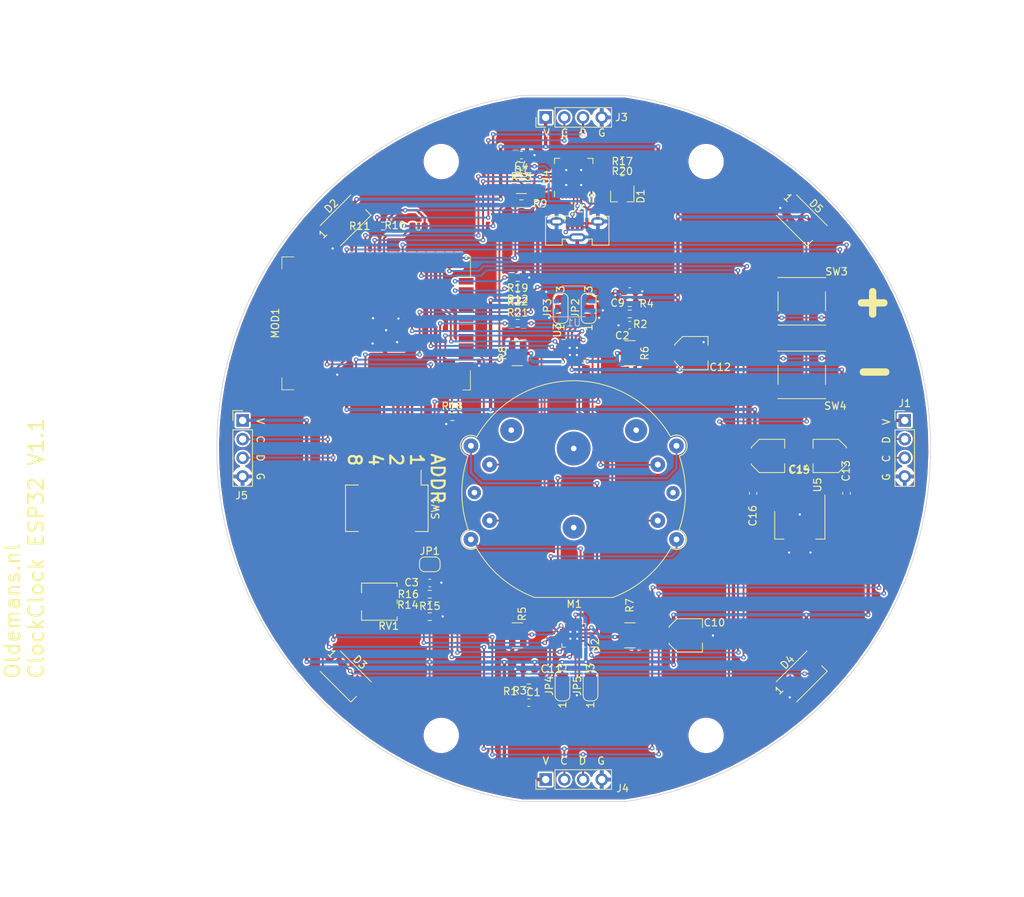
<source format=kicad_pcb>
(kicad_pcb (version 20171130) (host pcbnew "(5.1.9-0-10_14)")

  (general
    (thickness 1.6)
    (drawings 15)
    (tracks 838)
    (zones 0)
    (modules 65)
    (nets 92)
  )

  (page A4)
  (layers
    (0 F.Cu signal)
    (31 B.Cu signal)
    (32 B.Adhes user)
    (33 F.Adhes user)
    (34 B.Paste user)
    (35 F.Paste user)
    (36 B.SilkS user)
    (37 F.SilkS user)
    (38 B.Mask user)
    (39 F.Mask user)
    (40 Dwgs.User user)
    (41 Cmts.User user)
    (42 Eco1.User user)
    (43 Eco2.User user)
    (44 Edge.Cuts user)
    (45 Margin user)
    (46 B.CrtYd user hide)
    (47 F.CrtYd user)
    (48 B.Fab user hide)
    (49 F.Fab user hide)
  )

  (setup
    (last_trace_width 0.254)
    (user_trace_width 0.254)
    (user_trace_width 0.3048)
    (user_trace_width 0.4572)
    (user_trace_width 0.8128)
    (trace_clearance 0.1524)
    (zone_clearance 0.254)
    (zone_45_only no)
    (trace_min 0.2032)
    (via_size 0.8128)
    (via_drill 0.4064)
    (via_min_size 0.4064)
    (via_min_drill 0.3)
    (user_via 0.6 0.3)
    (uvia_size 0.3048)
    (uvia_drill 0.1016)
    (uvias_allowed no)
    (uvia_min_size 0.2032)
    (uvia_min_drill 0.1016)
    (edge_width 0.1)
    (segment_width 0.2)
    (pcb_text_width 0.3)
    (pcb_text_size 1.5 1.5)
    (mod_edge_width 0.15)
    (mod_text_size 1 1)
    (mod_text_width 0.15)
    (pad_size 1.524 1.524)
    (pad_drill 0.762)
    (pad_to_mask_clearance 0)
    (aux_axis_origin 0 0)
    (visible_elements FFFFFF7F)
    (pcbplotparams
      (layerselection 0x010fc_ffffffff)
      (usegerberextensions false)
      (usegerberattributes true)
      (usegerberadvancedattributes true)
      (creategerberjobfile true)
      (excludeedgelayer true)
      (linewidth 0.100000)
      (plotframeref false)
      (viasonmask false)
      (mode 1)
      (useauxorigin false)
      (hpglpennumber 1)
      (hpglpenspeed 20)
      (hpglpendiameter 15.000000)
      (psnegative false)
      (psa4output false)
      (plotreference true)
      (plotvalue true)
      (plotinvisibletext false)
      (padsonsilk false)
      (subtractmaskfromsilk false)
      (outputformat 1)
      (mirror false)
      (drillshape 0)
      (scaleselection 1)
      (outputdirectory "OUTPUTS/"))
  )

  (net 0 "")
  (net 1 GND)
  (net 2 "Net-(C1-Pad2)")
  (net 3 "Net-(C2-Pad2)")
  (net 4 +3V3)
  (net 5 I2C_SDA)
  (net 6 +5V)
  (net 7 "Net-(R1-Pad2)")
  (net 8 "Net-(R2-Pad2)")
  (net 9 "Net-(R5-Pad1)")
  (net 10 "Net-(R6-Pad1)")
  (net 11 "Net-(R7-Pad1)")
  (net 12 "Net-(R8-Pad1)")
  (net 13 ADDR3)
  (net 14 ADDR2)
  (net 15 ADDR1)
  (net 16 ADDR0)
  (net 17 /MOT_B4)
  (net 18 /MOT_B3)
  (net 19 /MOT_A2)
  (net 20 /MOT_A1)
  (net 21 /MOT_A4)
  (net 22 /MOT_A3)
  (net 23 /MOT_B2)
  (net 24 /MOT_B1)
  (net 25 CPU_REF)
  (net 26 "Net-(R16-Pad2)")
  (net 27 "Net-(D1-Pad2)")
  (net 28 /ESP_RST)
  (net 29 "Net-(D1-Pad3)")
  (net 30 "Net-(D1-Pad1)")
  (net 31 /D+)
  (net 32 /D-)
  (net 33 /MOT_REF)
  (net 34 /ESP_GPIO0)
  (net 35 /MOT_DIR0)
  (net 36 /MOT_DIR1)
  (net 37 /MOT_STCK1)
  (net 38 /MOT_STCK0)
  (net 39 /MOT_RST1)
  (net 40 BUT_MIN)
  (net 41 "Net-(MOD1-Pad32)")
  (net 42 /ESP_RX)
  (net 43 /ESP_TX)
  (net 44 BUT_PLUS)
  (net 45 /MOT_RST0)
  (net 46 "Net-(MOD1-Pad5)")
  (net 47 /ESP_GPIO2)
  (net 48 "Net-(MOD1-Pad22)")
  (net 49 "Net-(MOD1-Pad21)")
  (net 50 "Net-(MOD1-Pad20)")
  (net 51 "Net-(MOD1-Pad19)")
  (net 52 "Net-(MOD1-Pad18)")
  (net 53 "Net-(MOD1-Pad17)")
  (net 54 /MOT_EN)
  (net 55 /DTR)
  (net 56 /RTS)
  (net 57 /ESP_GPIO15)
  (net 58 /USB_RST)
  (net 59 /USB_SUSP)
  (net 60 /MOT0_MODE1)
  (net 61 /MOT0_MODE2)
  (net 62 /MOT1_MODE1)
  (net 63 /MOT1_MODE2)
  (net 64 "Net-(U4-Pad27)")
  (net 65 "Net-(U4-Pad23)")
  (net 66 "Net-(U4-Pad13)")
  (net 67 "Net-(U4-Pad12)")
  (net 68 "Net-(U4-Pad10)")
  (net 69 "Net-(U4-Pad2)")
  (net 70 "Net-(U4-Pad1)")
  (net 71 "Net-(D2-Pad1)")
  (net 72 /LED_DATA)
  (net 73 "Net-(D3-Pad1)")
  (net 74 "Net-(D4-Pad1)")
  (net 75 "Net-(D5-Pad1)")
  (net 76 /PROX_LED)
  (net 77 /PROX)
  (net 78 "Net-(R21-Pad2)")
  (net 79 "Net-(U1-Pad2)")
  (net 80 "Net-(U1-Pad5)")
  (net 81 "Net-(U4-Pad22)")
  (net 82 "Net-(U4-Pad21)")
  (net 83 "Net-(U4-Pad20)")
  (net 84 "Net-(U4-Pad19)")
  (net 85 "Net-(U4-Pad18)")
  (net 86 "Net-(U4-Pad17)")
  (net 87 "Net-(U4-Pad16)")
  (net 88 "Net-(U4-Pad15)")
  (net 89 "Net-(U4-Pad14)")
  (net 90 /ESP_GPIO12)
  (net 91 I2C_SCL)

  (net_class Default "This is the default net class."
    (clearance 0.1524)
    (trace_width 0.254)
    (via_dia 0.8128)
    (via_drill 0.4064)
    (uvia_dia 0.3048)
    (uvia_drill 0.1016)
    (diff_pair_width 0.2032)
    (diff_pair_gap 0.254)
    (add_net /D+)
    (add_net /D-)
    (add_net /DTR)
    (add_net /ESP_GPIO0)
    (add_net /ESP_GPIO12)
    (add_net /ESP_GPIO15)
    (add_net /ESP_GPIO2)
    (add_net /ESP_RST)
    (add_net /ESP_RX)
    (add_net /ESP_TX)
    (add_net /LED_DATA)
    (add_net /MOT0_MODE1)
    (add_net /MOT0_MODE2)
    (add_net /MOT1_MODE1)
    (add_net /MOT1_MODE2)
    (add_net /MOT_A1)
    (add_net /MOT_A2)
    (add_net /MOT_A3)
    (add_net /MOT_A4)
    (add_net /MOT_B1)
    (add_net /MOT_B2)
    (add_net /MOT_B3)
    (add_net /MOT_B4)
    (add_net /MOT_DIR0)
    (add_net /MOT_DIR1)
    (add_net /MOT_EN)
    (add_net /MOT_REF)
    (add_net /MOT_RST0)
    (add_net /MOT_RST1)
    (add_net /MOT_STCK0)
    (add_net /MOT_STCK1)
    (add_net /PROX)
    (add_net /PROX_LED)
    (add_net /RTS)
    (add_net /USB_RST)
    (add_net /USB_SUSP)
    (add_net BUT_MIN)
    (add_net BUT_PLUS)
    (add_net CPU_REF)
    (add_net I2C_SCL)
    (add_net "Net-(D1-Pad1)")
    (add_net "Net-(D1-Pad2)")
    (add_net "Net-(D1-Pad3)")
    (add_net "Net-(D2-Pad1)")
    (add_net "Net-(D3-Pad1)")
    (add_net "Net-(D4-Pad1)")
    (add_net "Net-(D5-Pad1)")
    (add_net "Net-(MOD1-Pad17)")
    (add_net "Net-(MOD1-Pad18)")
    (add_net "Net-(MOD1-Pad19)")
    (add_net "Net-(MOD1-Pad20)")
    (add_net "Net-(MOD1-Pad21)")
    (add_net "Net-(MOD1-Pad22)")
    (add_net "Net-(MOD1-Pad32)")
    (add_net "Net-(MOD1-Pad5)")
    (add_net "Net-(R16-Pad2)")
    (add_net "Net-(R21-Pad2)")
    (add_net "Net-(U1-Pad2)")
    (add_net "Net-(U1-Pad5)")
    (add_net "Net-(U4-Pad1)")
    (add_net "Net-(U4-Pad10)")
    (add_net "Net-(U4-Pad12)")
    (add_net "Net-(U4-Pad13)")
    (add_net "Net-(U4-Pad14)")
    (add_net "Net-(U4-Pad15)")
    (add_net "Net-(U4-Pad16)")
    (add_net "Net-(U4-Pad17)")
    (add_net "Net-(U4-Pad18)")
    (add_net "Net-(U4-Pad19)")
    (add_net "Net-(U4-Pad2)")
    (add_net "Net-(U4-Pad20)")
    (add_net "Net-(U4-Pad21)")
    (add_net "Net-(U4-Pad22)")
    (add_net "Net-(U4-Pad23)")
    (add_net "Net-(U4-Pad27)")
  )

  (net_class 5v ""
    (clearance 0.2032)
    (trace_width 0.4572)
    (via_dia 1.016)
    (via_drill 0.6096)
    (uvia_dia 0.3048)
    (uvia_drill 0.1016)
    (diff_pair_width 0.2032)
    (diff_pair_gap 0.254)
    (add_net +5V)
  )

  (net_class Power ""
    (clearance 0.2032)
    (trace_width 0.3048)
    (via_dia 0.8128)
    (via_drill 0.4064)
    (uvia_dia 0.3048)
    (uvia_drill 0.1016)
    (diff_pair_width 0.2032)
    (diff_pair_gap 0.254)
    (add_net +3V3)
    (add_net ADDR0)
    (add_net ADDR1)
    (add_net ADDR2)
    (add_net ADDR3)
    (add_net GND)
    (add_net I2C_SDA)
    (add_net "Net-(C1-Pad2)")
    (add_net "Net-(C2-Pad2)")
    (add_net "Net-(R1-Pad2)")
    (add_net "Net-(R2-Pad2)")
    (add_net "Net-(R5-Pad1)")
    (add_net "Net-(R6-Pad1)")
    (add_net "Net-(R7-Pad1)")
    (add_net "Net-(R8-Pad1)")
  )

  (module Connector_USB:USB_Micro-B_Molex-105133-0031 (layer F.Cu) (tedit 609009AE) (tstamp 60915135)
    (at 0.4826 -29.7688)
    (descr "Molex Vertical Micro USB Typ-B (http://www.molex.com/pdm_docs/sd/1051330031_sd.pdf)")
    (tags "Micro-USB SMD Typ-B Vertical")
    (path /61DB3246)
    (clearance 0.1016)
    (attr smd)
    (fp_text reference J2 (at 0 -2.85) (layer F.SilkS)
      (effects (font (size 1 1) (thickness 0.15)))
    )
    (fp_text value USB_B_Micro (at 0 3.35) (layer F.Fab)
      (effects (font (size 1 1) (thickness 0.15)))
    )
    (fp_text user %R (at 0 -0.375) (layer F.Fab)
      (effects (font (size 1 1) (thickness 0.15)))
    )
    (fp_line (start 2.04 1.305) (end 1.21 1.305) (layer F.SilkS) (width 0.12))
    (fp_line (start -2.04 1.305) (end -1.21 1.305) (layer F.SilkS) (width 0.12))
    (fp_line (start -2.04 1.305) (end -2.04 2.135) (layer F.SilkS) (width 0.12))
    (fp_line (start 2.04 1.305) (end 2.04 2.135) (layer F.SilkS) (width 0.12))
    (fp_line (start -3.43 -1.225) (end -3.43 -1.725) (layer F.Fab) (width 0.1))
    (fp_line (start 3.43 -1.725) (end 3.43 -1.225) (layer F.Fab) (width 0.1))
    (fp_line (start 3.43 -1.225) (end -1.075 -1.225) (layer F.Fab) (width 0.1))
    (fp_line (start -1.525 -1.225) (end -3.43 -1.225) (layer F.Fab) (width 0.1))
    (fp_line (start -4.25 2.075) (end -2.1 2.075) (layer F.Fab) (width 0.1))
    (fp_line (start 2.1 1.245) (end 2.1 2.075) (layer F.Fab) (width 0.1))
    (fp_line (start -2.1 1.245) (end 2.1 1.245) (layer F.Fab) (width 0.1))
    (fp_line (start -2.1 2.075) (end -2.1 1.245) (layer F.Fab) (width 0.1))
    (fp_line (start -3.43 -1.725) (end -4.25 -1.725) (layer F.Fab) (width 0.1))
    (fp_line (start -1.3 -1) (end -1.075 -1.225) (layer F.Fab) (width 0.1))
    (fp_line (start -1.525 -1.225) (end -1.3 -1) (layer F.Fab) (width 0.1))
    (fp_line (start 4.81 2.64) (end 4.81 -2.29) (layer F.CrtYd) (width 0.05))
    (fp_line (start -4.81 2.64) (end 4.81 2.64) (layer F.CrtYd) (width 0.05))
    (fp_line (start -4.81 -2.29) (end 4.81 -2.29) (layer F.CrtYd) (width 0.05))
    (fp_line (start -4.81 2.64) (end -4.81 -2.29) (layer F.CrtYd) (width 0.05))
    (fp_line (start 2 -1.785) (end 4.31 -1.785) (layer F.SilkS) (width 0.12))
    (fp_line (start 4.31 2.135) (end 2.04 2.135) (layer F.SilkS) (width 0.12))
    (fp_line (start -4.31 -1.785) (end -4.31 2.135) (layer F.SilkS) (width 0.12))
    (fp_line (start -4.31 2.135) (end -2.04 2.135) (layer F.SilkS) (width 0.12))
    (fp_line (start 4.31 -1.785) (end 4.31 2.135) (layer F.SilkS) (width 0.12))
    (fp_line (start -2 -1.785) (end -4.31 -1.785) (layer F.SilkS) (width 0.12))
    (fp_line (start -1.7 -1.825) (end -1.1 -1.825) (layer F.SilkS) (width 0.12))
    (fp_line (start -1.7 -1.075) (end -1.7 -1.825) (layer F.SilkS) (width 0.12))
    (fp_line (start 4.25 -1.725) (end 3.43 -1.725) (layer F.Fab) (width 0.1))
    (fp_line (start 2.1 2.075) (end 4.25 2.075) (layer F.Fab) (width 0.1))
    (fp_line (start 4.25 2.075) (end 4.25 -1.725) (layer F.Fab) (width 0.1))
    (fp_line (start -4.25 -1.725) (end -4.25 2.075) (layer F.Fab) (width 0.1))
    (pad SH thru_hole oval (at 0 1.075) (size 2.2 1.1) (drill oval 1.6 0.5) (layers *.Cu *.Mask)
      (net 1 GND))
    (pad SH thru_hole oval (at 2.8 -1.075) (size 1.8 1.1) (drill oval 1.2 0.5) (layers *.Cu *.Mask)
      (net 1 GND))
    (pad SH thru_hole oval (at -2.8 -1.075) (size 1.8 1.1) (drill oval 1.2 0.5) (layers *.Cu *.Mask)
      (net 1 GND))
    (pad 1 smd rect (at -1.3 -0.825) (size 0.45 1.5) (layers F.Cu F.Paste F.Mask)
      (net 30 "Net-(D1-Pad1)"))
    (pad 5 smd rect (at 1.3 -0.825) (size 0.45 1.5) (layers F.Cu F.Paste F.Mask)
      (net 1 GND))
    (pad 2 smd rect (at -0.65 -0.825) (size 0.45 1.5) (layers F.Cu F.Paste F.Mask)
      (net 32 /D-))
    (pad 4 smd rect (at 0.65 -0.825) (size 0.45 1.5) (layers F.Cu F.Paste F.Mask)
      (net 1 GND))
    (pad 3 smd rect (at 0 -0.825) (size 0.45 1.5) (layers F.Cu F.Paste F.Mask)
      (net 31 /D+))
    (model ${KISYS3DMOD}/Connector_USB.3dshapes/USB_Micro-B_Molex-105133-0031.wrl
      (at (xyz 0 0 0))
      (scale (xyz 1 1 1))
      (rotate (xyz 0 0 0))
    )
  )

  (module Button_Switch_SMD:SW_DIP_SPSTx04_Slide_Omron_A6S-410x_W8.9mm_P2.54mm locked (layer F.Cu) (tedit 5AC88315) (tstamp 60909E9F)
    (at -25.4 8.128 270)
    (descr "SMD 4x-dip-switch SPST Omron_A6S-410x, Slide, row spacing 8.9 mm (350 mils), body size  (see http://omronfs.omron.com/en_US/ecb/products/pdf/en-a6s.pdf)")
    (tags "SMD DIP Switch SPST Slide 8.9mm 350mil")
    (path /60BCB5AC)
    (attr smd)
    (fp_text reference SW1 (at 0 -6.61 90) (layer F.SilkS)
      (effects (font (size 1 1) (thickness 0.15)))
    )
    (fp_text value SW_DIP_x04 (at 0 6.61 90) (layer F.Fab)
      (effects (font (size 1 1) (thickness 0.15)))
    )
    (fp_text user on (at 0.075 -4.955 90) (layer F.Fab)
      (effects (font (size 0.8 0.8) (thickness 0.12)))
    )
    (fp_text user %R (at 2.3 0) (layer F.Fab)
      (effects (font (size 0.8 0.8) (thickness 0.12)))
    )
    (fp_line (start -2.1 -5.55) (end 3.1 -5.55) (layer F.Fab) (width 0.1))
    (fp_line (start 3.1 -5.55) (end 3.1 5.55) (layer F.Fab) (width 0.1))
    (fp_line (start 3.1 5.55) (end -3.1 5.55) (layer F.Fab) (width 0.1))
    (fp_line (start -3.1 5.55) (end -3.1 -4.55) (layer F.Fab) (width 0.1))
    (fp_line (start -3.1 -4.55) (end -2.1 -5.55) (layer F.Fab) (width 0.1))
    (fp_line (start -1.5 -4.36) (end -1.5 -3.26) (layer F.Fab) (width 0.1))
    (fp_line (start -1.5 -3.26) (end 1.5 -3.26) (layer F.Fab) (width 0.1))
    (fp_line (start 1.5 -3.26) (end 1.5 -4.36) (layer F.Fab) (width 0.1))
    (fp_line (start 1.5 -4.36) (end -1.5 -4.36) (layer F.Fab) (width 0.1))
    (fp_line (start -1.5 -4.26) (end -0.5 -4.26) (layer F.Fab) (width 0.1))
    (fp_line (start -1.5 -4.16) (end -0.5 -4.16) (layer F.Fab) (width 0.1))
    (fp_line (start -1.5 -4.06) (end -0.5 -4.06) (layer F.Fab) (width 0.1))
    (fp_line (start -1.5 -3.96) (end -0.5 -3.96) (layer F.Fab) (width 0.1))
    (fp_line (start -1.5 -3.86) (end -0.5 -3.86) (layer F.Fab) (width 0.1))
    (fp_line (start -1.5 -3.76) (end -0.5 -3.76) (layer F.Fab) (width 0.1))
    (fp_line (start -1.5 -3.66) (end -0.5 -3.66) (layer F.Fab) (width 0.1))
    (fp_line (start -1.5 -3.56) (end -0.5 -3.56) (layer F.Fab) (width 0.1))
    (fp_line (start -1.5 -3.46) (end -0.5 -3.46) (layer F.Fab) (width 0.1))
    (fp_line (start -1.5 -3.36) (end -0.5 -3.36) (layer F.Fab) (width 0.1))
    (fp_line (start -1.5 -3.26) (end -0.5 -3.26) (layer F.Fab) (width 0.1))
    (fp_line (start -0.5 -4.36) (end -0.5 -3.26) (layer F.Fab) (width 0.1))
    (fp_line (start -1.5 -1.82) (end -1.5 -0.72) (layer F.Fab) (width 0.1))
    (fp_line (start -1.5 -0.72) (end 1.5 -0.72) (layer F.Fab) (width 0.1))
    (fp_line (start 1.5 -0.72) (end 1.5 -1.82) (layer F.Fab) (width 0.1))
    (fp_line (start 1.5 -1.82) (end -1.5 -1.82) (layer F.Fab) (width 0.1))
    (fp_line (start -1.5 -1.72) (end -0.5 -1.72) (layer F.Fab) (width 0.1))
    (fp_line (start -1.5 -1.62) (end -0.5 -1.62) (layer F.Fab) (width 0.1))
    (fp_line (start -1.5 -1.52) (end -0.5 -1.52) (layer F.Fab) (width 0.1))
    (fp_line (start -1.5 -1.42) (end -0.5 -1.42) (layer F.Fab) (width 0.1))
    (fp_line (start -1.5 -1.32) (end -0.5 -1.32) (layer F.Fab) (width 0.1))
    (fp_line (start -1.5 -1.22) (end -0.5 -1.22) (layer F.Fab) (width 0.1))
    (fp_line (start -1.5 -1.12) (end -0.5 -1.12) (layer F.Fab) (width 0.1))
    (fp_line (start -1.5 -1.02) (end -0.5 -1.02) (layer F.Fab) (width 0.1))
    (fp_line (start -1.5 -0.92) (end -0.5 -0.92) (layer F.Fab) (width 0.1))
    (fp_line (start -1.5 -0.82) (end -0.5 -0.82) (layer F.Fab) (width 0.1))
    (fp_line (start -0.5 -1.82) (end -0.5 -0.72) (layer F.Fab) (width 0.1))
    (fp_line (start -1.5 0.72) (end -1.5 1.82) (layer F.Fab) (width 0.1))
    (fp_line (start -1.5 1.82) (end 1.5 1.82) (layer F.Fab) (width 0.1))
    (fp_line (start 1.5 1.82) (end 1.5 0.72) (layer F.Fab) (width 0.1))
    (fp_line (start 1.5 0.72) (end -1.5 0.72) (layer F.Fab) (width 0.1))
    (fp_line (start -1.5 0.82) (end -0.5 0.82) (layer F.Fab) (width 0.1))
    (fp_line (start -1.5 0.92) (end -0.5 0.92) (layer F.Fab) (width 0.1))
    (fp_line (start -1.5 1.02) (end -0.5 1.02) (layer F.Fab) (width 0.1))
    (fp_line (start -1.5 1.12) (end -0.5 1.12) (layer F.Fab) (width 0.1))
    (fp_line (start -1.5 1.22) (end -0.5 1.22) (layer F.Fab) (width 0.1))
    (fp_line (start -1.5 1.32) (end -0.5 1.32) (layer F.Fab) (width 0.1))
    (fp_line (start -1.5 1.42) (end -0.5 1.42) (layer F.Fab) (width 0.1))
    (fp_line (start -1.5 1.52) (end -0.5 1.52) (layer F.Fab) (width 0.1))
    (fp_line (start -1.5 1.62) (end -0.5 1.62) (layer F.Fab) (width 0.1))
    (fp_line (start -1.5 1.72) (end -0.5 1.72) (layer F.Fab) (width 0.1))
    (fp_line (start -1.5 1.82) (end -0.5 1.82) (layer F.Fab) (width 0.1))
    (fp_line (start -0.5 0.72) (end -0.5 1.82) (layer F.Fab) (width 0.1))
    (fp_line (start -1.5 3.26) (end -1.5 4.36) (layer F.Fab) (width 0.1))
    (fp_line (start -1.5 4.36) (end 1.5 4.36) (layer F.Fab) (width 0.1))
    (fp_line (start 1.5 4.36) (end 1.5 3.26) (layer F.Fab) (width 0.1))
    (fp_line (start 1.5 3.26) (end -1.5 3.26) (layer F.Fab) (width 0.1))
    (fp_line (start -1.5 3.36) (end -0.5 3.36) (layer F.Fab) (width 0.1))
    (fp_line (start -1.5 3.46) (end -0.5 3.46) (layer F.Fab) (width 0.1))
    (fp_line (start -1.5 3.56) (end -0.5 3.56) (layer F.Fab) (width 0.1))
    (fp_line (start -1.5 3.66) (end -0.5 3.66) (layer F.Fab) (width 0.1))
    (fp_line (start -1.5 3.76) (end -0.5 3.76) (layer F.Fab) (width 0.1))
    (fp_line (start -1.5 3.86) (end -0.5 3.86) (layer F.Fab) (width 0.1))
    (fp_line (start -1.5 3.96) (end -0.5 3.96) (layer F.Fab) (width 0.1))
    (fp_line (start -1.5 4.06) (end -0.5 4.06) (layer F.Fab) (width 0.1))
    (fp_line (start -1.5 4.16) (end -0.5 4.16) (layer F.Fab) (width 0.1))
    (fp_line (start -1.5 4.26) (end -0.5 4.26) (layer F.Fab) (width 0.1))
    (fp_line (start -1.5 4.36) (end -0.5 4.36) (layer F.Fab) (width 0.1))
    (fp_line (start -0.5 3.26) (end -0.5 4.36) (layer F.Fab) (width 0.1))
    (fp_line (start -3.16 5.61) (end 3.16 5.61) (layer F.SilkS) (width 0.12))
    (fp_line (start -5.2 -4.661) (end -3.16 -4.661) (layer F.SilkS) (width 0.12))
    (fp_line (start -3.16 -5.61) (end -3.16 -4.661) (layer F.SilkS) (width 0.12))
    (fp_line (start -3.16 -5.61) (end 3.16 -5.61) (layer F.SilkS) (width 0.12))
    (fp_line (start 3.16 -5.61) (end 3.16 -3.871) (layer F.SilkS) (width 0.12))
    (fp_line (start -3.16 3.87) (end -3.16 5.61) (layer F.SilkS) (width 0.12))
    (fp_line (start 3.16 3.87) (end 3.16 5.61) (layer F.SilkS) (width 0.12))
    (fp_line (start -5.45 -5.9) (end -5.45 5.9) (layer F.CrtYd) (width 0.05))
    (fp_line (start -5.45 5.9) (end 5.45 5.9) (layer F.CrtYd) (width 0.05))
    (fp_line (start 5.45 5.9) (end 5.45 -5.9) (layer F.CrtYd) (width 0.05))
    (fp_line (start 5.45 -5.9) (end -5.45 -5.9) (layer F.CrtYd) (width 0.05))
    (pad 8 smd rect (at 4.45 -3.81 270) (size 1.5 1.1) (layers F.Cu F.Paste F.Mask)
      (net 1 GND))
    (pad 4 smd rect (at -4.45 3.81 270) (size 1.5 1.1) (layers F.Cu F.Paste F.Mask)
      (net 13 ADDR3))
    (pad 7 smd rect (at 4.45 -1.27 270) (size 1.5 1.1) (layers F.Cu F.Paste F.Mask)
      (net 1 GND))
    (pad 3 smd rect (at -4.45 1.27 270) (size 1.5 1.1) (layers F.Cu F.Paste F.Mask)
      (net 14 ADDR2))
    (pad 6 smd rect (at 4.45 1.27 270) (size 1.5 1.1) (layers F.Cu F.Paste F.Mask)
      (net 1 GND))
    (pad 2 smd rect (at -4.45 -1.27 270) (size 1.5 1.1) (layers F.Cu F.Paste F.Mask)
      (net 15 ADDR1))
    (pad 5 smd rect (at 4.45 3.81 270) (size 1.5 1.1) (layers F.Cu F.Paste F.Mask)
      (net 1 GND))
    (pad 1 smd rect (at -4.45 -3.81 270) (size 1.5 1.1) (layers F.Cu F.Paste F.Mask)
      (net 16 ADDR0))
    (model ${KISYS3DMOD}/Button_Switch_SMD.3dshapes/SW_DIP_SPSTx04_Slide_Omron_A6S-410x_W8.9mm_P2.54mm.wrl
      (at (xyz 0 0 0))
      (scale (xyz 1 1 1))
      (rotate (xyz 0 0 0))
    )
  )

  (module OptoDevice:Osram_SFH9x0x locked (layer B.Cu) (tedit 5B870B54) (tstamp 608D9601)
    (at 0 -20)
    (descr "package for Osram SFH9x0x series of reflective photo interrupters/couplers, see http://www.osram-os.com/Graphics/XPic6/00200860_0.pdf")
    (tags "reflective photo interrupter SMD")
    (path /60D59A68)
    (attr smd)
    (fp_text reference U1 (at 0 2.9) (layer B.SilkS)
      (effects (font (size 1 1) (thickness 0.15)) (justify mirror))
    )
    (fp_text value SFH9202 (at 0 -3) (layer B.Fab)
      (effects (font (size 1 1) (thickness 0.15)) (justify mirror))
    )
    (fp_line (start 3.4 -2.25) (end -3.4 -2.25) (layer B.CrtYd) (width 0.05))
    (fp_line (start 3.4 -2.25) (end 3.4 2.25) (layer B.CrtYd) (width 0.05))
    (fp_line (start -3.4 2.25) (end -3.4 -2.25) (layer B.CrtYd) (width 0.05))
    (fp_line (start -3.4 2.25) (end 3.4 2.25) (layer B.CrtYd) (width 0.05))
    (fp_line (start -1.6 1.3) (end -1.6 -2) (layer B.Fab) (width 0.1))
    (fp_line (start -1.6 -2) (end 1.6 -2) (layer B.Fab) (width 0.1))
    (fp_line (start 1.6 -2) (end 1.6 2) (layer B.Fab) (width 0.1))
    (fp_line (start 1.6 2) (end -1 2) (layer B.Fab) (width 0.1))
    (fp_line (start -1 2) (end -1.6 1.3) (layer B.Fab) (width 0.1))
    (fp_line (start 1.6 2.1) (end -3.1 2.1) (layer B.SilkS) (width 0.12))
    (fp_line (start -1.6 -2.1) (end 1.6 -2.1) (layer B.SilkS) (width 0.12))
    (fp_text user %R (at 0 -0.1) (layer B.Fab)
      (effects (font (size 0.75 0.75) (thickness 0.11)) (justify mirror))
    )
    (pad 1 smd roundrect (at -2.55 1.27) (size 1.2 0.6) (layers B.Cu B.Paste B.Mask) (roundrect_rratio 0.25)
      (net 78 "Net-(R21-Pad2)"))
    (pad 6 smd roundrect (at 2.55 1.27) (size 1.2 0.6) (layers B.Cu B.Paste B.Mask) (roundrect_rratio 0.25)
      (net 1 GND))
    (pad 2 smd roundrect (at -2.55 0) (size 1.2 0.6) (layers B.Cu B.Paste B.Mask) (roundrect_rratio 0.25)
      (net 79 "Net-(U1-Pad2)"))
    (pad 5 smd roundrect (at 2.55 0) (size 1.2 0.6) (layers B.Cu B.Paste B.Mask) (roundrect_rratio 0.25)
      (net 80 "Net-(U1-Pad5)"))
    (pad 3 smd roundrect (at -2.55 -1.27) (size 1.2 0.6) (layers B.Cu B.Paste B.Mask) (roundrect_rratio 0.25)
      (net 1 GND))
    (pad 4 smd roundrect (at 2.55 -1.27) (size 1.2 0.6) (layers B.Cu B.Paste B.Mask) (roundrect_rratio 0.25)
      (net 77 /PROX))
    (model ${KISYS3DMOD}/OptoDevice.3dshapes/Osram_SFH9x0x.wrl
      (at (xyz 0 0 0))
      (scale (xyz 1 1 1))
      (rotate (xyz 0 0 0))
    )
  )

  (module Resistor_SMD:R_0603_1608Metric (layer F.Cu) (tedit 5F68FEEE) (tstamp 608D9403)
    (at -7.62 -18.542)
    (descr "Resistor SMD 0603 (1608 Metric), square (rectangular) end terminal, IPC_7351 nominal, (Body size source: IPC-SM-782 page 72, https://www.pcb-3d.com/wordpress/wp-content/uploads/ipc-sm-782a_amendment_1_and_2.pdf), generated with kicad-footprint-generator")
    (tags resistor)
    (path /60D5C4A7)
    (attr smd)
    (fp_text reference R22 (at 0 -1.43) (layer F.SilkS)
      (effects (font (size 1 1) (thickness 0.15)))
    )
    (fp_text value 10K (at 0 1.43) (layer F.Fab)
      (effects (font (size 1 1) (thickness 0.15)))
    )
    (fp_line (start 1.48 0.73) (end -1.48 0.73) (layer F.CrtYd) (width 0.05))
    (fp_line (start 1.48 -0.73) (end 1.48 0.73) (layer F.CrtYd) (width 0.05))
    (fp_line (start -1.48 -0.73) (end 1.48 -0.73) (layer F.CrtYd) (width 0.05))
    (fp_line (start -1.48 0.73) (end -1.48 -0.73) (layer F.CrtYd) (width 0.05))
    (fp_line (start -0.237258 0.5225) (end 0.237258 0.5225) (layer F.SilkS) (width 0.12))
    (fp_line (start -0.237258 -0.5225) (end 0.237258 -0.5225) (layer F.SilkS) (width 0.12))
    (fp_line (start 0.8 0.4125) (end -0.8 0.4125) (layer F.Fab) (width 0.1))
    (fp_line (start 0.8 -0.4125) (end 0.8 0.4125) (layer F.Fab) (width 0.1))
    (fp_line (start -0.8 -0.4125) (end 0.8 -0.4125) (layer F.Fab) (width 0.1))
    (fp_line (start -0.8 0.4125) (end -0.8 -0.4125) (layer F.Fab) (width 0.1))
    (fp_text user %R (at 0 0) (layer F.Fab)
      (effects (font (size 0.4 0.4) (thickness 0.06)))
    )
    (pad 2 smd roundrect (at 0.825 0) (size 0.8 0.95) (layers F.Cu F.Paste F.Mask) (roundrect_rratio 0.25)
      (net 77 /PROX))
    (pad 1 smd roundrect (at -0.825 0) (size 0.8 0.95) (layers F.Cu F.Paste F.Mask) (roundrect_rratio 0.25)
      (net 4 +3V3))
    (model ${KISYS3DMOD}/Resistor_SMD.3dshapes/R_0603_1608Metric.wrl
      (at (xyz 0 0 0))
      (scale (xyz 1 1 1))
      (rotate (xyz 0 0 0))
    )
  )

  (module Resistor_SMD:R_0603_1608Metric (layer F.Cu) (tedit 5F68FEEE) (tstamp 608D93F2)
    (at -7.62 -17.018)
    (descr "Resistor SMD 0603 (1608 Metric), square (rectangular) end terminal, IPC_7351 nominal, (Body size source: IPC-SM-782 page 72, https://www.pcb-3d.com/wordpress/wp-content/uploads/ipc-sm-782a_amendment_1_and_2.pdf), generated with kicad-footprint-generator")
    (tags resistor)
    (path /60D5BD9E)
    (attr smd)
    (fp_text reference R21 (at 0 -1.43) (layer F.SilkS)
      (effects (font (size 1 1) (thickness 0.15)))
    )
    (fp_text value 10K (at 0 1.43) (layer F.Fab)
      (effects (font (size 1 1) (thickness 0.15)))
    )
    (fp_line (start 1.48 0.73) (end -1.48 0.73) (layer F.CrtYd) (width 0.05))
    (fp_line (start 1.48 -0.73) (end 1.48 0.73) (layer F.CrtYd) (width 0.05))
    (fp_line (start -1.48 -0.73) (end 1.48 -0.73) (layer F.CrtYd) (width 0.05))
    (fp_line (start -1.48 0.73) (end -1.48 -0.73) (layer F.CrtYd) (width 0.05))
    (fp_line (start -0.237258 0.5225) (end 0.237258 0.5225) (layer F.SilkS) (width 0.12))
    (fp_line (start -0.237258 -0.5225) (end 0.237258 -0.5225) (layer F.SilkS) (width 0.12))
    (fp_line (start 0.8 0.4125) (end -0.8 0.4125) (layer F.Fab) (width 0.1))
    (fp_line (start 0.8 -0.4125) (end 0.8 0.4125) (layer F.Fab) (width 0.1))
    (fp_line (start -0.8 -0.4125) (end 0.8 -0.4125) (layer F.Fab) (width 0.1))
    (fp_line (start -0.8 0.4125) (end -0.8 -0.4125) (layer F.Fab) (width 0.1))
    (fp_text user %R (at 0 0) (layer F.Fab)
      (effects (font (size 0.4 0.4) (thickness 0.06)))
    )
    (pad 2 smd roundrect (at 0.825 0) (size 0.8 0.95) (layers F.Cu F.Paste F.Mask) (roundrect_rratio 0.25)
      (net 78 "Net-(R21-Pad2)"))
    (pad 1 smd roundrect (at -0.825 0) (size 0.8 0.95) (layers F.Cu F.Paste F.Mask) (roundrect_rratio 0.25)
      (net 76 /PROX_LED))
    (model ${KISYS3DMOD}/Resistor_SMD.3dshapes/R_0603_1608Metric.wrl
      (at (xyz 0 0 0))
      (scale (xyz 1 1 1))
      (rotate (xyz 0 0 0))
    )
  )

  (module Jumper:SolderJumper-3_P1.3mm_Open_RoundedPad1.0x1.5mm_NumberLabels (layer F.Cu) (tedit 5B391ED1) (tstamp 608DD5CB)
    (at 2.286 32.258 90)
    (descr "SMD Solder 3-pad Jumper, 1x1.5mm rounded Pads, 0.3mm gap, open, labeled with numbers")
    (tags "solder jumper open")
    (path /614F3FB7)
    (attr virtual)
    (fp_text reference JP5 (at 0 -1.8 90) (layer F.SilkS)
      (effects (font (size 1 1) (thickness 0.15)))
    )
    (fp_text value SJ3_Open (at 0 1.9 90) (layer F.Fab)
      (effects (font (size 1 1) (thickness 0.15)))
    )
    (fp_line (start 2.3 1.25) (end -2.3 1.25) (layer F.CrtYd) (width 0.05))
    (fp_line (start 2.3 1.25) (end 2.3 -1.25) (layer F.CrtYd) (width 0.05))
    (fp_line (start -2.3 -1.25) (end -2.3 1.25) (layer F.CrtYd) (width 0.05))
    (fp_line (start -2.3 -1.25) (end 2.3 -1.25) (layer F.CrtYd) (width 0.05))
    (fp_line (start -1.4 -1) (end 1.4 -1) (layer F.SilkS) (width 0.12))
    (fp_line (start 2.05 -0.3) (end 2.05 0.3) (layer F.SilkS) (width 0.12))
    (fp_line (start 1.4 1) (end -1.4 1) (layer F.SilkS) (width 0.12))
    (fp_line (start -2.05 0.3) (end -2.05 -0.3) (layer F.SilkS) (width 0.12))
    (fp_arc (start -1.35 -0.3) (end -1.35 -1) (angle -90) (layer F.SilkS) (width 0.12))
    (fp_arc (start -1.35 0.3) (end -2.05 0.3) (angle -90) (layer F.SilkS) (width 0.12))
    (fp_arc (start 1.35 0.3) (end 1.35 1) (angle -90) (layer F.SilkS) (width 0.12))
    (fp_arc (start 1.35 -0.3) (end 2.05 -0.3) (angle -90) (layer F.SilkS) (width 0.12))
    (fp_text user 1 (at -2.6 0 90) (layer F.SilkS)
      (effects (font (size 1 1) (thickness 0.15)))
    )
    (fp_text user 3 (at 2.6 0 90) (layer F.SilkS)
      (effects (font (size 1 1) (thickness 0.15)))
    )
    (pad 2 smd rect (at 0 0 90) (size 1 1.5) (layers F.Cu F.Mask)
      (net 60 /MOT0_MODE1))
    (pad 3 smd custom (at 1.3 0 90) (size 1 0.5) (layers F.Cu F.Mask)
      (net 6 +5V) (zone_connect 2)
      (options (clearance outline) (anchor rect))
      (primitives
        (gr_circle (center 0 0.25) (end 0.5 0.25) (width 0))
        (gr_circle (center 0 -0.25) (end 0.5 -0.25) (width 0))
        (gr_poly (pts
           (xy -0.55 -0.75) (xy 0 -0.75) (xy 0 0.75) (xy -0.55 0.75)) (width 0))
      ))
    (pad 1 smd custom (at -1.3 0 90) (size 1 0.5) (layers F.Cu F.Mask)
      (net 1 GND) (zone_connect 2)
      (options (clearance outline) (anchor rect))
      (primitives
        (gr_circle (center 0 0.25) (end 0.5 0.25) (width 0))
        (gr_circle (center 0 -0.25) (end 0.5 -0.25) (width 0))
        (gr_poly (pts
           (xy 0.55 -0.75) (xy 0 -0.75) (xy 0 0.75) (xy 0.55 0.75)) (width 0))
      ))
  )

  (module Jumper:SolderJumper-3_P1.3mm_Open_RoundedPad1.0x1.5mm_NumberLabels (layer F.Cu) (tedit 5B391ED1) (tstamp 608D9076)
    (at -1.524 32.258 90)
    (descr "SMD Solder 3-pad Jumper, 1x1.5mm rounded Pads, 0.3mm gap, open, labeled with numbers")
    (tags "solder jumper open")
    (path /6156DB0E)
    (attr virtual)
    (fp_text reference JP4 (at 0 -1.8 90) (layer F.SilkS)
      (effects (font (size 1 1) (thickness 0.15)))
    )
    (fp_text value SJ3_Open (at 0 1.9 90) (layer F.Fab)
      (effects (font (size 1 1) (thickness 0.15)))
    )
    (fp_line (start 2.3 1.25) (end -2.3 1.25) (layer F.CrtYd) (width 0.05))
    (fp_line (start 2.3 1.25) (end 2.3 -1.25) (layer F.CrtYd) (width 0.05))
    (fp_line (start -2.3 -1.25) (end -2.3 1.25) (layer F.CrtYd) (width 0.05))
    (fp_line (start -2.3 -1.25) (end 2.3 -1.25) (layer F.CrtYd) (width 0.05))
    (fp_line (start -1.4 -1) (end 1.4 -1) (layer F.SilkS) (width 0.12))
    (fp_line (start 2.05 -0.3) (end 2.05 0.3) (layer F.SilkS) (width 0.12))
    (fp_line (start 1.4 1) (end -1.4 1) (layer F.SilkS) (width 0.12))
    (fp_line (start -2.05 0.3) (end -2.05 -0.3) (layer F.SilkS) (width 0.12))
    (fp_arc (start -1.35 -0.3) (end -1.35 -1) (angle -90) (layer F.SilkS) (width 0.12))
    (fp_arc (start -1.35 0.3) (end -2.05 0.3) (angle -90) (layer F.SilkS) (width 0.12))
    (fp_arc (start 1.35 0.3) (end 1.35 1) (angle -90) (layer F.SilkS) (width 0.12))
    (fp_arc (start 1.35 -0.3) (end 2.05 -0.3) (angle -90) (layer F.SilkS) (width 0.12))
    (fp_text user 1 (at -2.6 0 90) (layer F.SilkS)
      (effects (font (size 1 1) (thickness 0.15)))
    )
    (fp_text user 3 (at 2.6 0 90) (layer F.SilkS)
      (effects (font (size 1 1) (thickness 0.15)))
    )
    (pad 2 smd rect (at 0 0 90) (size 1 1.5) (layers F.Cu F.Mask)
      (net 61 /MOT0_MODE2))
    (pad 3 smd custom (at 1.3 0 90) (size 1 0.5) (layers F.Cu F.Mask)
      (net 6 +5V) (zone_connect 2)
      (options (clearance outline) (anchor rect))
      (primitives
        (gr_circle (center 0 0.25) (end 0.5 0.25) (width 0))
        (gr_circle (center 0 -0.25) (end 0.5 -0.25) (width 0))
        (gr_poly (pts
           (xy -0.55 -0.75) (xy 0 -0.75) (xy 0 0.75) (xy -0.55 0.75)) (width 0))
      ))
    (pad 1 smd custom (at -1.3 0 90) (size 1 0.5) (layers F.Cu F.Mask)
      (net 1 GND) (zone_connect 2)
      (options (clearance outline) (anchor rect))
      (primitives
        (gr_circle (center 0 0.25) (end 0.5 0.25) (width 0))
        (gr_circle (center 0 -0.25) (end 0.5 -0.25) (width 0))
        (gr_poly (pts
           (xy 0.55 -0.75) (xy 0 -0.75) (xy 0 0.75) (xy 0.55 0.75)) (width 0))
      ))
  )

  (module Jumper:SolderJumper-3_P1.3mm_Open_RoundedPad1.0x1.5mm_NumberLabels (layer F.Cu) (tedit 5B391ED1) (tstamp 608D9061)
    (at -1.778 -19.05 90)
    (descr "SMD Solder 3-pad Jumper, 1x1.5mm rounded Pads, 0.3mm gap, open, labeled with numbers")
    (tags "solder jumper open")
    (path /615FB4F8)
    (attr virtual)
    (fp_text reference JP3 (at 0 -1.8 90) (layer F.SilkS)
      (effects (font (size 1 1) (thickness 0.15)))
    )
    (fp_text value SJ3_Open (at 0 1.9 90) (layer F.Fab)
      (effects (font (size 1 1) (thickness 0.15)))
    )
    (fp_line (start 2.3 1.25) (end -2.3 1.25) (layer F.CrtYd) (width 0.05))
    (fp_line (start 2.3 1.25) (end 2.3 -1.25) (layer F.CrtYd) (width 0.05))
    (fp_line (start -2.3 -1.25) (end -2.3 1.25) (layer F.CrtYd) (width 0.05))
    (fp_line (start -2.3 -1.25) (end 2.3 -1.25) (layer F.CrtYd) (width 0.05))
    (fp_line (start -1.4 -1) (end 1.4 -1) (layer F.SilkS) (width 0.12))
    (fp_line (start 2.05 -0.3) (end 2.05 0.3) (layer F.SilkS) (width 0.12))
    (fp_line (start 1.4 1) (end -1.4 1) (layer F.SilkS) (width 0.12))
    (fp_line (start -2.05 0.3) (end -2.05 -0.3) (layer F.SilkS) (width 0.12))
    (fp_arc (start -1.35 -0.3) (end -1.35 -1) (angle -90) (layer F.SilkS) (width 0.12))
    (fp_arc (start -1.35 0.3) (end -2.05 0.3) (angle -90) (layer F.SilkS) (width 0.12))
    (fp_arc (start 1.35 0.3) (end 1.35 1) (angle -90) (layer F.SilkS) (width 0.12))
    (fp_arc (start 1.35 -0.3) (end 2.05 -0.3) (angle -90) (layer F.SilkS) (width 0.12))
    (fp_text user 1 (at -2.6 0 90) (layer F.SilkS)
      (effects (font (size 1 1) (thickness 0.15)))
    )
    (fp_text user 3 (at 2.6 0 90) (layer F.SilkS)
      (effects (font (size 1 1) (thickness 0.15)))
    )
    (pad 2 smd rect (at 0 0 90) (size 1 1.5) (layers F.Cu F.Mask)
      (net 62 /MOT1_MODE1))
    (pad 3 smd custom (at 1.3 0 90) (size 1 0.5) (layers F.Cu F.Mask)
      (net 6 +5V) (zone_connect 2)
      (options (clearance outline) (anchor rect))
      (primitives
        (gr_circle (center 0 0.25) (end 0.5 0.25) (width 0))
        (gr_circle (center 0 -0.25) (end 0.5 -0.25) (width 0))
        (gr_poly (pts
           (xy -0.55 -0.75) (xy 0 -0.75) (xy 0 0.75) (xy -0.55 0.75)) (width 0))
      ))
    (pad 1 smd custom (at -1.3 0 90) (size 1 0.5) (layers F.Cu F.Mask)
      (net 1 GND) (zone_connect 2)
      (options (clearance outline) (anchor rect))
      (primitives
        (gr_circle (center 0 0.25) (end 0.5 0.25) (width 0))
        (gr_circle (center 0 -0.25) (end 0.5 -0.25) (width 0))
        (gr_poly (pts
           (xy 0.55 -0.75) (xy 0 -0.75) (xy 0 0.75) (xy 0.55 0.75)) (width 0))
      ))
  )

  (module Jumper:SolderJumper-3_P1.3mm_Open_RoundedPad1.0x1.5mm_NumberLabels (layer F.Cu) (tedit 5B391ED1) (tstamp 608D904C)
    (at 2.032 -19.05 90)
    (descr "SMD Solder 3-pad Jumper, 1x1.5mm rounded Pads, 0.3mm gap, open, labeled with numbers")
    (tags "solder jumper open")
    (path /615FB518)
    (attr virtual)
    (fp_text reference JP2 (at 0 -1.8 90) (layer F.SilkS)
      (effects (font (size 1 1) (thickness 0.15)))
    )
    (fp_text value SJ3_Open (at 0 1.9 90) (layer F.Fab)
      (effects (font (size 1 1) (thickness 0.15)))
    )
    (fp_line (start 2.3 1.25) (end -2.3 1.25) (layer F.CrtYd) (width 0.05))
    (fp_line (start 2.3 1.25) (end 2.3 -1.25) (layer F.CrtYd) (width 0.05))
    (fp_line (start -2.3 -1.25) (end -2.3 1.25) (layer F.CrtYd) (width 0.05))
    (fp_line (start -2.3 -1.25) (end 2.3 -1.25) (layer F.CrtYd) (width 0.05))
    (fp_line (start -1.4 -1) (end 1.4 -1) (layer F.SilkS) (width 0.12))
    (fp_line (start 2.05 -0.3) (end 2.05 0.3) (layer F.SilkS) (width 0.12))
    (fp_line (start 1.4 1) (end -1.4 1) (layer F.SilkS) (width 0.12))
    (fp_line (start -2.05 0.3) (end -2.05 -0.3) (layer F.SilkS) (width 0.12))
    (fp_arc (start -1.35 -0.3) (end -1.35 -1) (angle -90) (layer F.SilkS) (width 0.12))
    (fp_arc (start -1.35 0.3) (end -2.05 0.3) (angle -90) (layer F.SilkS) (width 0.12))
    (fp_arc (start 1.35 0.3) (end 1.35 1) (angle -90) (layer F.SilkS) (width 0.12))
    (fp_arc (start 1.35 -0.3) (end 2.05 -0.3) (angle -90) (layer F.SilkS) (width 0.12))
    (fp_text user 1 (at -2.6 0 90) (layer F.SilkS)
      (effects (font (size 1 1) (thickness 0.15)))
    )
    (fp_text user 3 (at 2.6 0 90) (layer F.SilkS)
      (effects (font (size 1 1) (thickness 0.15)))
    )
    (pad 2 smd rect (at 0 0 90) (size 1 1.5) (layers F.Cu F.Mask)
      (net 63 /MOT1_MODE2))
    (pad 3 smd custom (at 1.3 0 90) (size 1 0.5) (layers F.Cu F.Mask)
      (net 6 +5V) (zone_connect 2)
      (options (clearance outline) (anchor rect))
      (primitives
        (gr_circle (center 0 0.25) (end 0.5 0.25) (width 0))
        (gr_circle (center 0 -0.25) (end 0.5 -0.25) (width 0))
        (gr_poly (pts
           (xy -0.55 -0.75) (xy 0 -0.75) (xy 0 0.75) (xy -0.55 0.75)) (width 0))
      ))
    (pad 1 smd custom (at -1.3 0 90) (size 1 0.5) (layers F.Cu F.Mask)
      (net 1 GND) (zone_connect 2)
      (options (clearance outline) (anchor rect))
      (primitives
        (gr_circle (center 0 0.25) (end 0.5 0.25) (width 0))
        (gr_circle (center 0 -0.25) (end 0.5 -0.25) (width 0))
        (gr_poly (pts
           (xy 0.55 -0.75) (xy 0 -0.75) (xy 0 0.75) (xy 0.55 0.75)) (width 0))
      ))
  )

  (module LED_SMD:LED_SK6812MINI_PLCC4_3.5x3.5mm_P1.75mm locked (layer F.Cu) (tedit 5AA4B22F) (tstamp 608D8EEB)
    (at 31 -31 315)
    (descr https://cdn-shop.adafruit.com/product-files/2686/SK6812MINI_REV.01-1-2.pdf)
    (tags "LED RGB NeoPixel Mini")
    (path /60A4F5E7)
    (attr smd)
    (fp_text reference D5 (at 0 -2.75 135) (layer F.SilkS)
      (effects (font (size 1 1) (thickness 0.15)))
    )
    (fp_text value SK6812MINI (at 0 3.25 135) (layer F.Fab)
      (effects (font (size 1 1) (thickness 0.15)))
    )
    (fp_circle (center 0 0) (end 0 -1.5) (layer F.Fab) (width 0.1))
    (fp_line (start 2.95 1.95) (end 2.95 0.875) (layer F.SilkS) (width 0.12))
    (fp_line (start -2.95 1.95) (end 2.95 1.95) (layer F.SilkS) (width 0.12))
    (fp_line (start -2.95 -1.95) (end 2.95 -1.95) (layer F.SilkS) (width 0.12))
    (fp_line (start 1.75 -1.75) (end -1.75 -1.75) (layer F.Fab) (width 0.1))
    (fp_line (start 1.75 1.75) (end 1.75 -1.75) (layer F.Fab) (width 0.1))
    (fp_line (start -1.75 1.75) (end 1.75 1.75) (layer F.Fab) (width 0.1))
    (fp_line (start -1.75 -1.75) (end -1.75 1.75) (layer F.Fab) (width 0.1))
    (fp_line (start 1.75 0.75) (end 0.75 1.75) (layer F.Fab) (width 0.1))
    (fp_line (start -2.8 -2) (end -2.8 2) (layer F.CrtYd) (width 0.05))
    (fp_line (start -2.8 2) (end 2.8 2) (layer F.CrtYd) (width 0.05))
    (fp_line (start 2.8 2) (end 2.8 -2) (layer F.CrtYd) (width 0.05))
    (fp_line (start 2.8 -2) (end -2.8 -2) (layer F.CrtYd) (width 0.05))
    (fp_text user %R (at 0 0 135) (layer F.Fab)
      (effects (font (size 0.5 0.5) (thickness 0.1)))
    )
    (fp_text user 1 (at -3.5 -0.875 135) (layer F.SilkS)
      (effects (font (size 1 1) (thickness 0.15)))
    )
    (pad 1 smd rect (at -1.75 -0.875 315) (size 1.6 0.85) (layers F.Cu F.Paste F.Mask)
      (net 75 "Net-(D5-Pad1)"))
    (pad 2 smd rect (at -1.75 0.875 315) (size 1.6 0.85) (layers F.Cu F.Paste F.Mask)
      (net 1 GND))
    (pad 4 smd rect (at 1.75 -0.875 315) (size 1.6 0.85) (layers F.Cu F.Paste F.Mask)
      (net 6 +5V))
    (pad 3 smd rect (at 1.75 0.875 315) (size 1.6 0.85) (layers F.Cu F.Paste F.Mask)
      (net 74 "Net-(D4-Pad1)"))
    (model ${KISYS3DMOD}/LED_SMD.3dshapes/LED_SK6812MINI_PLCC4_3.5x3.5mm_P1.75mm.wrl
      (at (xyz 0 0 0))
      (scale (xyz 1 1 1))
      (rotate (xyz 0 0 0))
    )
  )

  (module LED_SMD:LED_SK6812MINI_PLCC4_3.5x3.5mm_P1.75mm locked (layer F.Cu) (tedit 5AA4B22F) (tstamp 608D8ED4)
    (at 31 31 45)
    (descr https://cdn-shop.adafruit.com/product-files/2686/SK6812MINI_REV.01-1-2.pdf)
    (tags "LED RGB NeoPixel Mini")
    (path /60A4EC1E)
    (attr smd)
    (fp_text reference D4 (at 0 -2.75 45) (layer F.SilkS)
      (effects (font (size 1 1) (thickness 0.15)))
    )
    (fp_text value SK6812MINI (at 0 3.25 45) (layer F.Fab)
      (effects (font (size 1 1) (thickness 0.15)))
    )
    (fp_circle (center 0 0) (end 0 -1.5) (layer F.Fab) (width 0.1))
    (fp_line (start 2.95 1.95) (end 2.95 0.875) (layer F.SilkS) (width 0.12))
    (fp_line (start -2.95 1.95) (end 2.95 1.95) (layer F.SilkS) (width 0.12))
    (fp_line (start -2.95 -1.95) (end 2.95 -1.95) (layer F.SilkS) (width 0.12))
    (fp_line (start 1.75 -1.75) (end -1.75 -1.75) (layer F.Fab) (width 0.1))
    (fp_line (start 1.75 1.75) (end 1.75 -1.75) (layer F.Fab) (width 0.1))
    (fp_line (start -1.75 1.75) (end 1.75 1.75) (layer F.Fab) (width 0.1))
    (fp_line (start -1.75 -1.75) (end -1.75 1.75) (layer F.Fab) (width 0.1))
    (fp_line (start 1.75 0.75) (end 0.75 1.75) (layer F.Fab) (width 0.1))
    (fp_line (start -2.8 -2) (end -2.8 2) (layer F.CrtYd) (width 0.05))
    (fp_line (start -2.8 2) (end 2.8 2) (layer F.CrtYd) (width 0.05))
    (fp_line (start 2.8 2) (end 2.8 -2) (layer F.CrtYd) (width 0.05))
    (fp_line (start 2.8 -2) (end -2.8 -2) (layer F.CrtYd) (width 0.05))
    (fp_text user %R (at 0 0 45) (layer F.Fab)
      (effects (font (size 0.5 0.5) (thickness 0.1)))
    )
    (fp_text user 1 (at -3.5 -0.875 45) (layer F.SilkS)
      (effects (font (size 1 1) (thickness 0.15)))
    )
    (pad 1 smd rect (at -1.75 -0.875 45) (size 1.6 0.85) (layers F.Cu F.Paste F.Mask)
      (net 74 "Net-(D4-Pad1)"))
    (pad 2 smd rect (at -1.75 0.875 45) (size 1.6 0.85) (layers F.Cu F.Paste F.Mask)
      (net 1 GND))
    (pad 4 smd rect (at 1.75 -0.875 45) (size 1.6 0.85) (layers F.Cu F.Paste F.Mask)
      (net 6 +5V))
    (pad 3 smd rect (at 1.75 0.875 45) (size 1.6 0.85) (layers F.Cu F.Paste F.Mask)
      (net 73 "Net-(D3-Pad1)"))
    (model ${KISYS3DMOD}/LED_SMD.3dshapes/LED_SK6812MINI_PLCC4_3.5x3.5mm_P1.75mm.wrl
      (at (xyz 0 0 0))
      (scale (xyz 1 1 1))
      (rotate (xyz 0 0 0))
    )
  )

  (module LED_SMD:LED_SK6812MINI_PLCC4_3.5x3.5mm_P1.75mm locked (layer F.Cu) (tedit 5AA4B22F) (tstamp 608D8EBD)
    (at -31 31 315)
    (descr https://cdn-shop.adafruit.com/product-files/2686/SK6812MINI_REV.01-1-2.pdf)
    (tags "LED RGB NeoPixel Mini")
    (path /60A4E4E4)
    (attr smd)
    (fp_text reference D3 (at 0 -2.75 135) (layer F.SilkS)
      (effects (font (size 1 1) (thickness 0.15)))
    )
    (fp_text value SK6812MINI (at 0 3.25 135) (layer F.Fab)
      (effects (font (size 1 1) (thickness 0.15)))
    )
    (fp_circle (center 0 0) (end 0 -1.5) (layer F.Fab) (width 0.1))
    (fp_line (start 2.95 1.95) (end 2.95 0.875) (layer F.SilkS) (width 0.12))
    (fp_line (start -2.95 1.95) (end 2.95 1.95) (layer F.SilkS) (width 0.12))
    (fp_line (start -2.95 -1.95) (end 2.95 -1.95) (layer F.SilkS) (width 0.12))
    (fp_line (start 1.75 -1.75) (end -1.75 -1.75) (layer F.Fab) (width 0.1))
    (fp_line (start 1.75 1.75) (end 1.75 -1.75) (layer F.Fab) (width 0.1))
    (fp_line (start -1.75 1.75) (end 1.75 1.75) (layer F.Fab) (width 0.1))
    (fp_line (start -1.75 -1.75) (end -1.75 1.75) (layer F.Fab) (width 0.1))
    (fp_line (start 1.75 0.75) (end 0.75 1.75) (layer F.Fab) (width 0.1))
    (fp_line (start -2.8 -2) (end -2.8 2) (layer F.CrtYd) (width 0.05))
    (fp_line (start -2.8 2) (end 2.8 2) (layer F.CrtYd) (width 0.05))
    (fp_line (start 2.8 2) (end 2.8 -2) (layer F.CrtYd) (width 0.05))
    (fp_line (start 2.8 -2) (end -2.8 -2) (layer F.CrtYd) (width 0.05))
    (fp_text user %R (at 0 0 135) (layer F.Fab)
      (effects (font (size 0.5 0.5) (thickness 0.1)))
    )
    (fp_text user 1 (at -3.5 -0.875 135) (layer F.SilkS)
      (effects (font (size 1 1) (thickness 0.15)))
    )
    (pad 1 smd rect (at -1.75 -0.875 315) (size 1.6 0.85) (layers F.Cu F.Paste F.Mask)
      (net 73 "Net-(D3-Pad1)"))
    (pad 2 smd rect (at -1.75 0.875 315) (size 1.6 0.85) (layers F.Cu F.Paste F.Mask)
      (net 1 GND))
    (pad 4 smd rect (at 1.75 -0.875 315) (size 1.6 0.85) (layers F.Cu F.Paste F.Mask)
      (net 6 +5V))
    (pad 3 smd rect (at 1.75 0.875 315) (size 1.6 0.85) (layers F.Cu F.Paste F.Mask)
      (net 71 "Net-(D2-Pad1)"))
    (model ${KISYS3DMOD}/LED_SMD.3dshapes/LED_SK6812MINI_PLCC4_3.5x3.5mm_P1.75mm.wrl
      (at (xyz 0 0 0))
      (scale (xyz 1 1 1))
      (rotate (xyz 0 0 0))
    )
  )

  (module LED_SMD:LED_SK6812MINI_PLCC4_3.5x3.5mm_P1.75mm locked (layer F.Cu) (tedit 5AA4B22F) (tstamp 608D98E0)
    (at -31 -31 45)
    (descr https://cdn-shop.adafruit.com/product-files/2686/SK6812MINI_REV.01-1-2.pdf)
    (tags "LED RGB NeoPixel Mini")
    (path /609A6CE9)
    (attr smd)
    (fp_text reference D2 (at 0 -2.75 45) (layer F.SilkS)
      (effects (font (size 1 1) (thickness 0.15)))
    )
    (fp_text value SK6812MINI (at 0 3.25 45) (layer F.Fab)
      (effects (font (size 1 1) (thickness 0.15)))
    )
    (fp_circle (center 0 0) (end 0 -1.5) (layer F.Fab) (width 0.1))
    (fp_line (start 2.95 1.95) (end 2.95 0.875) (layer F.SilkS) (width 0.12))
    (fp_line (start -2.95 1.95) (end 2.95 1.95) (layer F.SilkS) (width 0.12))
    (fp_line (start -2.95 -1.95) (end 2.95 -1.95) (layer F.SilkS) (width 0.12))
    (fp_line (start 1.75 -1.75) (end -1.75 -1.75) (layer F.Fab) (width 0.1))
    (fp_line (start 1.75 1.75) (end 1.75 -1.75) (layer F.Fab) (width 0.1))
    (fp_line (start -1.75 1.75) (end 1.75 1.75) (layer F.Fab) (width 0.1))
    (fp_line (start -1.75 -1.75) (end -1.75 1.75) (layer F.Fab) (width 0.1))
    (fp_line (start 1.75 0.75) (end 0.75 1.75) (layer F.Fab) (width 0.1))
    (fp_line (start -2.8 -2) (end -2.8 2) (layer F.CrtYd) (width 0.05))
    (fp_line (start -2.8 2) (end 2.8 2) (layer F.CrtYd) (width 0.05))
    (fp_line (start 2.8 2) (end 2.8 -2) (layer F.CrtYd) (width 0.05))
    (fp_line (start 2.8 -2) (end -2.8 -2) (layer F.CrtYd) (width 0.05))
    (fp_text user %R (at 0 0 45) (layer F.Fab)
      (effects (font (size 0.5 0.5) (thickness 0.1)))
    )
    (fp_text user 1 (at -3.5 -0.875 45) (layer F.SilkS)
      (effects (font (size 1 1) (thickness 0.15)))
    )
    (pad 1 smd rect (at -1.75 -0.875 45) (size 1.6 0.85) (layers F.Cu F.Paste F.Mask)
      (net 71 "Net-(D2-Pad1)"))
    (pad 2 smd rect (at -1.75 0.875 45) (size 1.6 0.85) (layers F.Cu F.Paste F.Mask)
      (net 1 GND))
    (pad 4 smd rect (at 1.75 -0.875 45) (size 1.6 0.85) (layers F.Cu F.Paste F.Mask)
      (net 6 +5V))
    (pad 3 smd rect (at 1.75 0.875 45) (size 1.6 0.85) (layers F.Cu F.Paste F.Mask)
      (net 72 /LED_DATA))
    (model ${KISYS3DMOD}/LED_SMD.3dshapes/LED_SK6812MINI_PLCC4_3.5x3.5mm_P1.75mm.wrl
      (at (xyz 0 0 0))
      (scale (xyz 1 1 1))
      (rotate (xyz 0 0 0))
    )
  )

  (module Package_DFN_QFN:QFN-28-1EP_5x5mm_P0.5mm_EP3.35x3.35mm (layer F.Cu) (tedit 5DC5F6A4) (tstamp 608D3CF4)
    (at 0 -36.83 90)
    (descr "QFN, 28 Pin (http://ww1.microchip.com/downloads/en/PackagingSpec/00000049BQ.pdf#page=283), generated with kicad-footprint-generator ipc_noLead_generator.py")
    (tags "QFN NoLead")
    (path /62EBBEA3)
    (attr smd)
    (fp_text reference U4 (at 0 -3.8 90) (layer F.SilkS)
      (effects (font (size 1 1) (thickness 0.15)))
    )
    (fp_text value CP2102-Axx-xQFN28 (at 0 3.8 90) (layer F.Fab)
      (effects (font (size 1 1) (thickness 0.15)))
    )
    (fp_line (start 1.885 -2.61) (end 2.61 -2.61) (layer F.SilkS) (width 0.12))
    (fp_line (start 2.61 -2.61) (end 2.61 -1.885) (layer F.SilkS) (width 0.12))
    (fp_line (start -1.885 2.61) (end -2.61 2.61) (layer F.SilkS) (width 0.12))
    (fp_line (start -2.61 2.61) (end -2.61 1.885) (layer F.SilkS) (width 0.12))
    (fp_line (start 1.885 2.61) (end 2.61 2.61) (layer F.SilkS) (width 0.12))
    (fp_line (start 2.61 2.61) (end 2.61 1.885) (layer F.SilkS) (width 0.12))
    (fp_line (start -1.885 -2.61) (end -2.61 -2.61) (layer F.SilkS) (width 0.12))
    (fp_line (start -1.5 -2.5) (end 2.5 -2.5) (layer F.Fab) (width 0.1))
    (fp_line (start 2.5 -2.5) (end 2.5 2.5) (layer F.Fab) (width 0.1))
    (fp_line (start 2.5 2.5) (end -2.5 2.5) (layer F.Fab) (width 0.1))
    (fp_line (start -2.5 2.5) (end -2.5 -1.5) (layer F.Fab) (width 0.1))
    (fp_line (start -2.5 -1.5) (end -1.5 -2.5) (layer F.Fab) (width 0.1))
    (fp_line (start -3.1 -3.1) (end -3.1 3.1) (layer F.CrtYd) (width 0.05))
    (fp_line (start -3.1 3.1) (end 3.1 3.1) (layer F.CrtYd) (width 0.05))
    (fp_line (start 3.1 3.1) (end 3.1 -3.1) (layer F.CrtYd) (width 0.05))
    (fp_line (start 3.1 -3.1) (end -3.1 -3.1) (layer F.CrtYd) (width 0.05))
    (fp_text user %R (at 0 0 90) (layer F.Fab)
      (effects (font (size 1 1) (thickness 0.15)))
    )
    (pad "" smd roundrect (at 1.12 1.12 90) (size 0.9 0.9) (layers F.Paste) (roundrect_rratio 0.25))
    (pad "" smd roundrect (at 1.12 0 90) (size 0.9 0.9) (layers F.Paste) (roundrect_rratio 0.25))
    (pad "" smd roundrect (at 1.12 -1.12 90) (size 0.9 0.9) (layers F.Paste) (roundrect_rratio 0.25))
    (pad "" smd roundrect (at 0 1.12 90) (size 0.9 0.9) (layers F.Paste) (roundrect_rratio 0.25))
    (pad "" smd roundrect (at 0 0 90) (size 0.9 0.9) (layers F.Paste) (roundrect_rratio 0.25))
    (pad "" smd roundrect (at 0 -1.12 90) (size 0.9 0.9) (layers F.Paste) (roundrect_rratio 0.25))
    (pad "" smd roundrect (at -1.12 1.12 90) (size 0.9 0.9) (layers F.Paste) (roundrect_rratio 0.25))
    (pad "" smd roundrect (at -1.12 0 90) (size 0.9 0.9) (layers F.Paste) (roundrect_rratio 0.25))
    (pad "" smd roundrect (at -1.12 -1.12 90) (size 0.9 0.9) (layers F.Paste) (roundrect_rratio 0.25))
    (pad 29 smd rect (at 0 0 90) (size 3.35 3.35) (layers F.Cu F.Mask)
      (net 1 GND))
    (pad 28 smd roundrect (at -1.5 -2.45 90) (size 0.25 0.8) (layers F.Cu F.Paste F.Mask) (roundrect_rratio 0.25)
      (net 55 /DTR))
    (pad 27 smd roundrect (at -1 -2.45 90) (size 0.25 0.8) (layers F.Cu F.Paste F.Mask) (roundrect_rratio 0.25)
      (net 64 "Net-(U4-Pad27)"))
    (pad 26 smd roundrect (at -0.5 -2.45 90) (size 0.25 0.8) (layers F.Cu F.Paste F.Mask) (roundrect_rratio 0.25)
      (net 42 /ESP_RX))
    (pad 25 smd roundrect (at 0 -2.45 90) (size 0.25 0.8) (layers F.Cu F.Paste F.Mask) (roundrect_rratio 0.25)
      (net 43 /ESP_TX))
    (pad 24 smd roundrect (at 0.5 -2.45 90) (size 0.25 0.8) (layers F.Cu F.Paste F.Mask) (roundrect_rratio 0.25)
      (net 56 /RTS))
    (pad 23 smd roundrect (at 1 -2.45 90) (size 0.25 0.8) (layers F.Cu F.Paste F.Mask) (roundrect_rratio 0.25)
      (net 65 "Net-(U4-Pad23)"))
    (pad 22 smd roundrect (at 1.5 -2.45 90) (size 0.25 0.8) (layers F.Cu F.Paste F.Mask) (roundrect_rratio 0.25)
      (net 81 "Net-(U4-Pad22)"))
    (pad 21 smd roundrect (at 2.45 -1.5 90) (size 0.8 0.25) (layers F.Cu F.Paste F.Mask) (roundrect_rratio 0.25)
      (net 82 "Net-(U4-Pad21)"))
    (pad 20 smd roundrect (at 2.45 -1 90) (size 0.8 0.25) (layers F.Cu F.Paste F.Mask) (roundrect_rratio 0.25)
      (net 83 "Net-(U4-Pad20)"))
    (pad 19 smd roundrect (at 2.45 -0.5 90) (size 0.8 0.25) (layers F.Cu F.Paste F.Mask) (roundrect_rratio 0.25)
      (net 84 "Net-(U4-Pad19)"))
    (pad 18 smd roundrect (at 2.45 0 90) (size 0.8 0.25) (layers F.Cu F.Paste F.Mask) (roundrect_rratio 0.25)
      (net 85 "Net-(U4-Pad18)"))
    (pad 17 smd roundrect (at 2.45 0.5 90) (size 0.8 0.25) (layers F.Cu F.Paste F.Mask) (roundrect_rratio 0.25)
      (net 86 "Net-(U4-Pad17)"))
    (pad 16 smd roundrect (at 2.45 1 90) (size 0.8 0.25) (layers F.Cu F.Paste F.Mask) (roundrect_rratio 0.25)
      (net 87 "Net-(U4-Pad16)"))
    (pad 15 smd roundrect (at 2.45 1.5 90) (size 0.8 0.25) (layers F.Cu F.Paste F.Mask) (roundrect_rratio 0.25)
      (net 88 "Net-(U4-Pad15)"))
    (pad 14 smd roundrect (at 1.5 2.45 90) (size 0.25 0.8) (layers F.Cu F.Paste F.Mask) (roundrect_rratio 0.25)
      (net 89 "Net-(U4-Pad14)"))
    (pad 13 smd roundrect (at 1 2.45 90) (size 0.25 0.8) (layers F.Cu F.Paste F.Mask) (roundrect_rratio 0.25)
      (net 66 "Net-(U4-Pad13)"))
    (pad 12 smd roundrect (at 0.5 2.45 90) (size 0.25 0.8) (layers F.Cu F.Paste F.Mask) (roundrect_rratio 0.25)
      (net 67 "Net-(U4-Pad12)"))
    (pad 11 smd roundrect (at 0 2.45 90) (size 0.25 0.8) (layers F.Cu F.Paste F.Mask) (roundrect_rratio 0.25)
      (net 59 /USB_SUSP))
    (pad 10 smd roundrect (at -0.5 2.45 90) (size 0.25 0.8) (layers F.Cu F.Paste F.Mask) (roundrect_rratio 0.25)
      (net 68 "Net-(U4-Pad10)"))
    (pad 9 smd roundrect (at -1 2.45 90) (size 0.25 0.8) (layers F.Cu F.Paste F.Mask) (roundrect_rratio 0.25)
      (net 58 /USB_RST))
    (pad 8 smd roundrect (at -1.5 2.45 90) (size 0.25 0.8) (layers F.Cu F.Paste F.Mask) (roundrect_rratio 0.25)
      (net 30 "Net-(D1-Pad1)"))
    (pad 7 smd roundrect (at -2.45 1.5 90) (size 0.8 0.25) (layers F.Cu F.Paste F.Mask) (roundrect_rratio 0.25)
      (net 29 "Net-(D1-Pad3)"))
    (pad 6 smd roundrect (at -2.45 1 90) (size 0.8 0.25) (layers F.Cu F.Paste F.Mask) (roundrect_rratio 0.25)
      (net 4 +3V3))
    (pad 5 smd roundrect (at -2.45 0.5 90) (size 0.8 0.25) (layers F.Cu F.Paste F.Mask) (roundrect_rratio 0.25)
      (net 32 /D-))
    (pad 4 smd roundrect (at -2.45 0 90) (size 0.8 0.25) (layers F.Cu F.Paste F.Mask) (roundrect_rratio 0.25)
      (net 31 /D+))
    (pad 3 smd roundrect (at -2.45 -0.5 90) (size 0.8 0.25) (layers F.Cu F.Paste F.Mask) (roundrect_rratio 0.25)
      (net 1 GND))
    (pad 2 smd roundrect (at -2.45 -1 90) (size 0.8 0.25) (layers F.Cu F.Paste F.Mask) (roundrect_rratio 0.25)
      (net 69 "Net-(U4-Pad2)"))
    (pad 1 smd roundrect (at -2.45 -1.5 90) (size 0.8 0.25) (layers F.Cu F.Paste F.Mask) (roundrect_rratio 0.25)
      (net 70 "Net-(U4-Pad1)"))
    (model ${KISYS3DMOD}/Package_DFN_QFN.3dshapes/QFN-28-1EP_5x5mm_P0.5mm_EP3.35x3.35mm.wrl
      (at (xyz 0 0 0))
      (scale (xyz 1 1 1))
      (rotate (xyz 0 0 0))
    )
  )

  (module Resistor_SMD:R_0603_1608Metric (layer F.Cu) (tedit 5F68FEEE) (tstamp 608D3A15)
    (at 6.604 -39.116 180)
    (descr "Resistor SMD 0603 (1608 Metric), square (rectangular) end terminal, IPC_7351 nominal, (Body size source: IPC-SM-782 page 72, https://www.pcb-3d.com/wordpress/wp-content/uploads/ipc-sm-782a_amendment_1_and_2.pdf), generated with kicad-footprint-generator")
    (tags resistor)
    (path /626BC221)
    (attr smd)
    (fp_text reference R20 (at 0 -1.43) (layer F.SilkS)
      (effects (font (size 1 1) (thickness 0.15)))
    )
    (fp_text value 10K (at 0 1.43) (layer F.Fab)
      (effects (font (size 1 1) (thickness 0.15)))
    )
    (fp_line (start -0.8 0.4125) (end -0.8 -0.4125) (layer F.Fab) (width 0.1))
    (fp_line (start -0.8 -0.4125) (end 0.8 -0.4125) (layer F.Fab) (width 0.1))
    (fp_line (start 0.8 -0.4125) (end 0.8 0.4125) (layer F.Fab) (width 0.1))
    (fp_line (start 0.8 0.4125) (end -0.8 0.4125) (layer F.Fab) (width 0.1))
    (fp_line (start -0.237258 -0.5225) (end 0.237258 -0.5225) (layer F.SilkS) (width 0.12))
    (fp_line (start -0.237258 0.5225) (end 0.237258 0.5225) (layer F.SilkS) (width 0.12))
    (fp_line (start -1.48 0.73) (end -1.48 -0.73) (layer F.CrtYd) (width 0.05))
    (fp_line (start -1.48 -0.73) (end 1.48 -0.73) (layer F.CrtYd) (width 0.05))
    (fp_line (start 1.48 -0.73) (end 1.48 0.73) (layer F.CrtYd) (width 0.05))
    (fp_line (start 1.48 0.73) (end -1.48 0.73) (layer F.CrtYd) (width 0.05))
    (fp_text user %R (at 0 0) (layer F.Fab)
      (effects (font (size 0.4 0.4) (thickness 0.06)))
    )
    (pad 2 smd roundrect (at 0.825 0 180) (size 0.8 0.95) (layers F.Cu F.Paste F.Mask) (roundrect_rratio 0.25)
      (net 59 /USB_SUSP))
    (pad 1 smd roundrect (at -0.825 0 180) (size 0.8 0.95) (layers F.Cu F.Paste F.Mask) (roundrect_rratio 0.25)
      (net 1 GND))
    (model ${KISYS3DMOD}/Resistor_SMD.3dshapes/R_0603_1608Metric.wrl
      (at (xyz 0 0 0))
      (scale (xyz 1 1 1))
      (rotate (xyz 0 0 0))
    )
  )

  (module Resistor_SMD:R_0603_1608Metric (layer F.Cu) (tedit 5F68FEEE) (tstamp 608D3A04)
    (at -7.62 -23.241 180)
    (descr "Resistor SMD 0603 (1608 Metric), square (rectangular) end terminal, IPC_7351 nominal, (Body size source: IPC-SM-782 page 72, https://www.pcb-3d.com/wordpress/wp-content/uploads/ipc-sm-782a_amendment_1_and_2.pdf), generated with kicad-footprint-generator")
    (tags resistor)
    (path /612F7ED4)
    (attr smd)
    (fp_text reference R19 (at 0 -1.43) (layer F.SilkS)
      (effects (font (size 1 1) (thickness 0.15)))
    )
    (fp_text value 10K (at 0 1.43) (layer F.Fab)
      (effects (font (size 1 1) (thickness 0.15)))
    )
    (fp_line (start -0.8 0.4125) (end -0.8 -0.4125) (layer F.Fab) (width 0.1))
    (fp_line (start -0.8 -0.4125) (end 0.8 -0.4125) (layer F.Fab) (width 0.1))
    (fp_line (start 0.8 -0.4125) (end 0.8 0.4125) (layer F.Fab) (width 0.1))
    (fp_line (start 0.8 0.4125) (end -0.8 0.4125) (layer F.Fab) (width 0.1))
    (fp_line (start -0.237258 -0.5225) (end 0.237258 -0.5225) (layer F.SilkS) (width 0.12))
    (fp_line (start -0.237258 0.5225) (end 0.237258 0.5225) (layer F.SilkS) (width 0.12))
    (fp_line (start -1.48 0.73) (end -1.48 -0.73) (layer F.CrtYd) (width 0.05))
    (fp_line (start -1.48 -0.73) (end 1.48 -0.73) (layer F.CrtYd) (width 0.05))
    (fp_line (start 1.48 -0.73) (end 1.48 0.73) (layer F.CrtYd) (width 0.05))
    (fp_line (start 1.48 0.73) (end -1.48 0.73) (layer F.CrtYd) (width 0.05))
    (fp_text user %R (at 0 0) (layer F.Fab)
      (effects (font (size 0.4 0.4) (thickness 0.06)))
    )
    (pad 2 smd roundrect (at 0.825 0 180) (size 0.8 0.95) (layers F.Cu F.Paste F.Mask) (roundrect_rratio 0.25)
      (net 47 /ESP_GPIO2))
    (pad 1 smd roundrect (at -0.825 0 180) (size 0.8 0.95) (layers F.Cu F.Paste F.Mask) (roundrect_rratio 0.25)
      (net 1 GND))
    (model ${KISYS3DMOD}/Resistor_SMD.3dshapes/R_0603_1608Metric.wrl
      (at (xyz 0 0 0))
      (scale (xyz 1 1 1))
      (rotate (xyz 0 0 0))
    )
  )

  (module Resistor_SMD:R_0603_1608Metric (layer F.Cu) (tedit 5F68FEEE) (tstamp 608D39F3)
    (at -16.51 -4.318)
    (descr "Resistor SMD 0603 (1608 Metric), square (rectangular) end terminal, IPC_7351 nominal, (Body size source: IPC-SM-782 page 72, https://www.pcb-3d.com/wordpress/wp-content/uploads/ipc-sm-782a_amendment_1_and_2.pdf), generated with kicad-footprint-generator")
    (tags resistor)
    (path /6128DF59)
    (attr smd)
    (fp_text reference R18 (at 0 -1.43) (layer F.SilkS)
      (effects (font (size 1 1) (thickness 0.15)))
    )
    (fp_text value 10K (at 0 1.43) (layer F.Fab)
      (effects (font (size 1 1) (thickness 0.15)))
    )
    (fp_line (start -0.8 0.4125) (end -0.8 -0.4125) (layer F.Fab) (width 0.1))
    (fp_line (start -0.8 -0.4125) (end 0.8 -0.4125) (layer F.Fab) (width 0.1))
    (fp_line (start 0.8 -0.4125) (end 0.8 0.4125) (layer F.Fab) (width 0.1))
    (fp_line (start 0.8 0.4125) (end -0.8 0.4125) (layer F.Fab) (width 0.1))
    (fp_line (start -0.237258 -0.5225) (end 0.237258 -0.5225) (layer F.SilkS) (width 0.12))
    (fp_line (start -0.237258 0.5225) (end 0.237258 0.5225) (layer F.SilkS) (width 0.12))
    (fp_line (start -1.48 0.73) (end -1.48 -0.73) (layer F.CrtYd) (width 0.05))
    (fp_line (start -1.48 -0.73) (end 1.48 -0.73) (layer F.CrtYd) (width 0.05))
    (fp_line (start 1.48 -0.73) (end 1.48 0.73) (layer F.CrtYd) (width 0.05))
    (fp_line (start 1.48 0.73) (end -1.48 0.73) (layer F.CrtYd) (width 0.05))
    (fp_text user %R (at 0 0) (layer F.Fab)
      (effects (font (size 0.4 0.4) (thickness 0.06)))
    )
    (pad 2 smd roundrect (at 0.825 0) (size 0.8 0.95) (layers F.Cu F.Paste F.Mask) (roundrect_rratio 0.25)
      (net 90 /ESP_GPIO12))
    (pad 1 smd roundrect (at -0.825 0) (size 0.8 0.95) (layers F.Cu F.Paste F.Mask) (roundrect_rratio 0.25)
      (net 1 GND))
    (model ${KISYS3DMOD}/Resistor_SMD.3dshapes/R_0603_1608Metric.wrl
      (at (xyz 0 0 0))
      (scale (xyz 1 1 1))
      (rotate (xyz 0 0 0))
    )
  )

  (module Resistor_SMD:R_0603_1608Metric (layer F.Cu) (tedit 5F68FEEE) (tstamp 608D39E2)
    (at 6.604 -37.592)
    (descr "Resistor SMD 0603 (1608 Metric), square (rectangular) end terminal, IPC_7351 nominal, (Body size source: IPC-SM-782 page 72, https://www.pcb-3d.com/wordpress/wp-content/uploads/ipc-sm-782a_amendment_1_and_2.pdf), generated with kicad-footprint-generator")
    (tags resistor)
    (path /62BFAD12)
    (attr smd)
    (fp_text reference R17 (at 0 -1.43) (layer F.SilkS)
      (effects (font (size 1 1) (thickness 0.15)))
    )
    (fp_text value 10K (at 0 1.43) (layer F.Fab)
      (effects (font (size 1 1) (thickness 0.15)))
    )
    (fp_line (start -0.8 0.4125) (end -0.8 -0.4125) (layer F.Fab) (width 0.1))
    (fp_line (start -0.8 -0.4125) (end 0.8 -0.4125) (layer F.Fab) (width 0.1))
    (fp_line (start 0.8 -0.4125) (end 0.8 0.4125) (layer F.Fab) (width 0.1))
    (fp_line (start 0.8 0.4125) (end -0.8 0.4125) (layer F.Fab) (width 0.1))
    (fp_line (start -0.237258 -0.5225) (end 0.237258 -0.5225) (layer F.SilkS) (width 0.12))
    (fp_line (start -0.237258 0.5225) (end 0.237258 0.5225) (layer F.SilkS) (width 0.12))
    (fp_line (start -1.48 0.73) (end -1.48 -0.73) (layer F.CrtYd) (width 0.05))
    (fp_line (start -1.48 -0.73) (end 1.48 -0.73) (layer F.CrtYd) (width 0.05))
    (fp_line (start 1.48 -0.73) (end 1.48 0.73) (layer F.CrtYd) (width 0.05))
    (fp_line (start 1.48 0.73) (end -1.48 0.73) (layer F.CrtYd) (width 0.05))
    (fp_text user %R (at 0 0) (layer F.Fab)
      (effects (font (size 0.4 0.4) (thickness 0.06)))
    )
    (pad 2 smd roundrect (at 0.825 0) (size 0.8 0.95) (layers F.Cu F.Paste F.Mask) (roundrect_rratio 0.25)
      (net 4 +3V3))
    (pad 1 smd roundrect (at -0.825 0) (size 0.8 0.95) (layers F.Cu F.Paste F.Mask) (roundrect_rratio 0.25)
      (net 58 /USB_RST))
    (model ${KISYS3DMOD}/Resistor_SMD.3dshapes/R_0603_1608Metric.wrl
      (at (xyz 0 0 0))
      (scale (xyz 1 1 1))
      (rotate (xyz 0 0 0))
    )
  )

  (module Resistor_SMD:R_0603_1608Metric (layer F.Cu) (tedit 5F68FEEE) (tstamp 608D3971)
    (at -7.112 -38.354 180)
    (descr "Resistor SMD 0603 (1608 Metric), square (rectangular) end terminal, IPC_7351 nominal, (Body size source: IPC-SM-782 page 72, https://www.pcb-3d.com/wordpress/wp-content/uploads/ipc-sm-782a_amendment_1_and_2.pdf), generated with kicad-footprint-generator")
    (tags resistor)
    (path /61D1D755)
    (attr smd)
    (fp_text reference R13 (at 0 -1.43) (layer F.SilkS)
      (effects (font (size 1 1) (thickness 0.15)))
    )
    (fp_text value 10K (at 0 1.43) (layer F.Fab)
      (effects (font (size 1 1) (thickness 0.15)))
    )
    (fp_line (start -0.8 0.4125) (end -0.8 -0.4125) (layer F.Fab) (width 0.1))
    (fp_line (start -0.8 -0.4125) (end 0.8 -0.4125) (layer F.Fab) (width 0.1))
    (fp_line (start 0.8 -0.4125) (end 0.8 0.4125) (layer F.Fab) (width 0.1))
    (fp_line (start 0.8 0.4125) (end -0.8 0.4125) (layer F.Fab) (width 0.1))
    (fp_line (start -0.237258 -0.5225) (end 0.237258 -0.5225) (layer F.SilkS) (width 0.12))
    (fp_line (start -0.237258 0.5225) (end 0.237258 0.5225) (layer F.SilkS) (width 0.12))
    (fp_line (start -1.48 0.73) (end -1.48 -0.73) (layer F.CrtYd) (width 0.05))
    (fp_line (start -1.48 -0.73) (end 1.48 -0.73) (layer F.CrtYd) (width 0.05))
    (fp_line (start 1.48 -0.73) (end 1.48 0.73) (layer F.CrtYd) (width 0.05))
    (fp_line (start 1.48 0.73) (end -1.48 0.73) (layer F.CrtYd) (width 0.05))
    (fp_text user %R (at 0 0) (layer F.Fab)
      (effects (font (size 0.4 0.4) (thickness 0.06)))
    )
    (pad 2 smd roundrect (at 0.825 0 180) (size 0.8 0.95) (layers F.Cu F.Paste F.Mask) (roundrect_rratio 0.25)
      (net 28 /ESP_RST))
    (pad 1 smd roundrect (at -0.825 0 180) (size 0.8 0.95) (layers F.Cu F.Paste F.Mask) (roundrect_rratio 0.25)
      (net 4 +3V3))
    (model ${KISYS3DMOD}/Resistor_SMD.3dshapes/R_0603_1608Metric.wrl
      (at (xyz 0 0 0))
      (scale (xyz 1 1 1))
      (rotate (xyz 0 0 0))
    )
  )

  (module Resistor_SMD:R_0603_1608Metric (layer F.Cu) (tedit 5F68FEEE) (tstamp 608D3960)
    (at -7.62 -21.717 180)
    (descr "Resistor SMD 0603 (1608 Metric), square (rectangular) end terminal, IPC_7351 nominal, (Body size source: IPC-SM-782 page 72, https://www.pcb-3d.com/wordpress/wp-content/uploads/ipc-sm-782a_amendment_1_and_2.pdf), generated with kicad-footprint-generator")
    (tags resistor)
    (path /6125CD15)
    (attr smd)
    (fp_text reference R12 (at 0 -1.43) (layer F.SilkS)
      (effects (font (size 1 1) (thickness 0.15)))
    )
    (fp_text value 10K (at 0 1.43) (layer F.Fab)
      (effects (font (size 1 1) (thickness 0.15)))
    )
    (fp_line (start -0.8 0.4125) (end -0.8 -0.4125) (layer F.Fab) (width 0.1))
    (fp_line (start -0.8 -0.4125) (end 0.8 -0.4125) (layer F.Fab) (width 0.1))
    (fp_line (start 0.8 -0.4125) (end 0.8 0.4125) (layer F.Fab) (width 0.1))
    (fp_line (start 0.8 0.4125) (end -0.8 0.4125) (layer F.Fab) (width 0.1))
    (fp_line (start -0.237258 -0.5225) (end 0.237258 -0.5225) (layer F.SilkS) (width 0.12))
    (fp_line (start -0.237258 0.5225) (end 0.237258 0.5225) (layer F.SilkS) (width 0.12))
    (fp_line (start -1.48 0.73) (end -1.48 -0.73) (layer F.CrtYd) (width 0.05))
    (fp_line (start -1.48 -0.73) (end 1.48 -0.73) (layer F.CrtYd) (width 0.05))
    (fp_line (start 1.48 -0.73) (end 1.48 0.73) (layer F.CrtYd) (width 0.05))
    (fp_line (start 1.48 0.73) (end -1.48 0.73) (layer F.CrtYd) (width 0.05))
    (fp_text user %R (at 0 0) (layer F.Fab)
      (effects (font (size 0.4 0.4) (thickness 0.06)))
    )
    (pad 2 smd roundrect (at 0.825 0 180) (size 0.8 0.95) (layers F.Cu F.Paste F.Mask) (roundrect_rratio 0.25)
      (net 57 /ESP_GPIO15))
    (pad 1 smd roundrect (at -0.825 0 180) (size 0.8 0.95) (layers F.Cu F.Paste F.Mask) (roundrect_rratio 0.25)
      (net 4 +3V3))
    (model ${KISYS3DMOD}/Resistor_SMD.3dshapes/R_0603_1608Metric.wrl
      (at (xyz 0 0 0))
      (scale (xyz 1 1 1))
      (rotate (xyz 0 0 0))
    )
  )

  (module Resistor_SMD:R_0603_1608Metric (layer F.Cu) (tedit 5F68FEEE) (tstamp 608D390F)
    (at -7.112 -33.274 180)
    (descr "Resistor SMD 0603 (1608 Metric), square (rectangular) end terminal, IPC_7351 nominal, (Body size source: IPC-SM-782 page 72, https://www.pcb-3d.com/wordpress/wp-content/uploads/ipc-sm-782a_amendment_1_and_2.pdf), generated with kicad-footprint-generator")
    (tags resistor)
    (path /61211336)
    (attr smd)
    (fp_text reference R9 (at -2.54 0) (layer F.SilkS)
      (effects (font (size 1 1) (thickness 0.15)))
    )
    (fp_text value 10K (at 0 1.43) (layer F.Fab)
      (effects (font (size 1 1) (thickness 0.15)))
    )
    (fp_line (start -0.8 0.4125) (end -0.8 -0.4125) (layer F.Fab) (width 0.1))
    (fp_line (start -0.8 -0.4125) (end 0.8 -0.4125) (layer F.Fab) (width 0.1))
    (fp_line (start 0.8 -0.4125) (end 0.8 0.4125) (layer F.Fab) (width 0.1))
    (fp_line (start 0.8 0.4125) (end -0.8 0.4125) (layer F.Fab) (width 0.1))
    (fp_line (start -0.237258 -0.5225) (end 0.237258 -0.5225) (layer F.SilkS) (width 0.12))
    (fp_line (start -0.237258 0.5225) (end 0.237258 0.5225) (layer F.SilkS) (width 0.12))
    (fp_line (start -1.48 0.73) (end -1.48 -0.73) (layer F.CrtYd) (width 0.05))
    (fp_line (start -1.48 -0.73) (end 1.48 -0.73) (layer F.CrtYd) (width 0.05))
    (fp_line (start 1.48 -0.73) (end 1.48 0.73) (layer F.CrtYd) (width 0.05))
    (fp_line (start 1.48 0.73) (end -1.48 0.73) (layer F.CrtYd) (width 0.05))
    (fp_text user %R (at 0 0) (layer F.Fab)
      (effects (font (size 0.4 0.4) (thickness 0.06)))
    )
    (pad 2 smd roundrect (at 0.825 0 180) (size 0.8 0.95) (layers F.Cu F.Paste F.Mask) (roundrect_rratio 0.25)
      (net 34 /ESP_GPIO0))
    (pad 1 smd roundrect (at -0.825 0 180) (size 0.8 0.95) (layers F.Cu F.Paste F.Mask) (roundrect_rratio 0.25)
      (net 4 +3V3))
    (model ${KISYS3DMOD}/Resistor_SMD.3dshapes/R_0603_1608Metric.wrl
      (at (xyz 0 0 0))
      (scale (xyz 1 1 1))
      (rotate (xyz 0 0 0))
    )
  )

  (module Package_TO_SOT_SMD:SOT-363_SC-70-6 (layer F.Cu) (tedit 5A02FF57) (tstamp 608D37FE)
    (at -7.112 -35.814)
    (descr "SOT-363, SC-70-6")
    (tags "SOT-363 SC-70-6")
    (path /6105C9A4)
    (attr smd)
    (fp_text reference Q1 (at 0 -2) (layer F.SilkS)
      (effects (font (size 1 1) (thickness 0.15)))
    )
    (fp_text value UMH3N (at 0 2 180) (layer F.Fab)
      (effects (font (size 1 1) (thickness 0.15)))
    )
    (fp_line (start 0.7 -1.16) (end -1.2 -1.16) (layer F.SilkS) (width 0.12))
    (fp_line (start -0.7 1.16) (end 0.7 1.16) (layer F.SilkS) (width 0.12))
    (fp_line (start 1.6 1.4) (end 1.6 -1.4) (layer F.CrtYd) (width 0.05))
    (fp_line (start -1.6 -1.4) (end -1.6 1.4) (layer F.CrtYd) (width 0.05))
    (fp_line (start -1.6 -1.4) (end 1.6 -1.4) (layer F.CrtYd) (width 0.05))
    (fp_line (start 0.675 -1.1) (end -0.175 -1.1) (layer F.Fab) (width 0.1))
    (fp_line (start -0.675 -0.6) (end -0.675 1.1) (layer F.Fab) (width 0.1))
    (fp_line (start -1.6 1.4) (end 1.6 1.4) (layer F.CrtYd) (width 0.05))
    (fp_line (start 0.675 -1.1) (end 0.675 1.1) (layer F.Fab) (width 0.1))
    (fp_line (start 0.675 1.1) (end -0.675 1.1) (layer F.Fab) (width 0.1))
    (fp_line (start -0.175 -1.1) (end -0.675 -0.6) (layer F.Fab) (width 0.1))
    (fp_text user %R (at 0 0 90) (layer F.Fab)
      (effects (font (size 0.5 0.5) (thickness 0.075)))
    )
    (pad 6 smd rect (at 0.95 -0.65) (size 0.65 0.4) (layers F.Cu F.Paste F.Mask)
      (net 28 /ESP_RST))
    (pad 4 smd rect (at 0.95 0.65) (size 0.65 0.4) (layers F.Cu F.Paste F.Mask)
      (net 55 /DTR))
    (pad 2 smd rect (at -0.95 0) (size 0.65 0.4) (layers F.Cu F.Paste F.Mask)
      (net 55 /DTR))
    (pad 5 smd rect (at 0.95 0) (size 0.65 0.4) (layers F.Cu F.Paste F.Mask)
      (net 56 /RTS))
    (pad 3 smd rect (at -0.95 0.65) (size 0.65 0.4) (layers F.Cu F.Paste F.Mask)
      (net 34 /ESP_GPIO0))
    (pad 1 smd rect (at -0.95 -0.65) (size 0.65 0.4) (layers F.Cu F.Paste F.Mask)
      (net 56 /RTS))
    (model ${KISYS3DMOD}/Package_TO_SOT_SMD.3dshapes/SOT-363_SC-70-6.wrl
      (at (xyz 0 0 0))
      (scale (xyz 1 1 1))
      (rotate (xyz 0 0 0))
    )
  )

  (module digikey-footprints:ESP32-WROOM-32D locked (layer F.Cu) (tedit 5D288F29) (tstamp 608D7F8D)
    (at -23.876 -17.018 90)
    (path /60F96149)
    (attr smd)
    (fp_text reference MOD1 (at 0.01 -16.69 90) (layer F.SilkS)
      (effects (font (size 1 1) (thickness 0.15)))
    )
    (fp_text value ESP32-WROOM-32 (at 0 11.88 90) (layer F.Fab)
      (effects (font (size 1 1) (thickness 0.15)))
    )
    (fp_line (start 9.74 10.46) (end 9.74 -16.02) (layer F.CrtYd) (width 0.1))
    (fp_line (start -9.77 10.47) (end 9.73 10.46) (layer F.CrtYd) (width 0.1))
    (fp_line (start -9.77 -16.04) (end -9.77 10.47) (layer F.CrtYd) (width 0.1))
    (fp_line (start 9.74 -16.04) (end -9.74 -16.04) (layer F.CrtYd) (width 0.1))
    (fp_line (start 9.03 -14.17) (end 9.03 -15.79) (layer F.SilkS) (width 0.1))
    (fp_line (start 9.03 -15.79) (end 7.39 -15.79) (layer F.SilkS) (width 0.1))
    (fp_line (start -9.04 -14.16) (end -9.04 -15.79) (layer F.SilkS) (width 0.1))
    (fp_line (start -9.04 -15.79) (end -7.41 -15.79) (layer F.SilkS) (width 0.1))
    (fp_line (start 9.08 8.81) (end 9.08 9.85) (layer F.SilkS) (width 0.1))
    (fp_line (start 9.08 9.85) (end 6.38 9.85) (layer F.SilkS) (width 0.1))
    (fp_line (start -9.07 8.78) (end -9.07 9.83) (layer F.SilkS) (width 0.1))
    (fp_line (start -9.07 9.83) (end -6.42 9.83) (layer F.SilkS) (width 0.1))
    (fp_line (start -9 9.755) (end 9 9.755) (layer F.Fab) (width 0.1))
    (fp_line (start -9 -15.748) (end -9 9.755) (layer F.Fab) (width 0.1))
    (fp_line (start -9 -15.745) (end 9 -15.745) (layer F.Fab) (width 0.1))
    (fp_line (start 9 -15.748) (end 9 9.755) (layer F.Fab) (width 0.1))
    (fp_text user REF** (at 0.01 -5.37 90) (layer F.Fab)
      (effects (font (size 1 1) (thickness 0.15)))
    )
    (pad 39 smd rect (at -1 -1.755 90) (size 5 5) (layers F.Cu F.Paste F.Mask)
      (net 1 GND))
    (pad 25 smd rect (at 8.5 8.255 90) (size 2 0.9) (layers F.Cu F.Paste F.Mask)
      (net 34 /ESP_GPIO0))
    (pad 26 smd rect (at 8.5 6.985 90) (size 2 0.9) (layers F.Cu F.Paste F.Mask)
      (net 35 /MOT_DIR0))
    (pad 27 smd rect (at 8.5 5.715 90) (size 2 0.9) (layers F.Cu F.Paste F.Mask)
      (net 36 /MOT_DIR1))
    (pad 28 smd rect (at 8.5 4.445 90) (size 2 0.9) (layers F.Cu F.Paste F.Mask)
      (net 37 /MOT_STCK1))
    (pad 29 smd rect (at 8.5 3.175 90) (size 2 0.9) (layers F.Cu F.Paste F.Mask)
      (net 38 /MOT_STCK0))
    (pad 30 smd rect (at 8.5 1.905 90) (size 2 0.9) (layers F.Cu F.Paste F.Mask)
      (net 39 /MOT_RST1))
    (pad 31 smd rect (at 8.5 0.635 90) (size 2 0.9) (layers F.Cu F.Paste F.Mask)
      (net 40 BUT_MIN))
    (pad 32 smd rect (at 8.5 -0.635 90) (size 2 0.9) (layers F.Cu F.Paste F.Mask)
      (net 41 "Net-(MOD1-Pad32)"))
    (pad 33 smd rect (at 8.5 -1.905 90) (size 2 0.9) (layers F.Cu F.Paste F.Mask)
      (net 5 I2C_SDA))
    (pad 34 smd rect (at 8.5 -3.175 90) (size 2 0.9) (layers F.Cu F.Paste F.Mask)
      (net 42 /ESP_RX))
    (pad 35 smd rect (at 8.5 -4.445 90) (size 2 0.9) (layers F.Cu F.Paste F.Mask)
      (net 43 /ESP_TX))
    (pad 36 smd rect (at 8.5 -5.715 90) (size 2 0.9) (layers F.Cu F.Paste F.Mask)
      (net 91 I2C_SCL))
    (pad 37 smd rect (at 8.5 -6.985 90) (size 2 0.9) (layers F.Cu F.Paste F.Mask)
      (net 44 BUT_PLUS))
    (pad 38 smd rect (at 8.5 -8.255 90) (size 2 0.9) (layers F.Cu F.Paste F.Mask)
      (net 1 GND))
    (pad 14 smd rect (at -8.5 8.255 90) (size 2 0.9) (layers F.Cu F.Paste F.Mask)
      (net 90 /ESP_GPIO12))
    (pad 13 smd rect (at -8.5 6.985 90) (size 2 0.9) (layers F.Cu F.Paste F.Mask)
      (net 45 /MOT_RST0))
    (pad 12 smd rect (at -8.5 5.715 90) (size 2 0.9) (layers F.Cu F.Paste F.Mask)
      (net 76 /PROX_LED))
    (pad 11 smd rect (at -8.5 4.445 90) (size 2 0.9) (layers F.Cu F.Paste F.Mask)
      (net 72 /LED_DATA))
    (pad 10 smd rect (at -8.5 3.175 90) (size 2 0.9) (layers F.Cu F.Paste F.Mask)
      (net 25 CPU_REF))
    (pad 9 smd rect (at -8.5 1.905 90) (size 2 0.9) (layers F.Cu F.Paste F.Mask)
      (net 16 ADDR0))
    (pad 8 smd rect (at -8.5 0.635 90) (size 2 0.9) (layers F.Cu F.Paste F.Mask)
      (net 15 ADDR1))
    (pad 7 smd rect (at -8.5 -0.635 90) (size 2 0.9) (layers F.Cu F.Paste F.Mask)
      (net 14 ADDR2))
    (pad 6 smd rect (at -8.5 -1.905 90) (size 2 0.9) (layers F.Cu F.Paste F.Mask)
      (net 13 ADDR3))
    (pad 5 smd rect (at -8.5 -3.175 90) (size 2 0.9) (layers F.Cu F.Paste F.Mask)
      (net 46 "Net-(MOD1-Pad5)"))
    (pad 4 smd rect (at -8.5 -4.445 90) (size 2 0.9) (layers F.Cu F.Paste F.Mask)
      (net 77 /PROX))
    (pad 3 smd rect (at -8.5 -5.715 90) (size 2 0.9) (layers F.Cu F.Paste F.Mask)
      (net 28 /ESP_RST))
    (pad 2 smd rect (at -8.5 -6.985 90) (size 2 0.9) (layers F.Cu F.Paste F.Mask)
      (net 4 +3V3))
    (pad 24 smd rect (at 5.715 9.255 180) (size 2 0.9) (layers F.Cu F.Paste F.Mask)
      (net 47 /ESP_GPIO2))
    (pad 23 smd rect (at 4.445 9.255 180) (size 2 0.9) (layers F.Cu F.Paste F.Mask)
      (net 57 /ESP_GPIO15))
    (pad 22 smd rect (at 3.175 9.255 180) (size 2 0.9) (layers F.Cu F.Paste F.Mask)
      (net 48 "Net-(MOD1-Pad22)"))
    (pad 21 smd rect (at 1.905 9.255 180) (size 2 0.9) (layers F.Cu F.Paste F.Mask)
      (net 49 "Net-(MOD1-Pad21)"))
    (pad 20 smd rect (at 0.635 9.255 180) (size 2 0.9) (layers F.Cu F.Paste F.Mask)
      (net 50 "Net-(MOD1-Pad20)"))
    (pad 19 smd rect (at -0.635 9.255 180) (size 2 0.9) (layers F.Cu F.Paste F.Mask)
      (net 51 "Net-(MOD1-Pad19)"))
    (pad 18 smd rect (at -1.905 9.255 180) (size 2 0.9) (layers F.Cu F.Paste F.Mask)
      (net 52 "Net-(MOD1-Pad18)"))
    (pad 17 smd rect (at -3.175 9.255 180) (size 2 0.9) (layers F.Cu F.Paste F.Mask)
      (net 53 "Net-(MOD1-Pad17)"))
    (pad 16 smd rect (at -4.445 9.255 180) (size 2 0.9) (layers F.Cu F.Paste F.Mask)
      (net 54 /MOT_EN))
    (pad 15 smd rect (at -5.715 9.255 180) (size 2 0.9) (layers F.Cu F.Paste F.Mask)
      (net 1 GND))
    (pad 1 smd rect (at -8.5 -8.255 90) (size 2 0.9) (layers F.Cu F.Paste F.Mask)
      (net 1 GND))
  )

  (module Package_TO_SOT_SMD:SOT-23 (layer F.Cu) (tedit 5A02FF57) (tstamp 608D3657)
    (at 6.604 -34.29 270)
    (descr "SOT-23, Standard")
    (tags SOT-23)
    (path /627088D2)
    (attr smd)
    (fp_text reference D1 (at 0 -2.5 90) (layer F.SilkS)
      (effects (font (size 1 1) (thickness 0.15)))
    )
    (fp_text value BAV70 (at 0 2.5 90) (layer F.Fab)
      (effects (font (size 1 1) (thickness 0.15)))
    )
    (fp_line (start -0.7 -0.95) (end -0.7 1.5) (layer F.Fab) (width 0.1))
    (fp_line (start -0.15 -1.52) (end 0.7 -1.52) (layer F.Fab) (width 0.1))
    (fp_line (start -0.7 -0.95) (end -0.15 -1.52) (layer F.Fab) (width 0.1))
    (fp_line (start 0.7 -1.52) (end 0.7 1.52) (layer F.Fab) (width 0.1))
    (fp_line (start -0.7 1.52) (end 0.7 1.52) (layer F.Fab) (width 0.1))
    (fp_line (start 0.76 1.58) (end 0.76 0.65) (layer F.SilkS) (width 0.12))
    (fp_line (start 0.76 -1.58) (end 0.76 -0.65) (layer F.SilkS) (width 0.12))
    (fp_line (start -1.7 -1.75) (end 1.7 -1.75) (layer F.CrtYd) (width 0.05))
    (fp_line (start 1.7 -1.75) (end 1.7 1.75) (layer F.CrtYd) (width 0.05))
    (fp_line (start 1.7 1.75) (end -1.7 1.75) (layer F.CrtYd) (width 0.05))
    (fp_line (start -1.7 1.75) (end -1.7 -1.75) (layer F.CrtYd) (width 0.05))
    (fp_line (start 0.76 -1.58) (end -1.4 -1.58) (layer F.SilkS) (width 0.12))
    (fp_line (start 0.76 1.58) (end -0.7 1.58) (layer F.SilkS) (width 0.12))
    (fp_text user %R (at 0 0) (layer F.Fab)
      (effects (font (size 0.5 0.5) (thickness 0.075)))
    )
    (pad 3 smd rect (at 1 0 270) (size 0.9 0.8) (layers F.Cu F.Paste F.Mask)
      (net 29 "Net-(D1-Pad3)"))
    (pad 2 smd rect (at -1 0.95 270) (size 0.9 0.8) (layers F.Cu F.Paste F.Mask)
      (net 27 "Net-(D1-Pad2)"))
    (pad 1 smd rect (at -1 -0.95 270) (size 0.9 0.8) (layers F.Cu F.Paste F.Mask)
      (net 30 "Net-(D1-Pad1)"))
    (model ${KISYS3DMOD}/Package_TO_SOT_SMD.3dshapes/SOT-23.wrl
      (at (xyz 0 0 0))
      (scale (xyz 1 1 1))
      (rotate (xyz 0 0 0))
    )
  )

  (module Capacitor_SMD:C_0603_1608Metric (layer F.Cu) (tedit 5F68FEEE) (tstamp 608D346A)
    (at -7.112 -39.878 180)
    (descr "Capacitor SMD 0603 (1608 Metric), square (rectangular) end terminal, IPC_7351 nominal, (Body size source: IPC-SM-782 page 76, https://www.pcb-3d.com/wordpress/wp-content/uploads/ipc-sm-782a_amendment_1_and_2.pdf), generated with kicad-footprint-generator")
    (tags capacitor)
    (path /61163D10)
    (attr smd)
    (fp_text reference C4 (at 0 -1.43) (layer F.SilkS)
      (effects (font (size 1 1) (thickness 0.15)))
    )
    (fp_text value 100nF (at 0 1.43) (layer F.Fab)
      (effects (font (size 1 1) (thickness 0.15)))
    )
    (fp_line (start -0.8 0.4) (end -0.8 -0.4) (layer F.Fab) (width 0.1))
    (fp_line (start -0.8 -0.4) (end 0.8 -0.4) (layer F.Fab) (width 0.1))
    (fp_line (start 0.8 -0.4) (end 0.8 0.4) (layer F.Fab) (width 0.1))
    (fp_line (start 0.8 0.4) (end -0.8 0.4) (layer F.Fab) (width 0.1))
    (fp_line (start -0.14058 -0.51) (end 0.14058 -0.51) (layer F.SilkS) (width 0.12))
    (fp_line (start -0.14058 0.51) (end 0.14058 0.51) (layer F.SilkS) (width 0.12))
    (fp_line (start -1.48 0.73) (end -1.48 -0.73) (layer F.CrtYd) (width 0.05))
    (fp_line (start -1.48 -0.73) (end 1.48 -0.73) (layer F.CrtYd) (width 0.05))
    (fp_line (start 1.48 -0.73) (end 1.48 0.73) (layer F.CrtYd) (width 0.05))
    (fp_line (start 1.48 0.73) (end -1.48 0.73) (layer F.CrtYd) (width 0.05))
    (fp_text user %R (at 0 0) (layer F.Fab)
      (effects (font (size 0.4 0.4) (thickness 0.06)))
    )
    (pad 2 smd roundrect (at 0.775 0 180) (size 0.9 0.95) (layers F.Cu F.Paste F.Mask) (roundrect_rratio 0.25)
      (net 28 /ESP_RST))
    (pad 1 smd roundrect (at -0.775 0 180) (size 0.9 0.95) (layers F.Cu F.Paste F.Mask) (roundrect_rratio 0.25)
      (net 1 GND))
    (model ${KISYS3DMOD}/Capacitor_SMD.3dshapes/C_0603_1608Metric.wrl
      (at (xyz 0 0 0))
      (scale (xyz 1 1 1))
      (rotate (xyz 0 0 0))
    )
  )

  (module Jumper:SolderJumper-2_P1.3mm_Open_RoundedPad1.0x1.5mm (layer F.Cu) (tedit 5B391E66) (tstamp 60833AFB)
    (at -19.558 15.748)
    (descr "SMD Solder Jumper, 1x1.5mm, rounded Pads, 0.3mm gap, open")
    (tags "solder jumper open")
    (path /6087C975)
    (attr virtual)
    (fp_text reference JP1 (at 0 -1.8) (layer F.SilkS)
      (effects (font (size 1 1) (thickness 0.15)))
    )
    (fp_text value SJ2_Open (at 0 1.9) (layer F.Fab)
      (effects (font (size 1 1) (thickness 0.15)))
    )
    (fp_line (start 1.65 1.25) (end -1.65 1.25) (layer F.CrtYd) (width 0.05))
    (fp_line (start 1.65 1.25) (end 1.65 -1.25) (layer F.CrtYd) (width 0.05))
    (fp_line (start -1.65 -1.25) (end -1.65 1.25) (layer F.CrtYd) (width 0.05))
    (fp_line (start -1.65 -1.25) (end 1.65 -1.25) (layer F.CrtYd) (width 0.05))
    (fp_line (start -0.7 -1) (end 0.7 -1) (layer F.SilkS) (width 0.12))
    (fp_line (start 1.4 -0.3) (end 1.4 0.3) (layer F.SilkS) (width 0.12))
    (fp_line (start 0.7 1) (end -0.7 1) (layer F.SilkS) (width 0.12))
    (fp_line (start -1.4 0.3) (end -1.4 -0.3) (layer F.SilkS) (width 0.12))
    (fp_arc (start -0.7 -0.3) (end -0.7 -1) (angle -90) (layer F.SilkS) (width 0.12))
    (fp_arc (start -0.7 0.3) (end -1.4 0.3) (angle -90) (layer F.SilkS) (width 0.12))
    (fp_arc (start 0.7 0.3) (end 0.7 1) (angle -90) (layer F.SilkS) (width 0.12))
    (fp_arc (start 0.7 -0.3) (end 1.4 -0.3) (angle -90) (layer F.SilkS) (width 0.12))
    (pad 2 smd custom (at 0.65 0) (size 1 0.5) (layers F.Cu F.Mask)
      (net 33 /MOT_REF) (zone_connect 2)
      (options (clearance outline) (anchor rect))
      (primitives
        (gr_circle (center 0 0.25) (end 0.5 0.25) (width 0))
        (gr_circle (center 0 -0.25) (end 0.5 -0.25) (width 0))
        (gr_poly (pts
           (xy 0 -0.75) (xy -0.5 -0.75) (xy -0.5 0.75) (xy 0 0.75)) (width 0))
      ))
    (pad 1 smd custom (at -0.65 0) (size 1 0.5) (layers F.Cu F.Mask)
      (net 25 CPU_REF) (zone_connect 2)
      (options (clearance outline) (anchor rect))
      (primitives
        (gr_circle (center 0 0.25) (end 0.5 0.25) (width 0))
        (gr_circle (center 0 -0.25) (end 0.5 -0.25) (width 0))
        (gr_poly (pts
           (xy 0 -0.75) (xy 0.5 -0.75) (xy 0.5 0.75) (xy 0 0.75)) (width 0))
      ))
  )

  (module Potentiometer_SMD:Potentiometer_Bourns_3214G_Horizontal (layer F.Cu) (tedit 5A3D7171) (tstamp 6082CEE1)
    (at -26.416 20.828)
    (descr "Potentiometer, horizontal, Bourns 3214G, https://www.bourns.com/docs/Product-Datasheets/3214.pdf")
    (tags "Potentiometer horizontal Bourns 3214G")
    (path /6082A9DC)
    (attr smd)
    (fp_text reference RV1 (at 1.27 3.302) (layer F.SilkS)
      (effects (font (size 1 1) (thickness 0.15)))
    )
    (fp_text value 10K_TRIM (at 0 3.65) (layer F.Fab)
      (effects (font (size 1 1) (thickness 0.15)))
    )
    (fp_line (start 3.5 -2.65) (end -3.5 -2.65) (layer F.CrtYd) (width 0.05))
    (fp_line (start 3.5 2.65) (end 3.5 -2.65) (layer F.CrtYd) (width 0.05))
    (fp_line (start -3.5 2.65) (end 3.5 2.65) (layer F.CrtYd) (width 0.05))
    (fp_line (start -3.5 -2.65) (end -3.5 2.65) (layer F.CrtYd) (width 0.05))
    (fp_line (start -2.42 -2.14) (end -2.42 -1.24) (layer F.SilkS) (width 0.12))
    (fp_line (start -2.42 -2.14) (end -2.42 -1.24) (layer F.SilkS) (width 0.12))
    (fp_line (start -2.42 -2.14) (end -2.42 -2.14) (layer F.SilkS) (width 0.12))
    (fp_line (start 2.42 2.04) (end 2.42 2.52) (layer F.SilkS) (width 0.12))
    (fp_line (start 2.42 -0.26) (end 2.42 0.26) (layer F.SilkS) (width 0.12))
    (fp_line (start 2.42 -2.52) (end 2.42 -2.04) (layer F.SilkS) (width 0.12))
    (fp_line (start -2.42 1.24) (end -2.42 2.52) (layer F.SilkS) (width 0.12))
    (fp_line (start -2.42 -2.52) (end -2.42 -1.24) (layer F.SilkS) (width 0.12))
    (fp_line (start -2.42 2.52) (end 2.42 2.52) (layer F.SilkS) (width 0.12))
    (fp_line (start -2.42 -2.52) (end 2.42 -2.52) (layer F.SilkS) (width 0.12))
    (fp_line (start -2.3 -1.13) (end -2.3 -1.13) (layer F.Fab) (width 0.1))
    (fp_line (start -2.3 -2.02) (end -2.3 -2.02) (layer F.Fab) (width 0.1))
    (fp_line (start -2.3 -0.24) (end -2.3 -2.02) (layer F.Fab) (width 0.1))
    (fp_line (start -2.3 -0.24) (end -2.3 -0.24) (layer F.Fab) (width 0.1))
    (fp_line (start -2.3 -2.02) (end -2.3 -0.24) (layer F.Fab) (width 0.1))
    (fp_line (start 2.3 -2.4) (end -2.3 -2.4) (layer F.Fab) (width 0.1))
    (fp_line (start 2.3 2.4) (end 2.3 -2.4) (layer F.Fab) (width 0.1))
    (fp_line (start -2.3 2.4) (end 2.3 2.4) (layer F.Fab) (width 0.1))
    (fp_line (start -2.3 -2.4) (end -2.3 2.4) (layer F.Fab) (width 0.1))
    (fp_text user %R (at 0 0) (layer F.Fab)
      (effects (font (size 1 1) (thickness 0.15)))
    )
    (pad 3 smd rect (at 2.6 1.15) (size 1.3 1.3) (layers F.Cu F.Paste F.Mask)
      (net 1 GND))
    (pad 2 smd rect (at -2.6 0) (size 1.3 2) (layers F.Cu F.Paste F.Mask)
      (net 33 /MOT_REF))
    (pad 1 smd rect (at 2.6 -1.15) (size 1.3 1.3) (layers F.Cu F.Paste F.Mask)
      (net 26 "Net-(R16-Pad2)"))
    (model ${KISYS3DMOD}/Potentiometer_SMD.3dshapes/Potentiometer_Bourns_3214G_Horizontal.wrl
      (at (xyz 0 0 0))
      (scale (xyz 1 1 1))
      (rotate (xyz 0 0 0))
    )
  )

  (module Resistor_SMD:R_0603_1608Metric (layer F.Cu) (tedit 5F68FEEE) (tstamp 6082CEC2)
    (at -19.558 19.812 180)
    (descr "Resistor SMD 0603 (1608 Metric), square (rectangular) end terminal, IPC_7351 nominal, (Body size source: IPC-SM-782 page 72, https://www.pcb-3d.com/wordpress/wp-content/uploads/ipc-sm-782a_amendment_1_and_2.pdf), generated with kicad-footprint-generator")
    (tags resistor)
    (path /6083CB22)
    (attr smd)
    (fp_text reference R16 (at 2.921 0) (layer F.SilkS)
      (effects (font (size 1 1) (thickness 0.15)))
    )
    (fp_text value 91K (at 0 1.43) (layer F.Fab)
      (effects (font (size 1 1) (thickness 0.15)))
    )
    (fp_line (start 1.48 0.73) (end -1.48 0.73) (layer F.CrtYd) (width 0.05))
    (fp_line (start 1.48 -0.73) (end 1.48 0.73) (layer F.CrtYd) (width 0.05))
    (fp_line (start -1.48 -0.73) (end 1.48 -0.73) (layer F.CrtYd) (width 0.05))
    (fp_line (start -1.48 0.73) (end -1.48 -0.73) (layer F.CrtYd) (width 0.05))
    (fp_line (start -0.237258 0.5225) (end 0.237258 0.5225) (layer F.SilkS) (width 0.12))
    (fp_line (start -0.237258 -0.5225) (end 0.237258 -0.5225) (layer F.SilkS) (width 0.12))
    (fp_line (start 0.8 0.4125) (end -0.8 0.4125) (layer F.Fab) (width 0.1))
    (fp_line (start 0.8 -0.4125) (end 0.8 0.4125) (layer F.Fab) (width 0.1))
    (fp_line (start -0.8 -0.4125) (end 0.8 -0.4125) (layer F.Fab) (width 0.1))
    (fp_line (start -0.8 0.4125) (end -0.8 -0.4125) (layer F.Fab) (width 0.1))
    (fp_text user %R (at 0 0) (layer F.Fab)
      (effects (font (size 0.4 0.4) (thickness 0.06)))
    )
    (pad 2 smd roundrect (at 0.825 0 180) (size 0.8 0.95) (layers F.Cu F.Paste F.Mask) (roundrect_rratio 0.25)
      (net 26 "Net-(R16-Pad2)"))
    (pad 1 smd roundrect (at -0.825 0 180) (size 0.8 0.95) (layers F.Cu F.Paste F.Mask) (roundrect_rratio 0.25)
      (net 6 +5V))
    (model ${KISYS3DMOD}/Resistor_SMD.3dshapes/R_0603_1608Metric.wrl
      (at (xyz 0 0 0))
      (scale (xyz 1 1 1))
      (rotate (xyz 0 0 0))
    )
  )

  (module Resistor_SMD:R_0603_1608Metric (layer F.Cu) (tedit 5F68FEEE) (tstamp 6082CEB1)
    (at -19.558 22.86)
    (descr "Resistor SMD 0603 (1608 Metric), square (rectangular) end terminal, IPC_7351 nominal, (Body size source: IPC-SM-782 page 72, https://www.pcb-3d.com/wordpress/wp-content/uploads/ipc-sm-782a_amendment_1_and_2.pdf), generated with kicad-footprint-generator")
    (tags resistor)
    (path /60B53DC0)
    (attr smd)
    (fp_text reference R15 (at 0 -1.43) (layer F.SilkS)
      (effects (font (size 1 1) (thickness 0.15)))
    )
    (fp_text value 10K (at 0 1.43) (layer F.Fab)
      (effects (font (size 1 1) (thickness 0.15)))
    )
    (fp_line (start 1.48 0.73) (end -1.48 0.73) (layer F.CrtYd) (width 0.05))
    (fp_line (start 1.48 -0.73) (end 1.48 0.73) (layer F.CrtYd) (width 0.05))
    (fp_line (start -1.48 -0.73) (end 1.48 -0.73) (layer F.CrtYd) (width 0.05))
    (fp_line (start -1.48 0.73) (end -1.48 -0.73) (layer F.CrtYd) (width 0.05))
    (fp_line (start -0.237258 0.5225) (end 0.237258 0.5225) (layer F.SilkS) (width 0.12))
    (fp_line (start -0.237258 -0.5225) (end 0.237258 -0.5225) (layer F.SilkS) (width 0.12))
    (fp_line (start 0.8 0.4125) (end -0.8 0.4125) (layer F.Fab) (width 0.1))
    (fp_line (start 0.8 -0.4125) (end 0.8 0.4125) (layer F.Fab) (width 0.1))
    (fp_line (start -0.8 -0.4125) (end 0.8 -0.4125) (layer F.Fab) (width 0.1))
    (fp_line (start -0.8 0.4125) (end -0.8 -0.4125) (layer F.Fab) (width 0.1))
    (fp_text user %R (at 0 0) (layer F.Fab)
      (effects (font (size 0.4 0.4) (thickness 0.06)))
    )
    (pad 2 smd roundrect (at 0.825 0) (size 0.8 0.95) (layers F.Cu F.Paste F.Mask) (roundrect_rratio 0.25)
      (net 1 GND))
    (pad 1 smd roundrect (at -0.825 0) (size 0.8 0.95) (layers F.Cu F.Paste F.Mask) (roundrect_rratio 0.25)
      (net 33 /MOT_REF))
    (model ${KISYS3DMOD}/Resistor_SMD.3dshapes/R_0603_1608Metric.wrl
      (at (xyz 0 0 0))
      (scale (xyz 1 1 1))
      (rotate (xyz 0 0 0))
    )
  )

  (module Resistor_SMD:R_0603_1608Metric (layer F.Cu) (tedit 5F68FEEE) (tstamp 608324D4)
    (at -19.558 21.336 180)
    (descr "Resistor SMD 0603 (1608 Metric), square (rectangular) end terminal, IPC_7351 nominal, (Body size source: IPC-SM-782 page 72, https://www.pcb-3d.com/wordpress/wp-content/uploads/ipc-sm-782a_amendment_1_and_2.pdf), generated with kicad-footprint-generator")
    (tags resistor)
    (path /60ABCE88)
    (attr smd)
    (fp_text reference R14 (at 2.9845 0.0635) (layer F.SilkS)
      (effects (font (size 1 1) (thickness 0.15)))
    )
    (fp_text value 10K (at 0 1.43) (layer F.Fab)
      (effects (font (size 1 1) (thickness 0.15)))
    )
    (fp_line (start 1.48 0.73) (end -1.48 0.73) (layer F.CrtYd) (width 0.05))
    (fp_line (start 1.48 -0.73) (end 1.48 0.73) (layer F.CrtYd) (width 0.05))
    (fp_line (start -1.48 -0.73) (end 1.48 -0.73) (layer F.CrtYd) (width 0.05))
    (fp_line (start -1.48 0.73) (end -1.48 -0.73) (layer F.CrtYd) (width 0.05))
    (fp_line (start -0.237258 0.5225) (end 0.237258 0.5225) (layer F.SilkS) (width 0.12))
    (fp_line (start -0.237258 -0.5225) (end 0.237258 -0.5225) (layer F.SilkS) (width 0.12))
    (fp_line (start 0.8 0.4125) (end -0.8 0.4125) (layer F.Fab) (width 0.1))
    (fp_line (start 0.8 -0.4125) (end 0.8 0.4125) (layer F.Fab) (width 0.1))
    (fp_line (start -0.8 -0.4125) (end 0.8 -0.4125) (layer F.Fab) (width 0.1))
    (fp_line (start -0.8 0.4125) (end -0.8 -0.4125) (layer F.Fab) (width 0.1))
    (fp_text user %R (at 0 0) (layer F.Fab)
      (effects (font (size 0.4 0.4) (thickness 0.06)))
    )
    (pad 2 smd roundrect (at 0.825 0 180) (size 0.8 0.95) (layers F.Cu F.Paste F.Mask) (roundrect_rratio 0.25)
      (net 33 /MOT_REF))
    (pad 1 smd roundrect (at -0.825 0 180) (size 0.8 0.95) (layers F.Cu F.Paste F.Mask) (roundrect_rratio 0.25)
      (net 6 +5V))
    (model ${KISYS3DMOD}/Resistor_SMD.3dshapes/R_0603_1608Metric.wrl
      (at (xyz 0 0 0))
      (scale (xyz 1 1 1))
      (rotate (xyz 0 0 0))
    )
  )

  (module MySymbols:X40_Stepper locked (layer F.Cu) (tedit 6082B766) (tstamp 606DAC63)
    (at 0 0)
    (path /6071712D)
    (fp_text reference M1 (at 0.07 21.15) (layer F.SilkS)
      (effects (font (size 1 1) (thickness 0.15)))
    )
    (fp_text value Stepper_Motor_bipolar_VID28 (at -0.21 -10.21) (layer F.Fab)
      (effects (font (size 1 1) (thickness 0.15)))
    )
    (fp_line (start -5.3 20.25) (end 5.3 20.25) (layer F.SilkS) (width 0.12))
    (fp_arc (start 0 6) (end 14.330952 11.052671) (angle -38.50091608) (layer F.SilkS) (width 0.12))
    (fp_arc (start 0 6) (end 5.3 20.26) (angle -40.11418617) (layer F.SilkS) (width 0.12))
    (fp_arc (start 0 6) (end -13.23 13.49) (angle -40.08250074) (layer F.SilkS) (width 0.12))
    (fp_arc (start 0 6) (end -14.361584 1.025605) (angle -38.55285523) (layer F.SilkS) (width 0.12))
    (fp_arc (start 13.97 12.36) (end 13.23 13.5) (angle -197.5537581) (layer F.SilkS) (width 0.12))
    (fp_arc (start -13.97 12.36) (end -14.331464 11.060517) (angle -197.675045) (layer F.SilkS) (width 0.12))
    (fp_arc (start 13.97 -0.37) (end 14.36 1.03) (angle -197.6) (layer F.SilkS) (width 0.12))
    (fp_arc (start -13.97 -0.36) (end -13.185825 -1.567604) (angle -197.2175052) (layer F.SilkS) (width 0.12))
    (fp_arc (start 0 6) (end 13.174938 -1.586543) (angle -120.2129507) (layer F.SilkS) (width 0.12))
    (pad B2 thru_hole circle (at 13.97 12.36) (size 2 2) (drill 0.8) (layers *.Cu *.Mask)
      (net 22 /MOT_A3))
    (pad B1 thru_hole circle (at 13.97 -0.36) (size 2 2) (drill 0.8) (layers *.Cu *.Mask)
      (net 21 /MOT_A4))
    (pad B3 thru_hole circle (at -13.97 12.36) (size 2 2) (drill 0.8) (layers *.Cu *.Mask)
      (net 19 /MOT_A2))
    (pad B4 thru_hole circle (at -13.97 -0.36) (size 2 2) (drill 0.8) (layers *.Cu *.Mask)
      (net 20 /MOT_A1))
    (pad A3 thru_hole circle (at -11.43 9.81) (size 2 2) (drill 0.8) (layers *.Cu *.Mask)
      (net 23 /MOT_B2))
    (pad A4 thru_hole circle (at -11.43 2.19) (size 2 2) (drill 0.8) (layers *.Cu *.Mask)
      (net 24 /MOT_B1))
    (pad A2 thru_hole circle (at 11.43 9.81) (size 2 2) (drill 0.8) (layers *.Cu *.Mask)
      (net 18 /MOT_B3))
    (pad A1 thru_hole circle (at 11.43 2.19) (size 2 2) (drill 0.8) (layers *.Cu *.Mask)
      (net 17 /MOT_B4))
    (pad "" np_thru_hole circle (at -13.5 6) (size 1.8 1.8) (drill 0.762) (layers *.Cu *.Mask))
    (pad "" np_thru_hole circle (at 13.5 6) (size 1.8 1.8) (drill 0.762) (layers *.Cu *.Mask))
    (pad "" np_thru_hole circle (at 8.49 -2.49) (size 3 3) (drill 0.762) (layers *.Cu *.Mask))
    (pad "" np_thru_hole circle (at -8.49 -2.49) (size 3 3) (drill 0.762) (layers *.Cu *.Mask))
    (pad "" np_thru_hole circle (at 0 10.75) (size 3 3) (drill 0.762) (layers *.Cu *.Mask))
    (pad "" np_thru_hole circle (at 0 0) (size 4.6 4.6) (drill 0.762) (layers *.Cu *.Mask))
  )

  (module Capacitor_SMD:C_0603_1608Metric (layer F.Cu) (tedit 5F68FEEE) (tstamp 608325BB)
    (at -19.558 18.288)
    (descr "Capacitor SMD 0603 (1608 Metric), square (rectangular) end terminal, IPC_7351 nominal, (Body size source: IPC-SM-782 page 76, https://www.pcb-3d.com/wordpress/wp-content/uploads/ipc-sm-782a_amendment_1_and_2.pdf), generated with kicad-footprint-generator")
    (tags capacitor)
    (path /6088EC87)
    (attr smd)
    (fp_text reference C3 (at -2.4765 -0.0635) (layer F.SilkS)
      (effects (font (size 1 1) (thickness 0.15)))
    )
    (fp_text value 100nF (at 0 1.43) (layer F.Fab)
      (effects (font (size 1 1) (thickness 0.15)))
    )
    (fp_line (start 1.48 0.73) (end -1.48 0.73) (layer F.CrtYd) (width 0.05))
    (fp_line (start 1.48 -0.73) (end 1.48 0.73) (layer F.CrtYd) (width 0.05))
    (fp_line (start -1.48 -0.73) (end 1.48 -0.73) (layer F.CrtYd) (width 0.05))
    (fp_line (start -1.48 0.73) (end -1.48 -0.73) (layer F.CrtYd) (width 0.05))
    (fp_line (start -0.14058 0.51) (end 0.14058 0.51) (layer F.SilkS) (width 0.12))
    (fp_line (start -0.14058 -0.51) (end 0.14058 -0.51) (layer F.SilkS) (width 0.12))
    (fp_line (start 0.8 0.4) (end -0.8 0.4) (layer F.Fab) (width 0.1))
    (fp_line (start 0.8 -0.4) (end 0.8 0.4) (layer F.Fab) (width 0.1))
    (fp_line (start -0.8 -0.4) (end 0.8 -0.4) (layer F.Fab) (width 0.1))
    (fp_line (start -0.8 0.4) (end -0.8 -0.4) (layer F.Fab) (width 0.1))
    (fp_text user %R (at 0 0) (layer F.Fab)
      (effects (font (size 0.4 0.4) (thickness 0.06)))
    )
    (pad 2 smd roundrect (at 0.775 0) (size 0.9 0.95) (layers F.Cu F.Paste F.Mask) (roundrect_rratio 0.25)
      (net 1 GND))
    (pad 1 smd roundrect (at -0.775 0) (size 0.9 0.95) (layers F.Cu F.Paste F.Mask) (roundrect_rratio 0.25)
      (net 25 CPU_REF))
    (model ${KISYS3DMOD}/Capacitor_SMD.3dshapes/C_0603_1608Metric.wrl
      (at (xyz 0 0 0))
      (scale (xyz 1 1 1))
      (rotate (xyz 0 0 0))
    )
  )

  (module MySymbols:R_1206_3216Metric_REVERSED (layer F.Cu) (tedit 60774050) (tstamp 606DC5DF)
    (at -7.62 -12.954 270)
    (descr "Resistor SMD 1206 (3216 Metric), square (rectangular) end terminal, IPC_7351 nominal, (Body size source: IPC-SM-782 page 72, https://www.pcb-3d.com/wordpress/wp-content/uploads/ipc-sm-782a_amendment_1_and_2.pdf), generated with kicad-footprint-generator")
    (tags resistor)
    (path /60BB2E3C)
    (attr smd)
    (fp_text reference R8 (at 0 2.032 90) (layer F.SilkS)
      (effects (font (size 1 1) (thickness 0.15)))
    )
    (fp_text value 330mE (at 0 2.794 90) (layer F.Fab)
      (effects (font (size 1 1) (thickness 0.15)))
    )
    (fp_line (start 2.032 1.27) (end -2.032 1.27) (layer F.CrtYd) (width 0.05))
    (fp_line (start 2.032 -1.27) (end 2.032 1.27) (layer F.CrtYd) (width 0.05))
    (fp_line (start -2.032 -1.27) (end 2.032 -1.27) (layer F.CrtYd) (width 0.05))
    (fp_line (start -2.032 1.27) (end -2.032 -1.27) (layer F.CrtYd) (width 0.05))
    (fp_line (start 1.7 0.762) (end 1.7 -0.692128) (layer F.SilkS) (width 0.12))
    (fp_line (start -1.7 0.762) (end -1.7 -0.692128) (layer F.SilkS) (width 0.12))
    (fp_line (start 1.6 1.27) (end -1.6 1.27) (layer F.Fab) (width 0.1))
    (fp_line (start 1.6 -1.27) (end 1.6 1.27) (layer F.Fab) (width 0.1))
    (fp_line (start -1.6 -1.27) (end 1.6 -1.27) (layer F.Fab) (width 0.1))
    (fp_line (start -1.6 1.27) (end -1.6 -1.27) (layer F.Fab) (width 0.1))
    (fp_text user %R (at 2.794 -1.778 90) (layer F.Fab)
      (effects (font (size 0.8 0.8) (thickness 0.12)))
    )
    (pad 1 smd roundrect (at 0 -0.75 270) (size 3.2 0.9) (layers F.Cu F.Paste F.Mask) (roundrect_rratio 0.222)
      (net 12 "Net-(R8-Pad1)"))
    (pad 2 smd roundrect (at 0 0.75 270) (size 3.2 0.9) (layers F.Cu F.Paste F.Mask) (roundrect_rratio 0.222)
      (net 1 GND))
    (model ${KISYS3DMOD}/Resistor_SMD.3dshapes/R_1206_3216Metric.wrl
      (at (xyz 0 0 0))
      (scale (xyz 1 1 1))
      (rotate (xyz 0 0 0))
    )
  )

  (module MySymbols:R_1206_3216Metric_REVERSED (layer F.Cu) (tedit 60774050) (tstamp 608DD531)
    (at 7.62 25.4 90)
    (descr "Resistor SMD 1206 (3216 Metric), square (rectangular) end terminal, IPC_7351 nominal, (Body size source: IPC-SM-782 page 72, https://www.pcb-3d.com/wordpress/wp-content/uploads/ipc-sm-782a_amendment_1_and_2.pdf), generated with kicad-footprint-generator")
    (tags resistor)
    (path /60BB47EF)
    (attr smd)
    (fp_text reference R7 (at 4.064 0 90) (layer F.SilkS)
      (effects (font (size 1 1) (thickness 0.15)))
    )
    (fp_text value 330mE (at 0 2.794 90) (layer F.Fab)
      (effects (font (size 1 1) (thickness 0.15)))
    )
    (fp_line (start 2.032 1.27) (end -2.032 1.27) (layer F.CrtYd) (width 0.05))
    (fp_line (start 2.032 -1.27) (end 2.032 1.27) (layer F.CrtYd) (width 0.05))
    (fp_line (start -2.032 -1.27) (end 2.032 -1.27) (layer F.CrtYd) (width 0.05))
    (fp_line (start -2.032 1.27) (end -2.032 -1.27) (layer F.CrtYd) (width 0.05))
    (fp_line (start 1.7 0.762) (end 1.7 -0.692128) (layer F.SilkS) (width 0.12))
    (fp_line (start -1.7 0.762) (end -1.7 -0.692128) (layer F.SilkS) (width 0.12))
    (fp_line (start 1.6 1.27) (end -1.6 1.27) (layer F.Fab) (width 0.1))
    (fp_line (start 1.6 -1.27) (end 1.6 1.27) (layer F.Fab) (width 0.1))
    (fp_line (start -1.6 -1.27) (end 1.6 -1.27) (layer F.Fab) (width 0.1))
    (fp_line (start -1.6 1.27) (end -1.6 -1.27) (layer F.Fab) (width 0.1))
    (fp_text user %R (at 2.794 -1.778 90) (layer F.Fab)
      (effects (font (size 0.8 0.8) (thickness 0.12)))
    )
    (pad 1 smd roundrect (at 0 -0.75 90) (size 3.2 0.9) (layers F.Cu F.Paste F.Mask) (roundrect_rratio 0.222)
      (net 11 "Net-(R7-Pad1)"))
    (pad 2 smd roundrect (at 0 0.75 90) (size 3.2 0.9) (layers F.Cu F.Paste F.Mask) (roundrect_rratio 0.222)
      (net 1 GND))
    (model ${KISYS3DMOD}/Resistor_SMD.3dshapes/R_1206_3216Metric.wrl
      (at (xyz 0 0 0))
      (scale (xyz 1 1 1))
      (rotate (xyz 0 0 0))
    )
  )

  (module MySymbols:R_1206_3216Metric_REVERSED (layer F.Cu) (tedit 60774050) (tstamp 60782D15)
    (at 7.608 -12.954 90)
    (descr "Resistor SMD 1206 (3216 Metric), square (rectangular) end terminal, IPC_7351 nominal, (Body size source: IPC-SM-782 page 72, https://www.pcb-3d.com/wordpress/wp-content/uploads/ipc-sm-782a_amendment_1_and_2.pdf), generated with kicad-footprint-generator")
    (tags resistor)
    (path /60BB01AD)
    (attr smd)
    (fp_text reference R6 (at 0 2.044 90) (layer F.SilkS)
      (effects (font (size 1 1) (thickness 0.15)))
    )
    (fp_text value 330mE (at 0 2.794 90) (layer F.Fab)
      (effects (font (size 1 1) (thickness 0.15)))
    )
    (fp_line (start 2.032 1.27) (end -2.032 1.27) (layer F.CrtYd) (width 0.05))
    (fp_line (start 2.032 -1.27) (end 2.032 1.27) (layer F.CrtYd) (width 0.05))
    (fp_line (start -2.032 -1.27) (end 2.032 -1.27) (layer F.CrtYd) (width 0.05))
    (fp_line (start -2.032 1.27) (end -2.032 -1.27) (layer F.CrtYd) (width 0.05))
    (fp_line (start 1.7 0.762) (end 1.7 -0.692128) (layer F.SilkS) (width 0.12))
    (fp_line (start -1.7 0.762) (end -1.7 -0.692128) (layer F.SilkS) (width 0.12))
    (fp_line (start 1.6 1.27) (end -1.6 1.27) (layer F.Fab) (width 0.1))
    (fp_line (start 1.6 -1.27) (end 1.6 1.27) (layer F.Fab) (width 0.1))
    (fp_line (start -1.6 -1.27) (end 1.6 -1.27) (layer F.Fab) (width 0.1))
    (fp_line (start -1.6 1.27) (end -1.6 -1.27) (layer F.Fab) (width 0.1))
    (fp_text user %R (at 2.794 -1.778 90) (layer F.Fab)
      (effects (font (size 0.8 0.8) (thickness 0.12)))
    )
    (pad 1 smd roundrect (at 0 -0.75 90) (size 3.2 0.9) (layers F.Cu F.Paste F.Mask) (roundrect_rratio 0.222)
      (net 10 "Net-(R6-Pad1)"))
    (pad 2 smd roundrect (at 0 0.75 90) (size 3.2 0.9) (layers F.Cu F.Paste F.Mask) (roundrect_rratio 0.222)
      (net 1 GND))
    (model ${KISYS3DMOD}/Resistor_SMD.3dshapes/R_1206_3216Metric.wrl
      (at (xyz 0 0 0))
      (scale (xyz 1 1 1))
      (rotate (xyz 0 0 0))
    )
  )

  (module MySymbols:R_1206_3216Metric_REVERSED (layer F.Cu) (tedit 60774050) (tstamp 606CECAD)
    (at -7.608 25.4 270)
    (descr "Resistor SMD 1206 (3216 Metric), square (rectangular) end terminal, IPC_7351 nominal, (Body size source: IPC-SM-782 page 72, https://www.pcb-3d.com/wordpress/wp-content/uploads/ipc-sm-782a_amendment_1_and_2.pdf), generated with kicad-footprint-generator")
    (tags resistor)
    (path /60BB457F)
    (attr smd)
    (fp_text reference R5 (at -2.921 -0.5962 90) (layer F.SilkS)
      (effects (font (size 1 1) (thickness 0.15)))
    )
    (fp_text value 330mE (at 0 2.794 90) (layer F.Fab)
      (effects (font (size 1 1) (thickness 0.15)))
    )
    (fp_line (start 2.032 1.27) (end -2.032 1.27) (layer F.CrtYd) (width 0.05))
    (fp_line (start 2.032 -1.27) (end 2.032 1.27) (layer F.CrtYd) (width 0.05))
    (fp_line (start -2.032 -1.27) (end 2.032 -1.27) (layer F.CrtYd) (width 0.05))
    (fp_line (start -2.032 1.27) (end -2.032 -1.27) (layer F.CrtYd) (width 0.05))
    (fp_line (start 1.7 0.762) (end 1.7 -0.692128) (layer F.SilkS) (width 0.12))
    (fp_line (start -1.7 0.762) (end -1.7 -0.692128) (layer F.SilkS) (width 0.12))
    (fp_line (start 1.6 1.27) (end -1.6 1.27) (layer F.Fab) (width 0.1))
    (fp_line (start 1.6 -1.27) (end 1.6 1.27) (layer F.Fab) (width 0.1))
    (fp_line (start -1.6 -1.27) (end 1.6 -1.27) (layer F.Fab) (width 0.1))
    (fp_line (start -1.6 1.27) (end -1.6 -1.27) (layer F.Fab) (width 0.1))
    (fp_text user %R (at 2.794 -1.778 90) (layer F.Fab)
      (effects (font (size 0.8 0.8) (thickness 0.12)))
    )
    (pad 1 smd roundrect (at 0 -0.75 270) (size 3.2 0.9) (layers F.Cu F.Paste F.Mask) (roundrect_rratio 0.222)
      (net 9 "Net-(R5-Pad1)"))
    (pad 2 smd roundrect (at 0 0.75 270) (size 3.2 0.9) (layers F.Cu F.Paste F.Mask) (roundrect_rratio 0.222)
      (net 1 GND))
    (model ${KISYS3DMOD}/Resistor_SMD.3dshapes/R_1206_3216Metric.wrl
      (at (xyz 0 0 0))
      (scale (xyz 1 1 1))
      (rotate (xyz 0 0 0))
    )
  )

  (module Package_TO_SOT_SMD:SOT-223-3_TabPin2 (layer F.Cu) (tedit 5A02FF57) (tstamp 606EA901)
    (at 30.734 10.414 270)
    (descr "module CMS SOT223 4 pins")
    (tags "CMS SOT")
    (path /606F287A)
    (attr smd)
    (fp_text reference U5 (at -5.461 -2.413 90) (layer F.SilkS)
      (effects (font (size 1 1) (thickness 0.15)))
    )
    (fp_text value MCP1825S (at 0 4.5 90) (layer F.Fab)
      (effects (font (size 1 1) (thickness 0.15)))
    )
    (fp_line (start 1.85 -3.35) (end 1.85 3.35) (layer F.Fab) (width 0.1))
    (fp_line (start -1.85 3.35) (end 1.85 3.35) (layer F.Fab) (width 0.1))
    (fp_line (start -4.1 -3.41) (end 1.91 -3.41) (layer F.SilkS) (width 0.12))
    (fp_line (start -0.85 -3.35) (end 1.85 -3.35) (layer F.Fab) (width 0.1))
    (fp_line (start -1.85 3.41) (end 1.91 3.41) (layer F.SilkS) (width 0.12))
    (fp_line (start -1.85 -2.35) (end -1.85 3.35) (layer F.Fab) (width 0.1))
    (fp_line (start -1.85 -2.35) (end -0.85 -3.35) (layer F.Fab) (width 0.1))
    (fp_line (start -4.4 -3.6) (end -4.4 3.6) (layer F.CrtYd) (width 0.05))
    (fp_line (start -4.4 3.6) (end 4.4 3.6) (layer F.CrtYd) (width 0.05))
    (fp_line (start 4.4 3.6) (end 4.4 -3.6) (layer F.CrtYd) (width 0.05))
    (fp_line (start 4.4 -3.6) (end -4.4 -3.6) (layer F.CrtYd) (width 0.05))
    (fp_line (start 1.91 -3.41) (end 1.91 -2.15) (layer F.SilkS) (width 0.12))
    (fp_line (start 1.91 3.41) (end 1.91 2.15) (layer F.SilkS) (width 0.12))
    (fp_text user %R (at 0 0) (layer F.Fab)
      (effects (font (size 0.8 0.8) (thickness 0.12)))
    )
    (pad 1 smd rect (at -3.15 -2.3 270) (size 2 1.5) (layers F.Cu F.Paste F.Mask)
      (net 6 +5V))
    (pad 3 smd rect (at -3.15 2.3 270) (size 2 1.5) (layers F.Cu F.Paste F.Mask)
      (net 4 +3V3))
    (pad 2 smd rect (at -3.15 0 270) (size 2 1.5) (layers F.Cu F.Paste F.Mask)
      (net 1 GND))
    (pad 2 smd rect (at 3.15 0 270) (size 2 3.8) (layers F.Cu F.Paste F.Mask)
      (net 1 GND))
    (model ${KISYS3DMOD}/Package_TO_SOT_SMD.3dshapes/SOT-223.wrl
      (at (xyz 0 0 0))
      (scale (xyz 1 1 1))
      (rotate (xyz 0 0 0))
    )
  )

  (module Capacitor_SMD:C_0603_1608Metric (layer F.Cu) (tedit 5F68FEEE) (tstamp 606E9EA8)
    (at 24.384 6.096 270)
    (descr "Capacitor SMD 0603 (1608 Metric), square (rectangular) end terminal, IPC_7351 nominal, (Body size source: IPC-SM-782 page 76, https://www.pcb-3d.com/wordpress/wp-content/uploads/ipc-sm-782a_amendment_1_and_2.pdf), generated with kicad-footprint-generator")
    (tags capacitor)
    (path /606F9863)
    (attr smd)
    (fp_text reference C16 (at 3.048 0.0508 90) (layer F.SilkS)
      (effects (font (size 1 1) (thickness 0.15)))
    )
    (fp_text value 100nF (at 0 1.43 90) (layer F.Fab)
      (effects (font (size 1 1) (thickness 0.15)))
    )
    (fp_line (start 1.48 0.73) (end -1.48 0.73) (layer F.CrtYd) (width 0.05))
    (fp_line (start 1.48 -0.73) (end 1.48 0.73) (layer F.CrtYd) (width 0.05))
    (fp_line (start -1.48 -0.73) (end 1.48 -0.73) (layer F.CrtYd) (width 0.05))
    (fp_line (start -1.48 0.73) (end -1.48 -0.73) (layer F.CrtYd) (width 0.05))
    (fp_line (start -0.14058 0.51) (end 0.14058 0.51) (layer F.SilkS) (width 0.12))
    (fp_line (start -0.14058 -0.51) (end 0.14058 -0.51) (layer F.SilkS) (width 0.12))
    (fp_line (start 0.8 0.4) (end -0.8 0.4) (layer F.Fab) (width 0.1))
    (fp_line (start 0.8 -0.4) (end 0.8 0.4) (layer F.Fab) (width 0.1))
    (fp_line (start -0.8 -0.4) (end 0.8 -0.4) (layer F.Fab) (width 0.1))
    (fp_line (start -0.8 0.4) (end -0.8 -0.4) (layer F.Fab) (width 0.1))
    (fp_text user %R (at 0 0 90) (layer F.Fab)
      (effects (font (size 0.4 0.4) (thickness 0.06)))
    )
    (pad 2 smd roundrect (at 0.775 0 270) (size 0.9 0.95) (layers F.Cu F.Paste F.Mask) (roundrect_rratio 0.25)
      (net 1 GND))
    (pad 1 smd roundrect (at -0.775 0 270) (size 0.9 0.95) (layers F.Cu F.Paste F.Mask) (roundrect_rratio 0.25)
      (net 4 +3V3))
    (model ${KISYS3DMOD}/Capacitor_SMD.3dshapes/C_0603_1608Metric.wrl
      (at (xyz 0 0 0))
      (scale (xyz 1 1 1))
      (rotate (xyz 0 0 0))
    )
  )

  (module Capacitor_SMD:C_Elec_4x5.4 (layer F.Cu) (tedit 5BC8D926) (tstamp 606E9E97)
    (at 26.416 1.016)
    (descr "SMD capacitor, aluminum electrolytic nonpolar, 4.0x5.4mm")
    (tags "capacitor electrolyic nonpolar")
    (path /606F5F9E)
    (attr smd)
    (fp_text reference C15 (at 4.191 1.905) (layer F.SilkS)
      (effects (font (size 1 1) (thickness 0.15)))
    )
    (fp_text value 10uF (at 0 3.2) (layer F.Fab)
      (effects (font (size 1 1) (thickness 0.15)))
    )
    (fp_line (start -3.25 1.05) (end -2.4 1.05) (layer F.CrtYd) (width 0.05))
    (fp_line (start -3.25 -1.05) (end -3.25 1.05) (layer F.CrtYd) (width 0.05))
    (fp_line (start -2.4 -1.05) (end -3.25 -1.05) (layer F.CrtYd) (width 0.05))
    (fp_line (start -2.4 1.05) (end -2.4 1.25) (layer F.CrtYd) (width 0.05))
    (fp_line (start -2.4 -1.25) (end -2.4 -1.05) (layer F.CrtYd) (width 0.05))
    (fp_line (start -2.4 -1.25) (end -1.25 -2.4) (layer F.CrtYd) (width 0.05))
    (fp_line (start -2.4 1.25) (end -1.25 2.4) (layer F.CrtYd) (width 0.05))
    (fp_line (start -1.25 -2.4) (end 2.4 -2.4) (layer F.CrtYd) (width 0.05))
    (fp_line (start -1.25 2.4) (end 2.4 2.4) (layer F.CrtYd) (width 0.05))
    (fp_line (start 2.4 1.05) (end 2.4 2.4) (layer F.CrtYd) (width 0.05))
    (fp_line (start 3.25 1.05) (end 2.4 1.05) (layer F.CrtYd) (width 0.05))
    (fp_line (start 3.25 -1.05) (end 3.25 1.05) (layer F.CrtYd) (width 0.05))
    (fp_line (start 2.4 -1.05) (end 3.25 -1.05) (layer F.CrtYd) (width 0.05))
    (fp_line (start 2.4 -2.4) (end 2.4 -1.05) (layer F.CrtYd) (width 0.05))
    (fp_line (start -2.26 1.195563) (end -1.195563 2.26) (layer F.SilkS) (width 0.12))
    (fp_line (start -2.26 -1.195563) (end -1.195563 -2.26) (layer F.SilkS) (width 0.12))
    (fp_line (start -2.26 -1.195563) (end -2.26 -1.06) (layer F.SilkS) (width 0.12))
    (fp_line (start -2.26 1.195563) (end -2.26 1.06) (layer F.SilkS) (width 0.12))
    (fp_line (start -1.195563 2.26) (end 2.26 2.26) (layer F.SilkS) (width 0.12))
    (fp_line (start -1.195563 -2.26) (end 2.26 -2.26) (layer F.SilkS) (width 0.12))
    (fp_line (start 2.26 -2.26) (end 2.26 -1.06) (layer F.SilkS) (width 0.12))
    (fp_line (start 2.26 2.26) (end 2.26 1.06) (layer F.SilkS) (width 0.12))
    (fp_line (start -2.15 1.15) (end -1.15 2.15) (layer F.Fab) (width 0.1))
    (fp_line (start -2.15 -1.15) (end -1.15 -2.15) (layer F.Fab) (width 0.1))
    (fp_line (start -2.15 -1.15) (end -2.15 1.15) (layer F.Fab) (width 0.1))
    (fp_line (start -1.15 2.15) (end 2.15 2.15) (layer F.Fab) (width 0.1))
    (fp_line (start -1.15 -2.15) (end 2.15 -2.15) (layer F.Fab) (width 0.1))
    (fp_line (start 2.15 -2.15) (end 2.15 2.15) (layer F.Fab) (width 0.1))
    (fp_circle (center 0 0) (end 2 0) (layer F.Fab) (width 0.1))
    (fp_text user %R (at 0 0) (layer F.Fab)
      (effects (font (size 0.8 0.8) (thickness 0.12)))
    )
    (pad 2 smd roundrect (at 1.675 0) (size 2.65 1.6) (layers F.Cu F.Paste F.Mask) (roundrect_rratio 0.15625)
      (net 1 GND))
    (pad 1 smd roundrect (at -1.675 0) (size 2.65 1.6) (layers F.Cu F.Paste F.Mask) (roundrect_rratio 0.15625)
      (net 4 +3V3))
    (model ${KISYS3DMOD}/Capacitor_SMD.3dshapes/C_Elec_4x5.4.wrl
      (at (xyz 0 0 0))
      (scale (xyz 1 1 1))
      (rotate (xyz 0 0 0))
    )
  )

  (module Capacitor_SMD:C_Elec_4x5.4 (layer F.Cu) (tedit 5BC8D926) (tstamp 606FE37D)
    (at 34.798 1.016 180)
    (descr "SMD capacitor, aluminum electrolytic nonpolar, 4.0x5.4mm")
    (tags "capacitor electrolyic nonpolar")
    (path /606F4D9C)
    (attr smd)
    (fp_text reference C14 (at 4.064 -1.778) (layer F.SilkS)
      (effects (font (size 1 1) (thickness 0.15)))
    )
    (fp_text value 10uF (at 0 3.2) (layer F.Fab)
      (effects (font (size 1 1) (thickness 0.15)))
    )
    (fp_line (start -3.25 1.05) (end -2.4 1.05) (layer F.CrtYd) (width 0.05))
    (fp_line (start -3.25 -1.05) (end -3.25 1.05) (layer F.CrtYd) (width 0.05))
    (fp_line (start -2.4 -1.05) (end -3.25 -1.05) (layer F.CrtYd) (width 0.05))
    (fp_line (start -2.4 1.05) (end -2.4 1.25) (layer F.CrtYd) (width 0.05))
    (fp_line (start -2.4 -1.25) (end -2.4 -1.05) (layer F.CrtYd) (width 0.05))
    (fp_line (start -2.4 -1.25) (end -1.25 -2.4) (layer F.CrtYd) (width 0.05))
    (fp_line (start -2.4 1.25) (end -1.25 2.4) (layer F.CrtYd) (width 0.05))
    (fp_line (start -1.25 -2.4) (end 2.4 -2.4) (layer F.CrtYd) (width 0.05))
    (fp_line (start -1.25 2.4) (end 2.4 2.4) (layer F.CrtYd) (width 0.05))
    (fp_line (start 2.4 1.05) (end 2.4 2.4) (layer F.CrtYd) (width 0.05))
    (fp_line (start 3.25 1.05) (end 2.4 1.05) (layer F.CrtYd) (width 0.05))
    (fp_line (start 3.25 -1.05) (end 3.25 1.05) (layer F.CrtYd) (width 0.05))
    (fp_line (start 2.4 -1.05) (end 3.25 -1.05) (layer F.CrtYd) (width 0.05))
    (fp_line (start 2.4 -2.4) (end 2.4 -1.05) (layer F.CrtYd) (width 0.05))
    (fp_line (start -2.26 1.195563) (end -1.195563 2.26) (layer F.SilkS) (width 0.12))
    (fp_line (start -2.26 -1.195563) (end -1.195563 -2.26) (layer F.SilkS) (width 0.12))
    (fp_line (start -2.26 -1.195563) (end -2.26 -1.06) (layer F.SilkS) (width 0.12))
    (fp_line (start -2.26 1.195563) (end -2.26 1.06) (layer F.SilkS) (width 0.12))
    (fp_line (start -1.195563 2.26) (end 2.26 2.26) (layer F.SilkS) (width 0.12))
    (fp_line (start -1.195563 -2.26) (end 2.26 -2.26) (layer F.SilkS) (width 0.12))
    (fp_line (start 2.26 -2.26) (end 2.26 -1.06) (layer F.SilkS) (width 0.12))
    (fp_line (start 2.26 2.26) (end 2.26 1.06) (layer F.SilkS) (width 0.12))
    (fp_line (start -2.15 1.15) (end -1.15 2.15) (layer F.Fab) (width 0.1))
    (fp_line (start -2.15 -1.15) (end -1.15 -2.15) (layer F.Fab) (width 0.1))
    (fp_line (start -2.15 -1.15) (end -2.15 1.15) (layer F.Fab) (width 0.1))
    (fp_line (start -1.15 2.15) (end 2.15 2.15) (layer F.Fab) (width 0.1))
    (fp_line (start -1.15 -2.15) (end 2.15 -2.15) (layer F.Fab) (width 0.1))
    (fp_line (start 2.15 -2.15) (end 2.15 2.15) (layer F.Fab) (width 0.1))
    (fp_circle (center 0 0) (end 2 0) (layer F.Fab) (width 0.1))
    (fp_text user %R (at 0 0) (layer F.Fab)
      (effects (font (size 0.8 0.8) (thickness 0.12)))
    )
    (pad 2 smd roundrect (at 1.675 0 180) (size 2.65 1.6) (layers F.Cu F.Paste F.Mask) (roundrect_rratio 0.15625)
      (net 1 GND))
    (pad 1 smd roundrect (at -1.675 0 180) (size 2.65 1.6) (layers F.Cu F.Paste F.Mask) (roundrect_rratio 0.15625)
      (net 6 +5V))
    (model ${KISYS3DMOD}/Capacitor_SMD.3dshapes/C_Elec_4x5.4.wrl
      (at (xyz 0 0 0))
      (scale (xyz 1 1 1))
      (rotate (xyz 0 0 0))
    )
  )

  (module Capacitor_SMD:C_0603_1608Metric (layer F.Cu) (tedit 5F68FEEE) (tstamp 606E9E4F)
    (at 37.084 6.096 90)
    (descr "Capacitor SMD 0603 (1608 Metric), square (rectangular) end terminal, IPC_7351 nominal, (Body size source: IPC-SM-782 page 76, https://www.pcb-3d.com/wordpress/wp-content/uploads/ipc-sm-782a_amendment_1_and_2.pdf), generated with kicad-footprint-generator")
    (tags capacitor)
    (path /606F8D66)
    (attr smd)
    (fp_text reference C13 (at 3.048 -0.0762 90) (layer F.SilkS)
      (effects (font (size 1 1) (thickness 0.15)))
    )
    (fp_text value 100nF (at 0 1.43 90) (layer F.Fab)
      (effects (font (size 1 1) (thickness 0.15)))
    )
    (fp_line (start 1.48 0.73) (end -1.48 0.73) (layer F.CrtYd) (width 0.05))
    (fp_line (start 1.48 -0.73) (end 1.48 0.73) (layer F.CrtYd) (width 0.05))
    (fp_line (start -1.48 -0.73) (end 1.48 -0.73) (layer F.CrtYd) (width 0.05))
    (fp_line (start -1.48 0.73) (end -1.48 -0.73) (layer F.CrtYd) (width 0.05))
    (fp_line (start -0.14058 0.51) (end 0.14058 0.51) (layer F.SilkS) (width 0.12))
    (fp_line (start -0.14058 -0.51) (end 0.14058 -0.51) (layer F.SilkS) (width 0.12))
    (fp_line (start 0.8 0.4) (end -0.8 0.4) (layer F.Fab) (width 0.1))
    (fp_line (start 0.8 -0.4) (end 0.8 0.4) (layer F.Fab) (width 0.1))
    (fp_line (start -0.8 -0.4) (end 0.8 -0.4) (layer F.Fab) (width 0.1))
    (fp_line (start -0.8 0.4) (end -0.8 -0.4) (layer F.Fab) (width 0.1))
    (fp_text user %R (at 0 0 90) (layer F.Fab)
      (effects (font (size 0.4 0.4) (thickness 0.06)))
    )
    (pad 2 smd roundrect (at 0.775 0 90) (size 0.9 0.95) (layers F.Cu F.Paste F.Mask) (roundrect_rratio 0.25)
      (net 6 +5V))
    (pad 1 smd roundrect (at -0.775 0 90) (size 0.9 0.95) (layers F.Cu F.Paste F.Mask) (roundrect_rratio 0.25)
      (net 1 GND))
    (model ${KISYS3DMOD}/Capacitor_SMD.3dshapes/C_0603_1608Metric.wrl
      (at (xyz 0 0 0))
      (scale (xyz 1 1 1))
      (rotate (xyz 0 0 0))
    )
  )

  (module Capacitor_SMD:C_Elec_4x5.4 (layer F.Cu) (tedit 5BC8D926) (tstamp 606DD70A)
    (at 16.002 -12.954)
    (descr "SMD capacitor, aluminum electrolytic nonpolar, 4.0x5.4mm")
    (tags "capacitor electrolyic nonpolar")
    (path /60EA9977)
    (attr smd)
    (fp_text reference C12 (at 3.9116 1.905) (layer F.SilkS)
      (effects (font (size 1 1) (thickness 0.15)))
    )
    (fp_text value 10uF (at 0 3.2) (layer F.Fab)
      (effects (font (size 1 1) (thickness 0.15)))
    )
    (fp_circle (center 0 0) (end 2 0) (layer F.Fab) (width 0.1))
    (fp_line (start 2.15 -2.15) (end 2.15 2.15) (layer F.Fab) (width 0.1))
    (fp_line (start -1.15 -2.15) (end 2.15 -2.15) (layer F.Fab) (width 0.1))
    (fp_line (start -1.15 2.15) (end 2.15 2.15) (layer F.Fab) (width 0.1))
    (fp_line (start -2.15 -1.15) (end -2.15 1.15) (layer F.Fab) (width 0.1))
    (fp_line (start -2.15 -1.15) (end -1.15 -2.15) (layer F.Fab) (width 0.1))
    (fp_line (start -2.15 1.15) (end -1.15 2.15) (layer F.Fab) (width 0.1))
    (fp_line (start 2.26 2.26) (end 2.26 1.06) (layer F.SilkS) (width 0.12))
    (fp_line (start 2.26 -2.26) (end 2.26 -1.06) (layer F.SilkS) (width 0.12))
    (fp_line (start -1.195563 -2.26) (end 2.26 -2.26) (layer F.SilkS) (width 0.12))
    (fp_line (start -1.195563 2.26) (end 2.26 2.26) (layer F.SilkS) (width 0.12))
    (fp_line (start -2.26 1.195563) (end -2.26 1.06) (layer F.SilkS) (width 0.12))
    (fp_line (start -2.26 -1.195563) (end -2.26 -1.06) (layer F.SilkS) (width 0.12))
    (fp_line (start -2.26 -1.195563) (end -1.195563 -2.26) (layer F.SilkS) (width 0.12))
    (fp_line (start -2.26 1.195563) (end -1.195563 2.26) (layer F.SilkS) (width 0.12))
    (fp_line (start 2.4 -2.4) (end 2.4 -1.05) (layer F.CrtYd) (width 0.05))
    (fp_line (start 2.4 -1.05) (end 3.25 -1.05) (layer F.CrtYd) (width 0.05))
    (fp_line (start 3.25 -1.05) (end 3.25 1.05) (layer F.CrtYd) (width 0.05))
    (fp_line (start 3.25 1.05) (end 2.4 1.05) (layer F.CrtYd) (width 0.05))
    (fp_line (start 2.4 1.05) (end 2.4 2.4) (layer F.CrtYd) (width 0.05))
    (fp_line (start -1.25 2.4) (end 2.4 2.4) (layer F.CrtYd) (width 0.05))
    (fp_line (start -1.25 -2.4) (end 2.4 -2.4) (layer F.CrtYd) (width 0.05))
    (fp_line (start -2.4 1.25) (end -1.25 2.4) (layer F.CrtYd) (width 0.05))
    (fp_line (start -2.4 -1.25) (end -1.25 -2.4) (layer F.CrtYd) (width 0.05))
    (fp_line (start -2.4 -1.25) (end -2.4 -1.05) (layer F.CrtYd) (width 0.05))
    (fp_line (start -2.4 1.05) (end -2.4 1.25) (layer F.CrtYd) (width 0.05))
    (fp_line (start -2.4 -1.05) (end -3.25 -1.05) (layer F.CrtYd) (width 0.05))
    (fp_line (start -3.25 -1.05) (end -3.25 1.05) (layer F.CrtYd) (width 0.05))
    (fp_line (start -3.25 1.05) (end -2.4 1.05) (layer F.CrtYd) (width 0.05))
    (fp_text user %R (at 0 0) (layer F.Fab)
      (effects (font (size 0.8 0.8) (thickness 0.12)))
    )
    (pad 2 smd roundrect (at 1.675 0) (size 2.65 1.6) (layers F.Cu F.Paste F.Mask) (roundrect_rratio 0.15625)
      (net 1 GND))
    (pad 1 smd roundrect (at -1.675 0) (size 2.65 1.6) (layers F.Cu F.Paste F.Mask) (roundrect_rratio 0.15625)
      (net 6 +5V))
    (model ${KISYS3DMOD}/Capacitor_SMD.3dshapes/C_Elec_4x5.4.wrl
      (at (xyz 0 0 0))
      (scale (xyz 1 1 1))
      (rotate (xyz 0 0 0))
    )
  )

  (module Capacitor_SMD:C_Elec_4x5.4 (layer F.Cu) (tedit 5BC8D926) (tstamp 606DD6C6)
    (at 15.24 25.4)
    (descr "SMD capacitor, aluminum electrolytic nonpolar, 4.0x5.4mm")
    (tags "capacitor electrolyic nonpolar")
    (path /60EF845D)
    (attr smd)
    (fp_text reference C10 (at 3.8862 -1.7272) (layer F.SilkS)
      (effects (font (size 1 1) (thickness 0.15)))
    )
    (fp_text value 10uF (at 0 3.2) (layer F.Fab)
      (effects (font (size 1 1) (thickness 0.15)))
    )
    (fp_circle (center 0 0) (end 2 0) (layer F.Fab) (width 0.1))
    (fp_line (start 2.15 -2.15) (end 2.15 2.15) (layer F.Fab) (width 0.1))
    (fp_line (start -1.15 -2.15) (end 2.15 -2.15) (layer F.Fab) (width 0.1))
    (fp_line (start -1.15 2.15) (end 2.15 2.15) (layer F.Fab) (width 0.1))
    (fp_line (start -2.15 -1.15) (end -2.15 1.15) (layer F.Fab) (width 0.1))
    (fp_line (start -2.15 -1.15) (end -1.15 -2.15) (layer F.Fab) (width 0.1))
    (fp_line (start -2.15 1.15) (end -1.15 2.15) (layer F.Fab) (width 0.1))
    (fp_line (start 2.26 2.26) (end 2.26 1.06) (layer F.SilkS) (width 0.12))
    (fp_line (start 2.26 -2.26) (end 2.26 -1.06) (layer F.SilkS) (width 0.12))
    (fp_line (start -1.195563 -2.26) (end 2.26 -2.26) (layer F.SilkS) (width 0.12))
    (fp_line (start -1.195563 2.26) (end 2.26 2.26) (layer F.SilkS) (width 0.12))
    (fp_line (start -2.26 1.195563) (end -2.26 1.06) (layer F.SilkS) (width 0.12))
    (fp_line (start -2.26 -1.195563) (end -2.26 -1.06) (layer F.SilkS) (width 0.12))
    (fp_line (start -2.26 -1.195563) (end -1.195563 -2.26) (layer F.SilkS) (width 0.12))
    (fp_line (start -2.26 1.195563) (end -1.195563 2.26) (layer F.SilkS) (width 0.12))
    (fp_line (start 2.4 -2.4) (end 2.4 -1.05) (layer F.CrtYd) (width 0.05))
    (fp_line (start 2.4 -1.05) (end 3.25 -1.05) (layer F.CrtYd) (width 0.05))
    (fp_line (start 3.25 -1.05) (end 3.25 1.05) (layer F.CrtYd) (width 0.05))
    (fp_line (start 3.25 1.05) (end 2.4 1.05) (layer F.CrtYd) (width 0.05))
    (fp_line (start 2.4 1.05) (end 2.4 2.4) (layer F.CrtYd) (width 0.05))
    (fp_line (start -1.25 2.4) (end 2.4 2.4) (layer F.CrtYd) (width 0.05))
    (fp_line (start -1.25 -2.4) (end 2.4 -2.4) (layer F.CrtYd) (width 0.05))
    (fp_line (start -2.4 1.25) (end -1.25 2.4) (layer F.CrtYd) (width 0.05))
    (fp_line (start -2.4 -1.25) (end -1.25 -2.4) (layer F.CrtYd) (width 0.05))
    (fp_line (start -2.4 -1.25) (end -2.4 -1.05) (layer F.CrtYd) (width 0.05))
    (fp_line (start -2.4 1.05) (end -2.4 1.25) (layer F.CrtYd) (width 0.05))
    (fp_line (start -2.4 -1.05) (end -3.25 -1.05) (layer F.CrtYd) (width 0.05))
    (fp_line (start -3.25 -1.05) (end -3.25 1.05) (layer F.CrtYd) (width 0.05))
    (fp_line (start -3.25 1.05) (end -2.4 1.05) (layer F.CrtYd) (width 0.05))
    (fp_text user %R (at 0 0) (layer F.Fab)
      (effects (font (size 0.8 0.8) (thickness 0.12)))
    )
    (pad 2 smd roundrect (at 1.675 0) (size 2.65 1.6) (layers F.Cu F.Paste F.Mask) (roundrect_rratio 0.15625)
      (net 1 GND))
    (pad 1 smd roundrect (at -1.675 0) (size 2.65 1.6) (layers F.Cu F.Paste F.Mask) (roundrect_rratio 0.15625)
      (net 6 +5V))
    (model ${KISYS3DMOD}/Capacitor_SMD.3dshapes/C_Elec_4x5.4.wrl
      (at (xyz 0 0 0))
      (scale (xyz 1 1 1))
      (rotate (xyz 0 0 0))
    )
  )

  (module Capacitor_SMD:C_0603_1608Metric (layer F.Cu) (tedit 5F68FEEE) (tstamp 6083148F)
    (at -6.096 34.544 180)
    (descr "Capacitor SMD 0603 (1608 Metric), square (rectangular) end terminal, IPC_7351 nominal, (Body size source: IPC-SM-782 page 76, https://www.pcb-3d.com/wordpress/wp-content/uploads/ipc-sm-782a_amendment_1_and_2.pdf), generated with kicad-footprint-generator")
    (tags capacitor)
    (path /60C05763)
    (attr smd)
    (fp_text reference C1 (at -0.635 1.397) (layer F.SilkS)
      (effects (font (size 1 1) (thickness 0.15)))
    )
    (fp_text value 22nF (at 0 1.43) (layer F.Fab)
      (effects (font (size 1 1) (thickness 0.15)))
    )
    (fp_line (start 1.48 0.73) (end -1.48 0.73) (layer F.CrtYd) (width 0.05))
    (fp_line (start 1.48 -0.73) (end 1.48 0.73) (layer F.CrtYd) (width 0.05))
    (fp_line (start -1.48 -0.73) (end 1.48 -0.73) (layer F.CrtYd) (width 0.05))
    (fp_line (start -1.48 0.73) (end -1.48 -0.73) (layer F.CrtYd) (width 0.05))
    (fp_line (start -0.14058 0.51) (end 0.14058 0.51) (layer F.SilkS) (width 0.12))
    (fp_line (start -0.14058 -0.51) (end 0.14058 -0.51) (layer F.SilkS) (width 0.12))
    (fp_line (start 0.8 0.4) (end -0.8 0.4) (layer F.Fab) (width 0.1))
    (fp_line (start 0.8 -0.4) (end 0.8 0.4) (layer F.Fab) (width 0.1))
    (fp_line (start -0.8 -0.4) (end 0.8 -0.4) (layer F.Fab) (width 0.1))
    (fp_line (start -0.8 0.4) (end -0.8 -0.4) (layer F.Fab) (width 0.1))
    (fp_text user %R (at 0 0) (layer F.Fab)
      (effects (font (size 0.4 0.4) (thickness 0.06)))
    )
    (pad 2 smd roundrect (at 0.775 0 180) (size 0.9 0.95) (layers F.Cu F.Paste F.Mask) (roundrect_rratio 0.25)
      (net 2 "Net-(C1-Pad2)"))
    (pad 1 smd roundrect (at -0.775 0 180) (size 0.9 0.95) (layers F.Cu F.Paste F.Mask) (roundrect_rratio 0.25)
      (net 1 GND))
    (model ${KISYS3DMOD}/Capacitor_SMD.3dshapes/C_0603_1608Metric.wrl
      (at (xyz 0 0 0))
      (scale (xyz 1 1 1))
      (rotate (xyz 0 0 0))
    )
  )

  (module Capacitor_SMD:C_0603_1608Metric (layer F.Cu) (tedit 5F68FEEE) (tstamp 606D7EC6)
    (at 7.62 -16.764)
    (descr "Capacitor SMD 0603 (1608 Metric), square (rectangular) end terminal, IPC_7351 nominal, (Body size source: IPC-SM-782 page 76, https://www.pcb-3d.com/wordpress/wp-content/uploads/ipc-sm-782a_amendment_1_and_2.pdf), generated with kicad-footprint-generator")
    (tags capacitor)
    (path /60BFA833)
    (attr smd)
    (fp_text reference C2 (at -1.016 1.4224) (layer F.SilkS)
      (effects (font (size 1 1) (thickness 0.15)))
    )
    (fp_text value 22nF (at 0 1.43) (layer F.Fab)
      (effects (font (size 1 1) (thickness 0.15)))
    )
    (fp_line (start 1.48 0.73) (end -1.48 0.73) (layer F.CrtYd) (width 0.05))
    (fp_line (start 1.48 -0.73) (end 1.48 0.73) (layer F.CrtYd) (width 0.05))
    (fp_line (start -1.48 -0.73) (end 1.48 -0.73) (layer F.CrtYd) (width 0.05))
    (fp_line (start -1.48 0.73) (end -1.48 -0.73) (layer F.CrtYd) (width 0.05))
    (fp_line (start -0.14058 0.51) (end 0.14058 0.51) (layer F.SilkS) (width 0.12))
    (fp_line (start -0.14058 -0.51) (end 0.14058 -0.51) (layer F.SilkS) (width 0.12))
    (fp_line (start 0.8 0.4) (end -0.8 0.4) (layer F.Fab) (width 0.1))
    (fp_line (start 0.8 -0.4) (end 0.8 0.4) (layer F.Fab) (width 0.1))
    (fp_line (start -0.8 -0.4) (end 0.8 -0.4) (layer F.Fab) (width 0.1))
    (fp_line (start -0.8 0.4) (end -0.8 -0.4) (layer F.Fab) (width 0.1))
    (fp_text user %R (at 0 0) (layer F.Fab)
      (effects (font (size 0.4 0.4) (thickness 0.06)))
    )
    (pad 2 smd roundrect (at 0.775 0) (size 0.9 0.95) (layers F.Cu F.Paste F.Mask) (roundrect_rratio 0.25)
      (net 3 "Net-(C2-Pad2)"))
    (pad 1 smd roundrect (at -0.775 0) (size 0.9 0.95) (layers F.Cu F.Paste F.Mask) (roundrect_rratio 0.25)
      (net 1 GND))
    (model ${KISYS3DMOD}/Capacitor_SMD.3dshapes/C_0603_1608Metric.wrl
      (at (xyz 0 0 0))
      (scale (xyz 1 1 1))
      (rotate (xyz 0 0 0))
    )
  )

  (module Connector_PinHeader_2.54mm:PinHeader_1x04_P2.54mm_Vertical (layer F.Cu) (tedit 59FED5CC) (tstamp 606CEA8B)
    (at 45 -3.81)
    (descr "Through hole straight pin header, 1x04, 2.54mm pitch, single row")
    (tags "Through hole pin header THT 1x04 2.54mm single row")
    (path /60BB9569)
    (fp_text reference J1 (at 0 -2.33) (layer F.SilkS)
      (effects (font (size 1 1) (thickness 0.15)))
    )
    (fp_text value Conn_01x04 (at 0 9.95) (layer F.Fab)
      (effects (font (size 1 1) (thickness 0.15)))
    )
    (fp_line (start 1.8 -1.8) (end -1.8 -1.8) (layer F.CrtYd) (width 0.05))
    (fp_line (start 1.8 9.4) (end 1.8 -1.8) (layer F.CrtYd) (width 0.05))
    (fp_line (start -1.8 9.4) (end 1.8 9.4) (layer F.CrtYd) (width 0.05))
    (fp_line (start -1.8 -1.8) (end -1.8 9.4) (layer F.CrtYd) (width 0.05))
    (fp_line (start -1.33 -1.33) (end 0 -1.33) (layer F.SilkS) (width 0.12))
    (fp_line (start -1.33 0) (end -1.33 -1.33) (layer F.SilkS) (width 0.12))
    (fp_line (start -1.33 1.27) (end 1.33 1.27) (layer F.SilkS) (width 0.12))
    (fp_line (start 1.33 1.27) (end 1.33 8.95) (layer F.SilkS) (width 0.12))
    (fp_line (start -1.33 1.27) (end -1.33 8.95) (layer F.SilkS) (width 0.12))
    (fp_line (start -1.33 8.95) (end 1.33 8.95) (layer F.SilkS) (width 0.12))
    (fp_line (start -1.27 -0.635) (end -0.635 -1.27) (layer F.Fab) (width 0.1))
    (fp_line (start -1.27 8.89) (end -1.27 -0.635) (layer F.Fab) (width 0.1))
    (fp_line (start 1.27 8.89) (end -1.27 8.89) (layer F.Fab) (width 0.1))
    (fp_line (start 1.27 -1.27) (end 1.27 8.89) (layer F.Fab) (width 0.1))
    (fp_line (start -0.635 -1.27) (end 1.27 -1.27) (layer F.Fab) (width 0.1))
    (fp_text user %R (at 0 3.81 90) (layer F.Fab)
      (effects (font (size 1 1) (thickness 0.15)))
    )
    (pad 4 thru_hole oval (at 0 7.62) (size 1.7 1.7) (drill 1) (layers *.Cu *.Mask)
      (net 1 GND))
    (pad 3 thru_hole oval (at 0 5.08) (size 1.7 1.7) (drill 1) (layers *.Cu *.Mask)
      (net 5 I2C_SDA))
    (pad 2 thru_hole oval (at 0 2.54) (size 1.7 1.7) (drill 1) (layers *.Cu *.Mask)
      (net 91 I2C_SCL))
    (pad 1 thru_hole rect (at 0 0) (size 1.7 1.7) (drill 1) (layers *.Cu *.Mask)
      (net 6 +5V))
    (model ${KISYS3DMOD}/Connector_PinHeader_2.54mm.3dshapes/PinHeader_1x04_P2.54mm_Vertical.wrl
      (at (xyz 0 0 0))
      (scale (xyz 1 1 1))
      (rotate (xyz 0 0 0))
    )
  )

  (module Connector_PinHeader_2.54mm:PinHeader_1x04_P2.54mm_Vertical locked (layer F.Cu) (tedit 59FED5CC) (tstamp 606CEBFC)
    (at -3.81 -45 90)
    (descr "Through hole straight pin header, 1x04, 2.54mm pitch, single row")
    (tags "Through hole pin header THT 1x04 2.54mm single row")
    (path /60BBA03E)
    (fp_text reference J3 (at 0.0088 10.3124 180) (layer F.SilkS)
      (effects (font (size 1 1) (thickness 0.15)))
    )
    (fp_text value Conn_01x04 (at 0 9.95 90) (layer F.Fab)
      (effects (font (size 1 1) (thickness 0.15)))
    )
    (fp_line (start 1.8 -1.8) (end -1.8 -1.8) (layer F.CrtYd) (width 0.05))
    (fp_line (start 1.8 9.4) (end 1.8 -1.8) (layer F.CrtYd) (width 0.05))
    (fp_line (start -1.8 9.4) (end 1.8 9.4) (layer F.CrtYd) (width 0.05))
    (fp_line (start -1.8 -1.8) (end -1.8 9.4) (layer F.CrtYd) (width 0.05))
    (fp_line (start -1.33 -1.33) (end 0 -1.33) (layer F.SilkS) (width 0.12))
    (fp_line (start -1.33 0) (end -1.33 -1.33) (layer F.SilkS) (width 0.12))
    (fp_line (start -1.33 1.27) (end 1.33 1.27) (layer F.SilkS) (width 0.12))
    (fp_line (start 1.33 1.27) (end 1.33 8.95) (layer F.SilkS) (width 0.12))
    (fp_line (start -1.33 1.27) (end -1.33 8.95) (layer F.SilkS) (width 0.12))
    (fp_line (start -1.33 8.95) (end 1.33 8.95) (layer F.SilkS) (width 0.12))
    (fp_line (start -1.27 -0.635) (end -0.635 -1.27) (layer F.Fab) (width 0.1))
    (fp_line (start -1.27 8.89) (end -1.27 -0.635) (layer F.Fab) (width 0.1))
    (fp_line (start 1.27 8.89) (end -1.27 8.89) (layer F.Fab) (width 0.1))
    (fp_line (start 1.27 -1.27) (end 1.27 8.89) (layer F.Fab) (width 0.1))
    (fp_line (start -0.635 -1.27) (end 1.27 -1.27) (layer F.Fab) (width 0.1))
    (fp_text user %R (at -1.7108 -2.9464) (layer F.Fab)
      (effects (font (size 1 1) (thickness 0.15)))
    )
    (pad 4 thru_hole oval (at 0 7.62 90) (size 1.7 1.7) (drill 1) (layers *.Cu *.Mask)
      (net 1 GND))
    (pad 3 thru_hole oval (at 0 5.08 90) (size 1.7 1.7) (drill 1) (layers *.Cu *.Mask)
      (net 5 I2C_SDA))
    (pad 2 thru_hole oval (at 0 2.54 90) (size 1.7 1.7) (drill 1) (layers *.Cu *.Mask)
      (net 91 I2C_SCL))
    (pad 1 thru_hole rect (at 0 0 90) (size 1.7 1.7) (drill 1) (layers *.Cu *.Mask)
      (net 6 +5V))
    (model ${KISYS3DMOD}/Connector_PinHeader_2.54mm.3dshapes/PinHeader_1x04_P2.54mm_Vertical.wrl
      (at (xyz 0 0 0))
      (scale (xyz 1 1 1))
      (rotate (xyz 0 0 0))
    )
  )

  (module Connector_PinHeader_2.54mm:PinHeader_1x04_P2.54mm_Vertical (layer F.Cu) (tedit 59FED5CC) (tstamp 6070F58B)
    (at -3.81 45 90)
    (descr "Through hole straight pin header, 1x04, 2.54mm pitch, single row")
    (tags "Through hole pin header THT 1x04 2.54mm single row")
    (path /60BBA98A)
    (fp_text reference J4 (at -1.2026 10.4648 180) (layer F.SilkS)
      (effects (font (size 1 1) (thickness 0.15)))
    )
    (fp_text value Conn_01x04 (at 0 9.95 90) (layer F.Fab)
      (effects (font (size 1 1) (thickness 0.15)))
    )
    (fp_line (start 1.8 -1.8) (end -1.8 -1.8) (layer F.CrtYd) (width 0.05))
    (fp_line (start 1.8 9.4) (end 1.8 -1.8) (layer F.CrtYd) (width 0.05))
    (fp_line (start -1.8 9.4) (end 1.8 9.4) (layer F.CrtYd) (width 0.05))
    (fp_line (start -1.8 -1.8) (end -1.8 9.4) (layer F.CrtYd) (width 0.05))
    (fp_line (start -1.33 -1.33) (end 0 -1.33) (layer F.SilkS) (width 0.12))
    (fp_line (start -1.33 0) (end -1.33 -1.33) (layer F.SilkS) (width 0.12))
    (fp_line (start -1.33 1.27) (end 1.33 1.27) (layer F.SilkS) (width 0.12))
    (fp_line (start 1.33 1.27) (end 1.33 8.95) (layer F.SilkS) (width 0.12))
    (fp_line (start -1.33 1.27) (end -1.33 8.95) (layer F.SilkS) (width 0.12))
    (fp_line (start -1.33 8.95) (end 1.33 8.95) (layer F.SilkS) (width 0.12))
    (fp_line (start -1.27 -0.635) (end -0.635 -1.27) (layer F.Fab) (width 0.1))
    (fp_line (start -1.27 8.89) (end -1.27 -0.635) (layer F.Fab) (width 0.1))
    (fp_line (start 1.27 8.89) (end -1.27 8.89) (layer F.Fab) (width 0.1))
    (fp_line (start 1.27 -1.27) (end 1.27 8.89) (layer F.Fab) (width 0.1))
    (fp_line (start -0.635 -1.27) (end 1.27 -1.27) (layer F.Fab) (width 0.1))
    (fp_text user %R (at 0 3.81) (layer F.Fab)
      (effects (font (size 1 1) (thickness 0.15)))
    )
    (pad 4 thru_hole oval (at 0 7.62 90) (size 1.7 1.7) (drill 1) (layers *.Cu *.Mask)
      (net 1 GND))
    (pad 3 thru_hole oval (at 0 5.08 90) (size 1.7 1.7) (drill 1) (layers *.Cu *.Mask)
      (net 5 I2C_SDA))
    (pad 2 thru_hole oval (at 0 2.54 90) (size 1.7 1.7) (drill 1) (layers *.Cu *.Mask)
      (net 91 I2C_SCL))
    (pad 1 thru_hole rect (at 0 0 90) (size 1.7 1.7) (drill 1) (layers *.Cu *.Mask)
      (net 6 +5V))
    (model ${KISYS3DMOD}/Connector_PinHeader_2.54mm.3dshapes/PinHeader_1x04_P2.54mm_Vertical.wrl
      (at (xyz 0 0 0))
      (scale (xyz 1 1 1))
      (rotate (xyz 0 0 0))
    )
  )

  (module Connector_PinHeader_2.54mm:PinHeader_1x04_P2.54mm_Vertical locked (layer F.Cu) (tedit 59FED5CC) (tstamp 606D16C1)
    (at -45 -3.81)
    (descr "Through hole straight pin header, 1x04, 2.54mm pitch, single row")
    (tags "Through hole pin header THT 1x04 2.54mm single row")
    (path /60BBB19E)
    (fp_text reference J5 (at -0.1358 10.2108) (layer F.SilkS)
      (effects (font (size 1 1) (thickness 0.15)))
    )
    (fp_text value Conn_01x04 (at 0 9.95) (layer F.Fab)
      (effects (font (size 1 1) (thickness 0.15)))
    )
    (fp_line (start 1.8 -1.8) (end -1.8 -1.8) (layer F.CrtYd) (width 0.05))
    (fp_line (start 1.8 9.4) (end 1.8 -1.8) (layer F.CrtYd) (width 0.05))
    (fp_line (start -1.8 9.4) (end 1.8 9.4) (layer F.CrtYd) (width 0.05))
    (fp_line (start -1.8 -1.8) (end -1.8 9.4) (layer F.CrtYd) (width 0.05))
    (fp_line (start -1.33 -1.33) (end 0 -1.33) (layer F.SilkS) (width 0.12))
    (fp_line (start -1.33 0) (end -1.33 -1.33) (layer F.SilkS) (width 0.12))
    (fp_line (start -1.33 1.27) (end 1.33 1.27) (layer F.SilkS) (width 0.12))
    (fp_line (start 1.33 1.27) (end 1.33 8.95) (layer F.SilkS) (width 0.12))
    (fp_line (start -1.33 1.27) (end -1.33 8.95) (layer F.SilkS) (width 0.12))
    (fp_line (start -1.33 8.95) (end 1.33 8.95) (layer F.SilkS) (width 0.12))
    (fp_line (start -1.27 -0.635) (end -0.635 -1.27) (layer F.Fab) (width 0.1))
    (fp_line (start -1.27 8.89) (end -1.27 -0.635) (layer F.Fab) (width 0.1))
    (fp_line (start 1.27 8.89) (end -1.27 8.89) (layer F.Fab) (width 0.1))
    (fp_line (start 1.27 -1.27) (end 1.27 8.89) (layer F.Fab) (width 0.1))
    (fp_line (start -0.635 -1.27) (end 1.27 -1.27) (layer F.Fab) (width 0.1))
    (fp_text user %R (at 0 3.81 90) (layer F.Fab)
      (effects (font (size 1 1) (thickness 0.15)))
    )
    (pad 4 thru_hole oval (at 0 7.62) (size 1.7 1.7) (drill 1) (layers *.Cu *.Mask)
      (net 1 GND))
    (pad 3 thru_hole oval (at 0 5.08) (size 1.7 1.7) (drill 1) (layers *.Cu *.Mask)
      (net 5 I2C_SDA))
    (pad 2 thru_hole oval (at 0 2.54) (size 1.7 1.7) (drill 1) (layers *.Cu *.Mask)
      (net 91 I2C_SCL))
    (pad 1 thru_hole rect (at 0 0) (size 1.7 1.7) (drill 1) (layers *.Cu *.Mask)
      (net 6 +5V))
    (model ${KISYS3DMOD}/Connector_PinHeader_2.54mm.3dshapes/PinHeader_1x04_P2.54mm_Vertical.wrl
      (at (xyz 0 0 0))
      (scale (xyz 1 1 1))
      (rotate (xyz 0 0 0))
    )
  )

  (module Resistor_SMD:R_0603_1608Metric (layer F.Cu) (tedit 5F68FEEE) (tstamp 606D7C75)
    (at -6.096 33.02)
    (descr "Resistor SMD 0603 (1608 Metric), square (rectangular) end terminal, IPC_7351 nominal, (Body size source: IPC-SM-782 page 72, https://www.pcb-3d.com/wordpress/wp-content/uploads/ipc-sm-782a_amendment_1_and_2.pdf), generated with kicad-footprint-generator")
    (tags resistor)
    (path /60C0575D)
    (attr smd)
    (fp_text reference R1 (at -2.54 0) (layer F.SilkS)
      (effects (font (size 1 1) (thickness 0.15)))
    )
    (fp_text value 47K (at 0 1.43) (layer F.Fab)
      (effects (font (size 1 1) (thickness 0.15)))
    )
    (fp_line (start 1.48 0.73) (end -1.48 0.73) (layer F.CrtYd) (width 0.05))
    (fp_line (start 1.48 -0.73) (end 1.48 0.73) (layer F.CrtYd) (width 0.05))
    (fp_line (start -1.48 -0.73) (end 1.48 -0.73) (layer F.CrtYd) (width 0.05))
    (fp_line (start -1.48 0.73) (end -1.48 -0.73) (layer F.CrtYd) (width 0.05))
    (fp_line (start -0.237258 0.5225) (end 0.237258 0.5225) (layer F.SilkS) (width 0.12))
    (fp_line (start -0.237258 -0.5225) (end 0.237258 -0.5225) (layer F.SilkS) (width 0.12))
    (fp_line (start 0.8 0.4125) (end -0.8 0.4125) (layer F.Fab) (width 0.1))
    (fp_line (start 0.8 -0.4125) (end 0.8 0.4125) (layer F.Fab) (width 0.1))
    (fp_line (start -0.8 -0.4125) (end 0.8 -0.4125) (layer F.Fab) (width 0.1))
    (fp_line (start -0.8 0.4125) (end -0.8 -0.4125) (layer F.Fab) (width 0.1))
    (fp_text user %R (at 0 0) (layer F.Fab)
      (effects (font (size 0.4 0.4) (thickness 0.06)))
    )
    (pad 2 smd roundrect (at 0.825 0) (size 0.8 0.95) (layers F.Cu F.Paste F.Mask) (roundrect_rratio 0.25)
      (net 7 "Net-(R1-Pad2)"))
    (pad 1 smd roundrect (at -0.825 0) (size 0.8 0.95) (layers F.Cu F.Paste F.Mask) (roundrect_rratio 0.25)
      (net 2 "Net-(C1-Pad2)"))
    (model ${KISYS3DMOD}/Resistor_SMD.3dshapes/R_0603_1608Metric.wrl
      (at (xyz 0 0 0))
      (scale (xyz 1 1 1))
      (rotate (xyz 0 0 0))
    )
  )

  (module Resistor_SMD:R_0603_1608Metric (layer F.Cu) (tedit 5F68FEEE) (tstamp 606D7E96)
    (at 7.62 -18.288 180)
    (descr "Resistor SMD 0603 (1608 Metric), square (rectangular) end terminal, IPC_7351 nominal, (Body size source: IPC-SM-782 page 72, https://www.pcb-3d.com/wordpress/wp-content/uploads/ipc-sm-782a_amendment_1_and_2.pdf), generated with kicad-footprint-generator")
    (tags resistor)
    (path /60BF36D6)
    (attr smd)
    (fp_text reference R2 (at -1.4224 -1.397) (layer F.SilkS)
      (effects (font (size 1 1) (thickness 0.15)))
    )
    (fp_text value 47K (at 0 1.43) (layer F.Fab)
      (effects (font (size 1 1) (thickness 0.15)))
    )
    (fp_line (start 1.48 0.73) (end -1.48 0.73) (layer F.CrtYd) (width 0.05))
    (fp_line (start 1.48 -0.73) (end 1.48 0.73) (layer F.CrtYd) (width 0.05))
    (fp_line (start -1.48 -0.73) (end 1.48 -0.73) (layer F.CrtYd) (width 0.05))
    (fp_line (start -1.48 0.73) (end -1.48 -0.73) (layer F.CrtYd) (width 0.05))
    (fp_line (start -0.237258 0.5225) (end 0.237258 0.5225) (layer F.SilkS) (width 0.12))
    (fp_line (start -0.237258 -0.5225) (end 0.237258 -0.5225) (layer F.SilkS) (width 0.12))
    (fp_line (start 0.8 0.4125) (end -0.8 0.4125) (layer F.Fab) (width 0.1))
    (fp_line (start 0.8 -0.4125) (end 0.8 0.4125) (layer F.Fab) (width 0.1))
    (fp_line (start -0.8 -0.4125) (end 0.8 -0.4125) (layer F.Fab) (width 0.1))
    (fp_line (start -0.8 0.4125) (end -0.8 -0.4125) (layer F.Fab) (width 0.1))
    (fp_text user %R (at 0 0) (layer F.Fab)
      (effects (font (size 0.4 0.4) (thickness 0.06)))
    )
    (pad 2 smd roundrect (at 0.825 0 180) (size 0.8 0.95) (layers F.Cu F.Paste F.Mask) (roundrect_rratio 0.25)
      (net 8 "Net-(R2-Pad2)"))
    (pad 1 smd roundrect (at -0.825 0 180) (size 0.8 0.95) (layers F.Cu F.Paste F.Mask) (roundrect_rratio 0.25)
      (net 3 "Net-(C2-Pad2)"))
    (model ${KISYS3DMOD}/Resistor_SMD.3dshapes/R_0603_1608Metric.wrl
      (at (xyz 0 0 0))
      (scale (xyz 1 1 1))
      (rotate (xyz 0 0 0))
    )
  )

  (module Resistor_SMD:R_0603_1608Metric (layer F.Cu) (tedit 5F68FEEE) (tstamp 606CEC8B)
    (at -6.096 31.496 180)
    (descr "Resistor SMD 0603 (1608 Metric), square (rectangular) end terminal, IPC_7351 nominal, (Body size source: IPC-SM-782 page 72, https://www.pcb-3d.com/wordpress/wp-content/uploads/ipc-sm-782a_amendment_1_and_2.pdf), generated with kicad-footprint-generator")
    (tags resistor)
    (path /60C05757)
    (attr smd)
    (fp_text reference R3 (at 1.2446 -1.4224) (layer F.SilkS)
      (effects (font (size 1 1) (thickness 0.15)))
    )
    (fp_text value 47K (at 0 1.43) (layer F.Fab)
      (effects (font (size 1 1) (thickness 0.15)))
    )
    (fp_line (start 1.48 0.73) (end -1.48 0.73) (layer F.CrtYd) (width 0.05))
    (fp_line (start 1.48 -0.73) (end 1.48 0.73) (layer F.CrtYd) (width 0.05))
    (fp_line (start -1.48 -0.73) (end 1.48 -0.73) (layer F.CrtYd) (width 0.05))
    (fp_line (start -1.48 0.73) (end -1.48 -0.73) (layer F.CrtYd) (width 0.05))
    (fp_line (start -0.237258 0.5225) (end 0.237258 0.5225) (layer F.SilkS) (width 0.12))
    (fp_line (start -0.237258 -0.5225) (end 0.237258 -0.5225) (layer F.SilkS) (width 0.12))
    (fp_line (start 0.8 0.4125) (end -0.8 0.4125) (layer F.Fab) (width 0.1))
    (fp_line (start 0.8 -0.4125) (end 0.8 0.4125) (layer F.Fab) (width 0.1))
    (fp_line (start -0.8 -0.4125) (end 0.8 -0.4125) (layer F.Fab) (width 0.1))
    (fp_line (start -0.8 0.4125) (end -0.8 -0.4125) (layer F.Fab) (width 0.1))
    (fp_text user %R (at 0 0) (layer F.Fab)
      (effects (font (size 0.4 0.4) (thickness 0.06)))
    )
    (pad 2 smd roundrect (at 0.825 0 180) (size 0.8 0.95) (layers F.Cu F.Paste F.Mask) (roundrect_rratio 0.25)
      (net 1 GND))
    (pad 1 smd roundrect (at -0.825 0 180) (size 0.8 0.95) (layers F.Cu F.Paste F.Mask) (roundrect_rratio 0.25)
      (net 7 "Net-(R1-Pad2)"))
    (model ${KISYS3DMOD}/Resistor_SMD.3dshapes/R_0603_1608Metric.wrl
      (at (xyz 0 0 0))
      (scale (xyz 1 1 1))
      (rotate (xyz 0 0 0))
    )
  )

  (module Resistor_SMD:R_0603_1608Metric (layer F.Cu) (tedit 5F68FEEE) (tstamp 606D7E66)
    (at 7.62 -19.812)
    (descr "Resistor SMD 0603 (1608 Metric), square (rectangular) end terminal, IPC_7351 nominal, (Body size source: IPC-SM-782 page 72, https://www.pcb-3d.com/wordpress/wp-content/uploads/ipc-sm-782a_amendment_1_and_2.pdf), generated with kicad-footprint-generator")
    (tags resistor)
    (path /60BF2DDC)
    (attr smd)
    (fp_text reference R4 (at 2.286 0.127) (layer F.SilkS)
      (effects (font (size 1 1) (thickness 0.15)))
    )
    (fp_text value 47K (at 0 1.43) (layer F.Fab)
      (effects (font (size 1 1) (thickness 0.15)))
    )
    (fp_line (start 1.48 0.73) (end -1.48 0.73) (layer F.CrtYd) (width 0.05))
    (fp_line (start 1.48 -0.73) (end 1.48 0.73) (layer F.CrtYd) (width 0.05))
    (fp_line (start -1.48 -0.73) (end 1.48 -0.73) (layer F.CrtYd) (width 0.05))
    (fp_line (start -1.48 0.73) (end -1.48 -0.73) (layer F.CrtYd) (width 0.05))
    (fp_line (start -0.237258 0.5225) (end 0.237258 0.5225) (layer F.SilkS) (width 0.12))
    (fp_line (start -0.237258 -0.5225) (end 0.237258 -0.5225) (layer F.SilkS) (width 0.12))
    (fp_line (start 0.8 0.4125) (end -0.8 0.4125) (layer F.Fab) (width 0.1))
    (fp_line (start 0.8 -0.4125) (end 0.8 0.4125) (layer F.Fab) (width 0.1))
    (fp_line (start -0.8 -0.4125) (end 0.8 -0.4125) (layer F.Fab) (width 0.1))
    (fp_line (start -0.8 0.4125) (end -0.8 -0.4125) (layer F.Fab) (width 0.1))
    (fp_text user %R (at 0 0) (layer F.Fab)
      (effects (font (size 0.4 0.4) (thickness 0.06)))
    )
    (pad 2 smd roundrect (at 0.825 0) (size 0.8 0.95) (layers F.Cu F.Paste F.Mask) (roundrect_rratio 0.25)
      (net 1 GND))
    (pad 1 smd roundrect (at -0.825 0) (size 0.8 0.95) (layers F.Cu F.Paste F.Mask) (roundrect_rratio 0.25)
      (net 8 "Net-(R2-Pad2)"))
    (model ${KISYS3DMOD}/Resistor_SMD.3dshapes/R_0603_1608Metric.wrl
      (at (xyz 0 0 0))
      (scale (xyz 1 1 1))
      (rotate (xyz 0 0 0))
    )
  )

  (module Button_Switch_SMD:SW_Push_1P1T_NO_6x6mm_H9.5mm locked (layer F.Cu) (tedit 5CA1CA7F) (tstamp 606CEE06)
    (at 31 -20 180)
    (descr "tactile push button, 6x6mm e.g. PTS645xx series, height=9.5mm")
    (tags "tact sw push 6mm smd")
    (path /60D20867)
    (attr smd)
    (fp_text reference SW3 (at -4.7244 4.0386) (layer F.SilkS)
      (effects (font (size 1 1) (thickness 0.15)))
    )
    (fp_text value SW_Push (at 0 4.15) (layer F.Fab)
      (effects (font (size 1 1) (thickness 0.15)))
    )
    (fp_circle (center 0 0) (end 1.75 -0.05) (layer F.Fab) (width 0.1))
    (fp_line (start -3.23 3.23) (end 3.23 3.23) (layer F.SilkS) (width 0.12))
    (fp_line (start -3.23 -1.3) (end -3.23 1.3) (layer F.SilkS) (width 0.12))
    (fp_line (start -3.23 -3.23) (end 3.23 -3.23) (layer F.SilkS) (width 0.12))
    (fp_line (start 3.23 -1.3) (end 3.23 1.3) (layer F.SilkS) (width 0.12))
    (fp_line (start -3.23 -3.2) (end -3.23 -3.23) (layer F.SilkS) (width 0.12))
    (fp_line (start -3.23 3.23) (end -3.23 3.2) (layer F.SilkS) (width 0.12))
    (fp_line (start 3.23 3.23) (end 3.23 3.2) (layer F.SilkS) (width 0.12))
    (fp_line (start 3.23 -3.23) (end 3.23 -3.2) (layer F.SilkS) (width 0.12))
    (fp_line (start -5 -3.25) (end 5 -3.25) (layer F.CrtYd) (width 0.05))
    (fp_line (start -5 3.25) (end 5 3.25) (layer F.CrtYd) (width 0.05))
    (fp_line (start -5 -3.25) (end -5 3.25) (layer F.CrtYd) (width 0.05))
    (fp_line (start 5 3.25) (end 5 -3.25) (layer F.CrtYd) (width 0.05))
    (fp_line (start 3 -3) (end -3 -3) (layer F.Fab) (width 0.1))
    (fp_line (start 3 3) (end 3 -3) (layer F.Fab) (width 0.1))
    (fp_line (start -3 3) (end 3 3) (layer F.Fab) (width 0.1))
    (fp_line (start -3 -3) (end -3 3) (layer F.Fab) (width 0.1))
    (fp_text user %R (at 0 -4.05) (layer F.Fab)
      (effects (font (size 1 1) (thickness 0.15)))
    )
    (pad 2 smd rect (at 3.975 2.25 180) (size 1.55 1.3) (layers F.Cu F.Paste F.Mask)
      (net 1 GND))
    (pad 1 smd rect (at 3.975 -2.25 180) (size 1.55 1.3) (layers F.Cu F.Paste F.Mask)
      (net 44 BUT_PLUS))
    (pad 1 smd rect (at -3.975 -2.25 180) (size 1.55 1.3) (layers F.Cu F.Paste F.Mask)
      (net 44 BUT_PLUS))
    (pad 2 smd rect (at -3.975 2.25 180) (size 1.55 1.3) (layers F.Cu F.Paste F.Mask)
      (net 1 GND))
    (model ${KISYS3DMOD}/Button_Switch_THT.3dshapes/SW_PUSH_6mm_H5mm.wrl
      (offset (xyz -3.2766 2.108200000000001 0))
      (scale (xyz 1 1 1))
      (rotate (xyz 0 0 0))
    )
  )

  (module Button_Switch_SMD:SW_Push_1P1T_NO_6x6mm_H9.5mm locked (layer F.Cu) (tedit 5CA1CA7F) (tstamp 606CEE20)
    (at 31 -10)
    (descr "tactile push button, 6x6mm e.g. PTS645xx series, height=9.5mm")
    (tags "tact sw push 6mm smd")
    (path /60D21939)
    (attr smd)
    (fp_text reference SW4 (at 4.572 4.2164) (layer F.SilkS)
      (effects (font (size 1 1) (thickness 0.15)))
    )
    (fp_text value SW_Push (at 0 4.15) (layer F.Fab)
      (effects (font (size 1 1) (thickness 0.15)))
    )
    (fp_circle (center 0 0) (end 1.75 -0.05) (layer F.Fab) (width 0.1))
    (fp_line (start -3.23 3.23) (end 3.23 3.23) (layer F.SilkS) (width 0.12))
    (fp_line (start -3.23 -1.3) (end -3.23 1.3) (layer F.SilkS) (width 0.12))
    (fp_line (start -3.23 -3.23) (end 3.23 -3.23) (layer F.SilkS) (width 0.12))
    (fp_line (start 3.23 -1.3) (end 3.23 1.3) (layer F.SilkS) (width 0.12))
    (fp_line (start -3.23 -3.2) (end -3.23 -3.23) (layer F.SilkS) (width 0.12))
    (fp_line (start -3.23 3.23) (end -3.23 3.2) (layer F.SilkS) (width 0.12))
    (fp_line (start 3.23 3.23) (end 3.23 3.2) (layer F.SilkS) (width 0.12))
    (fp_line (start 3.23 -3.23) (end 3.23 -3.2) (layer F.SilkS) (width 0.12))
    (fp_line (start -5 -3.25) (end 5 -3.25) (layer F.CrtYd) (width 0.05))
    (fp_line (start -5 3.25) (end 5 3.25) (layer F.CrtYd) (width 0.05))
    (fp_line (start -5 -3.25) (end -5 3.25) (layer F.CrtYd) (width 0.05))
    (fp_line (start 5 3.25) (end 5 -3.25) (layer F.CrtYd) (width 0.05))
    (fp_line (start 3 -3) (end -3 -3) (layer F.Fab) (width 0.1))
    (fp_line (start 3 3) (end 3 -3) (layer F.Fab) (width 0.1))
    (fp_line (start -3 3) (end 3 3) (layer F.Fab) (width 0.1))
    (fp_line (start -3 -3) (end -3 3) (layer F.Fab) (width 0.1))
    (fp_text user %R (at 0 -4.05) (layer F.Fab)
      (effects (font (size 1 1) (thickness 0.15)))
    )
    (pad 2 smd rect (at 3.975 2.25) (size 1.55 1.3) (layers F.Cu F.Paste F.Mask)
      (net 1 GND))
    (pad 1 smd rect (at 3.975 -2.25) (size 1.55 1.3) (layers F.Cu F.Paste F.Mask)
      (net 40 BUT_MIN))
    (pad 1 smd rect (at -3.975 -2.25) (size 1.55 1.3) (layers F.Cu F.Paste F.Mask)
      (net 40 BUT_MIN))
    (pad 2 smd rect (at -3.975 2.25) (size 1.55 1.3) (layers F.Cu F.Paste F.Mask)
      (net 1 GND))
    (model ${KISYS3DMOD}/Button_Switch_THT.3dshapes/SW_PUSH_6mm_H5mm.wrl
      (offset (xyz -3.098799999999999 2.2606 0))
      (scale (xyz 1 1 1))
      (rotate (xyz 0 0 0))
    )
  )

  (module Package_DFN_QFN:VQFN-16-1EP_3x3mm_P0.5mm_EP1.8x1.8mm (layer F.Cu) (tedit 606CB3B8) (tstamp 606CEE64)
    (at 0 25.4 180)
    (descr "VQFN, 16 Pin (https://www.st.com/resource/en/datasheet/stspin220.pdf), generated with kicad-footprint-generator ipc_noLead_generator.py")
    (tags "VQFN NoLead")
    (path /60BA5CA4)
    (attr smd)
    (fp_text reference U2 (at -2.921 -1.397 90) (layer F.SilkS)
      (effects (font (size 1 1) (thickness 0.15)))
    )
    (fp_text value STSPIN220 (at 0 2.82) (layer F.Fab)
      (effects (font (size 1 1) (thickness 0.15)))
    )
    (fp_line (start 1.135 -1.61) (end 1.61 -1.61) (layer F.SilkS) (width 0.12))
    (fp_line (start 1.61 -1.61) (end 1.61 -1.135) (layer F.SilkS) (width 0.12))
    (fp_line (start -1.135 1.61) (end -1.61 1.61) (layer F.SilkS) (width 0.12))
    (fp_line (start -1.61 1.61) (end -1.61 1.135) (layer F.SilkS) (width 0.12))
    (fp_line (start 1.135 1.61) (end 1.61 1.61) (layer F.SilkS) (width 0.12))
    (fp_line (start 1.61 1.61) (end 1.61 1.135) (layer F.SilkS) (width 0.12))
    (fp_line (start -1.135 -1.61) (end -1.61 -1.61) (layer F.SilkS) (width 0.12))
    (fp_line (start -0.75 -1.5) (end 1.5 -1.5) (layer F.Fab) (width 0.1))
    (fp_line (start 1.5 -1.5) (end 1.5 1.5) (layer F.Fab) (width 0.1))
    (fp_line (start 1.5 1.5) (end -1.5 1.5) (layer F.Fab) (width 0.1))
    (fp_line (start -1.5 1.5) (end -1.5 -0.75) (layer F.Fab) (width 0.1))
    (fp_line (start -1.5 -0.75) (end -0.75 -1.5) (layer F.Fab) (width 0.1))
    (fp_line (start -2.12 -2.12) (end -2.12 2.12) (layer F.CrtYd) (width 0.05))
    (fp_line (start -2.12 2.12) (end 2.12 2.12) (layer F.CrtYd) (width 0.05))
    (fp_line (start 2.12 2.12) (end 2.12 -2.12) (layer F.CrtYd) (width 0.05))
    (fp_line (start 2.12 -2.12) (end -2.12 -2.12) (layer F.CrtYd) (width 0.05))
    (fp_text user %R (at 0 0) (layer F.Fab)
      (effects (font (size 0.75 0.75) (thickness 0.11)))
    )
    (pad "" smd roundrect (at 0.45 0.45 180) (size 0.73 0.73) (layers F.Paste) (roundrect_rratio 0.25))
    (pad "" smd roundrect (at 0.45 -0.45 180) (size 0.73 0.73) (layers F.Paste) (roundrect_rratio 0.25))
    (pad "" smd roundrect (at -0.45 0.45 180) (size 0.73 0.73) (layers F.Paste) (roundrect_rratio 0.25))
    (pad "" smd roundrect (at -0.45 -0.45 180) (size 0.73 0.73) (layers F.Paste) (roundrect_rratio 0.25))
    (pad 17 smd rect (at 0 0 180) (size 1.7 1.7) (layers F.Cu F.Mask)
      (net 1 GND))
    (pad 16 smd roundrect (at -0.75 -1.4875 180) (size 0.25 0.775) (layers F.Cu F.Paste F.Mask) (roundrect_rratio 0.25)
      (net 60 /MOT0_MODE1))
    (pad 15 smd roundrect (at -0.25 -1.4875 180) (size 0.25 0.775) (layers F.Cu F.Paste F.Mask) (roundrect_rratio 0.25)
      (net 61 /MOT0_MODE2))
    (pad 14 smd roundrect (at 0.25 -1.4875 180) (size 0.25 0.775) (layers F.Cu F.Paste F.Mask) (roundrect_rratio 0.25)
      (net 45 /MOT_RST0))
    (pad 13 smd roundrect (at 0.75 -1.4875 180) (size 0.25 0.775) (layers F.Cu F.Paste F.Mask) (roundrect_rratio 0.25)
      (net 54 /MOT_EN))
    (pad 12 smd roundrect (at 1.4875 -0.75 180) (size 0.775 0.25) (layers F.Cu F.Paste F.Mask) (roundrect_rratio 0.25)
      (net 7 "Net-(R1-Pad2)"))
    (pad 11 smd roundrect (at 1.4875 -0.25 180) (size 0.775 0.25) (layers F.Cu F.Paste F.Mask) (roundrect_rratio 0.25)
      (net 33 /MOT_REF))
    (pad 10 smd roundrect (at 1.4875 0.25 180) (size 0.775 0.25) (layers F.Cu F.Paste F.Mask) (roundrect_rratio 0.25)
      (net 22 /MOT_A3))
    (pad 9 smd roundrect (at 1.4875 0.75 180) (size 0.775 0.25) (layers F.Cu F.Paste F.Mask) (roundrect_rratio 0.25)
      (net 9 "Net-(R5-Pad1)"))
    (pad 8 smd roundrect (at 0.75 1.4875 180) (size 0.25 0.775) (layers F.Cu F.Paste F.Mask) (roundrect_rratio 0.25)
      (net 21 /MOT_A4))
    (pad 7 smd roundrect (at 0.25 1.4875 180) (size 0.25 0.775) (layers F.Cu F.Paste F.Mask) (roundrect_rratio 0.25)
      (net 1 GND))
    (pad 6 smd roundrect (at -0.25 1.4875 180) (size 0.25 0.775) (layers F.Cu F.Paste F.Mask) (roundrect_rratio 0.25)
      (net 6 +5V))
    (pad 5 smd roundrect (at -0.75 1.4875 180) (size 0.25 0.775) (layers F.Cu F.Paste F.Mask) (roundrect_rratio 0.25)
      (net 19 /MOT_A2))
    (pad 4 smd roundrect (at -1.4875 0.75 180) (size 0.775 0.25) (layers F.Cu F.Paste F.Mask) (roundrect_rratio 0.25)
      (net 11 "Net-(R7-Pad1)"))
    (pad 3 smd roundrect (at -1.4875 0.25 180) (size 0.775 0.25) (layers F.Cu F.Paste F.Mask) (roundrect_rratio 0.25)
      (net 20 /MOT_A1))
    (pad 2 smd roundrect (at -1.4875 -0.25 180) (size 0.775 0.25) (layers F.Cu F.Paste F.Mask) (roundrect_rratio 0.25)
      (net 38 /MOT_STCK0))
    (pad 1 smd roundrect (at -1.4875 -0.75 180) (size 0.775 0.25) (layers F.Cu F.Paste F.Mask) (roundrect_rratio 0.25)
      (net 35 /MOT_DIR0))
    (model ${KISYS3DMOD}/Package_DFN_QFN.3dshapes/VQFN-16-1EP_3x3mm_P0.5mm_EP1.8x1.8mm.wrl
      (at (xyz 0 0 0))
      (scale (xyz 1 1 1))
      (rotate (xyz 0 0 0))
    )
    (model ${KISYS3DMOD}/Package_DFN_QFN.3dshapes/UQFN-16-1EP_3x3mm_P0.5mm_EP1.75x1.75mm.step
      (at (xyz 0 0 0))
      (scale (xyz 1 1 1))
      (rotate (xyz 0 0 0))
    )
  )

  (module Package_DFN_QFN:VQFN-16-1EP_3x3mm_P0.5mm_EP1.8x1.8mm (layer F.Cu) (tedit 606CB3B8) (tstamp 606CEE8E)
    (at 0 -13.208)
    (descr "VQFN, 16 Pin (https://www.st.com/resource/en/datasheet/stspin220.pdf), generated with kicad-footprint-generator ipc_noLead_generator.py")
    (tags "VQFN NoLead")
    (path /60BA7446)
    (clearance 0.1524)
    (attr smd)
    (fp_text reference U3 (at -2.2352 -2.8702 90) (layer F.SilkS)
      (effects (font (size 1 1) (thickness 0.15)))
    )
    (fp_text value STSPIN220 (at 0 2.82) (layer F.Fab)
      (effects (font (size 1 1) (thickness 0.15)))
    )
    (fp_line (start 1.135 -1.61) (end 1.61 -1.61) (layer F.SilkS) (width 0.12))
    (fp_line (start 1.61 -1.61) (end 1.61 -1.135) (layer F.SilkS) (width 0.12))
    (fp_line (start -1.135 1.61) (end -1.61 1.61) (layer F.SilkS) (width 0.12))
    (fp_line (start -1.61 1.61) (end -1.61 1.135) (layer F.SilkS) (width 0.12))
    (fp_line (start 1.135 1.61) (end 1.61 1.61) (layer F.SilkS) (width 0.12))
    (fp_line (start 1.61 1.61) (end 1.61 1.135) (layer F.SilkS) (width 0.12))
    (fp_line (start -1.135 -1.61) (end -1.61 -1.61) (layer F.SilkS) (width 0.12))
    (fp_line (start -0.75 -1.5) (end 1.5 -1.5) (layer F.Fab) (width 0.1))
    (fp_line (start 1.5 -1.5) (end 1.5 1.5) (layer F.Fab) (width 0.1))
    (fp_line (start 1.5 1.5) (end -1.5 1.5) (layer F.Fab) (width 0.1))
    (fp_line (start -1.5 1.5) (end -1.5 -0.75) (layer F.Fab) (width 0.1))
    (fp_line (start -1.5 -0.75) (end -0.75 -1.5) (layer F.Fab) (width 0.1))
    (fp_line (start -2.12 -2.12) (end -2.12 2.12) (layer F.CrtYd) (width 0.05))
    (fp_line (start -2.12 2.12) (end 2.12 2.12) (layer F.CrtYd) (width 0.05))
    (fp_line (start 2.12 2.12) (end 2.12 -2.12) (layer F.CrtYd) (width 0.05))
    (fp_line (start 2.12 -2.12) (end -2.12 -2.12) (layer F.CrtYd) (width 0.05))
    (fp_text user %R (at 0 0) (layer F.Fab)
      (effects (font (size 0.75 0.75) (thickness 0.11)))
    )
    (pad "" smd roundrect (at 0.45 0.45) (size 0.73 0.73) (layers F.Paste) (roundrect_rratio 0.25))
    (pad "" smd roundrect (at 0.45 -0.45) (size 0.73 0.73) (layers F.Paste) (roundrect_rratio 0.25))
    (pad "" smd roundrect (at -0.45 0.45) (size 0.73 0.73) (layers F.Paste) (roundrect_rratio 0.25))
    (pad "" smd roundrect (at -0.45 -0.45) (size 0.73 0.73) (layers F.Paste) (roundrect_rratio 0.25))
    (pad 17 smd rect (at 0 0) (size 1.7 1.7) (layers F.Cu F.Mask)
      (net 1 GND))
    (pad 16 smd roundrect (at -0.75 -1.4875) (size 0.25 0.775) (layers F.Cu F.Paste F.Mask) (roundrect_rratio 0.25)
      (net 62 /MOT1_MODE1))
    (pad 15 smd roundrect (at -0.25 -1.4875) (size 0.25 0.775) (layers F.Cu F.Paste F.Mask) (roundrect_rratio 0.25)
      (net 63 /MOT1_MODE2))
    (pad 14 smd roundrect (at 0.25 -1.4875) (size 0.25 0.775) (layers F.Cu F.Paste F.Mask) (roundrect_rratio 0.25)
      (net 39 /MOT_RST1))
    (pad 13 smd roundrect (at 0.75 -1.4875) (size 0.25 0.775) (layers F.Cu F.Paste F.Mask) (roundrect_rratio 0.25)
      (net 54 /MOT_EN))
    (pad 12 smd roundrect (at 1.4875 -0.75) (size 0.775 0.25) (layers F.Cu F.Paste F.Mask) (roundrect_rratio 0.25)
      (net 8 "Net-(R2-Pad2)"))
    (pad 11 smd roundrect (at 1.4875 -0.25) (size 0.775 0.25) (layers F.Cu F.Paste F.Mask) (roundrect_rratio 0.25)
      (net 33 /MOT_REF))
    (pad 10 smd roundrect (at 1.4875 0.25) (size 0.775 0.25) (layers F.Cu F.Paste F.Mask) (roundrect_rratio 0.25)
      (net 18 /MOT_B3))
    (pad 9 smd roundrect (at 1.4875 0.75) (size 0.775 0.25) (layers F.Cu F.Paste F.Mask) (roundrect_rratio 0.25)
      (net 10 "Net-(R6-Pad1)"))
    (pad 8 smd roundrect (at 0.75 1.4875) (size 0.25 0.775) (layers F.Cu F.Paste F.Mask) (roundrect_rratio 0.25)
      (net 17 /MOT_B4))
    (pad 7 smd roundrect (at 0.25 1.4875) (size 0.25 0.775) (layers F.Cu F.Paste F.Mask) (roundrect_rratio 0.25)
      (net 1 GND))
    (pad 6 smd roundrect (at -0.25 1.4875) (size 0.25 0.775) (layers F.Cu F.Paste F.Mask) (roundrect_rratio 0.25)
      (net 6 +5V))
    (pad 5 smd roundrect (at -0.75 1.4875) (size 0.25 0.775) (layers F.Cu F.Paste F.Mask) (roundrect_rratio 0.25)
      (net 23 /MOT_B2))
    (pad 4 smd roundrect (at -1.4875 0.75) (size 0.775 0.25) (layers F.Cu F.Paste F.Mask) (roundrect_rratio 0.25)
      (net 12 "Net-(R8-Pad1)"))
    (pad 3 smd roundrect (at -1.4875 0.25) (size 0.775 0.25) (layers F.Cu F.Paste F.Mask) (roundrect_rratio 0.25)
      (net 24 /MOT_B1))
    (pad 2 smd roundrect (at -1.4875 -0.25) (size 0.775 0.25) (layers F.Cu F.Paste F.Mask) (roundrect_rratio 0.25)
      (net 37 /MOT_STCK1))
    (pad 1 smd roundrect (at -1.4875 -0.75) (size 0.775 0.25) (layers F.Cu F.Paste F.Mask) (roundrect_rratio 0.25)
      (net 36 /MOT_DIR1))
    (model ${KISYS3DMOD}/Package_DFN_QFN.3dshapes/VQFN-16-1EP_3x3mm_P0.5mm_EP1.8x1.8mm.wrl
      (at (xyz 0 0 0))
      (scale (xyz 1 1 1))
      (rotate (xyz 0 0 0))
    )
    (model ${KISYS3DMOD}/Package_DFN_QFN.3dshapes/UQFN-16-1EP_3x3mm_P0.5mm_EP1.75x1.75mm.step
      (at (xyz 0 0 0))
      (scale (xyz 1 1 1))
      (rotate (xyz 0 0 0))
    )
  )

  (module MountingHole:MountingHole_4.3mm_M4 locked (layer F.Cu) (tedit 56D1B4CB) (tstamp 606D757E)
    (at -18 -39)
    (descr "Mounting Hole 4.3mm, no annular, M4")
    (tags "mounting hole 4.3mm no annular m4")
    (path /60DC097B)
    (attr virtual)
    (fp_text reference H1 (at 3.8014 -4.4086) (layer F.SilkS) hide
      (effects (font (size 1 1) (thickness 0.15)))
    )
    (fp_text value MountingHole (at 0 5.3) (layer F.Fab)
      (effects (font (size 1 1) (thickness 0.15)))
    )
    (fp_circle (center 0 0) (end 4.55 0) (layer F.CrtYd) (width 0.05))
    (fp_circle (center 0 0) (end 4.3 0) (layer Cmts.User) (width 0.15))
    (fp_text user %R (at 0.3 0) (layer F.Fab)
      (effects (font (size 1 1) (thickness 0.15)))
    )
    (pad 1 np_thru_hole circle (at 0 0) (size 4.3 4.3) (drill 4.3) (layers *.Cu *.Mask))
  )

  (module MountingHole:MountingHole_4.3mm_M4 locked (layer F.Cu) (tedit 56D1B4CB) (tstamp 606D6DB7)
    (at 18 -39)
    (descr "Mounting Hole 4.3mm, no annular, M4")
    (tags "mounting hole 4.3mm no annular m4")
    (path /60DC072B)
    (attr virtual)
    (fp_text reference H2 (at 0 -5.3) (layer F.SilkS) hide
      (effects (font (size 1 1) (thickness 0.15)))
    )
    (fp_text value MountingHole (at 0 5.3) (layer F.Fab)
      (effects (font (size 1 1) (thickness 0.15)))
    )
    (fp_circle (center 0 0) (end 4.55 0) (layer F.CrtYd) (width 0.05))
    (fp_circle (center 0 0) (end 4.3 0) (layer Cmts.User) (width 0.15))
    (fp_text user %R (at 0.3 0) (layer F.Fab)
      (effects (font (size 1 1) (thickness 0.15)))
    )
    (pad 1 np_thru_hole circle (at 0 0) (size 4.3 4.3) (drill 4.3) (layers *.Cu *.Mask))
  )

  (module MountingHole:MountingHole_4.3mm_M4 locked (layer F.Cu) (tedit 56D1B4CB) (tstamp 606D6DBF)
    (at -18 39)
    (descr "Mounting Hole 4.3mm, no annular, M4")
    (tags "mounting hole 4.3mm no annular m4")
    (path /60DC01F1)
    (attr virtual)
    (fp_text reference H3 (at 0 -5.3) (layer F.SilkS) hide
      (effects (font (size 1 1) (thickness 0.15)))
    )
    (fp_text value MountingHole (at 0 5.3) (layer F.Fab)
      (effects (font (size 1 1) (thickness 0.15)))
    )
    (fp_circle (center 0 0) (end 4.55 0) (layer F.CrtYd) (width 0.05))
    (fp_circle (center 0 0) (end 4.3 0) (layer Cmts.User) (width 0.15))
    (fp_text user %R (at 0.3 0) (layer F.Fab)
      (effects (font (size 1 1) (thickness 0.15)))
    )
    (pad 1 np_thru_hole circle (at 0 0) (size 4.3 4.3) (drill 4.3) (layers *.Cu *.Mask))
  )

  (module MountingHole:MountingHole_4.3mm_M4 locked (layer F.Cu) (tedit 56D1B4CB) (tstamp 606D6DC7)
    (at 18 39)
    (descr "Mounting Hole 4.3mm, no annular, M4")
    (tags "mounting hole 4.3mm no annular m4")
    (path /60DBFD5F)
    (attr virtual)
    (fp_text reference H4 (at 0 -5.3) (layer F.SilkS) hide
      (effects (font (size 1 1) (thickness 0.15)))
    )
    (fp_text value MountingHole (at 0 5.3) (layer F.Fab)
      (effects (font (size 1 1) (thickness 0.15)))
    )
    (fp_circle (center 0 0) (end 4.55 0) (layer F.CrtYd) (width 0.05))
    (fp_circle (center 0 0) (end 4.3 0) (layer Cmts.User) (width 0.15))
    (fp_text user %R (at 0.3 0) (layer F.Fab)
      (effects (font (size 1 1) (thickness 0.15)))
    )
    (pad 1 np_thru_hole circle (at 0 0) (size 4.3 4.3) (drill 4.3) (layers *.Cu *.Mask))
  )

  (module Capacitor_SMD:C_0603_1608Metric (layer F.Cu) (tedit 5F68FEEE) (tstamp 606F0B3F)
    (at 7.62 -21.336)
    (descr "Capacitor SMD 0603 (1608 Metric), square (rectangular) end terminal, IPC_7351 nominal, (Body size source: IPC-SM-782 page 76, https://www.pcb-3d.com/wordpress/wp-content/uploads/ipc-sm-782a_amendment_1_and_2.pdf), generated with kicad-footprint-generator")
    (tags capacitor)
    (path /60EF8457)
    (attr smd)
    (fp_text reference C9 (at -1.651 1.5494) (layer F.SilkS)
      (effects (font (size 1 1) (thickness 0.15)))
    )
    (fp_text value 100nF (at 0 1.43) (layer F.Fab)
      (effects (font (size 1 1) (thickness 0.15)))
    )
    (fp_line (start 1.48 0.73) (end -1.48 0.73) (layer F.CrtYd) (width 0.05))
    (fp_line (start 1.48 -0.73) (end 1.48 0.73) (layer F.CrtYd) (width 0.05))
    (fp_line (start -1.48 -0.73) (end 1.48 -0.73) (layer F.CrtYd) (width 0.05))
    (fp_line (start -1.48 0.73) (end -1.48 -0.73) (layer F.CrtYd) (width 0.05))
    (fp_line (start -0.14058 0.51) (end 0.14058 0.51) (layer F.SilkS) (width 0.12))
    (fp_line (start -0.14058 -0.51) (end 0.14058 -0.51) (layer F.SilkS) (width 0.12))
    (fp_line (start 0.8 0.4) (end -0.8 0.4) (layer F.Fab) (width 0.1))
    (fp_line (start 0.8 -0.4) (end 0.8 0.4) (layer F.Fab) (width 0.1))
    (fp_line (start -0.8 -0.4) (end 0.8 -0.4) (layer F.Fab) (width 0.1))
    (fp_line (start -0.8 0.4) (end -0.8 -0.4) (layer F.Fab) (width 0.1))
    (fp_text user %R (at 0 0) (layer F.Fab)
      (effects (font (size 0.4 0.4) (thickness 0.06)))
    )
    (pad 2 smd roundrect (at 0.775 0) (size 0.9 0.95) (layers F.Cu F.Paste F.Mask) (roundrect_rratio 0.25)
      (net 1 GND))
    (pad 1 smd roundrect (at -0.775 0) (size 0.9 0.95) (layers F.Cu F.Paste F.Mask) (roundrect_rratio 0.25)
      (net 6 +5V))
    (model ${KISYS3DMOD}/Capacitor_SMD.3dshapes/C_0603_1608Metric.wrl
      (at (xyz 0 0 0))
      (scale (xyz 1 1 1))
      (rotate (xyz 0 0 0))
    )
  )

  (module Capacitor_SMD:C_0603_1608Metric (layer F.Cu) (tedit 5F68FEEE) (tstamp 606D9F8B)
    (at -6.096 29.972 180)
    (descr "Capacitor SMD 0603 (1608 Metric), square (rectangular) end terminal, IPC_7351 nominal, (Body size source: IPC-SM-782 page 76, https://www.pcb-3d.com/wordpress/wp-content/uploads/ipc-sm-782a_amendment_1_and_2.pdf), generated with kicad-footprint-generator")
    (tags capacitor)
    (path /60EA7EEB)
    (attr smd)
    (fp_text reference C11 (at -3.048 0) (layer F.SilkS)
      (effects (font (size 1 1) (thickness 0.15)))
    )
    (fp_text value 100nF (at 0 1.43) (layer F.Fab)
      (effects (font (size 1 1) (thickness 0.15)))
    )
    (fp_line (start 1.48 0.73) (end -1.48 0.73) (layer F.CrtYd) (width 0.05))
    (fp_line (start 1.48 -0.73) (end 1.48 0.73) (layer F.CrtYd) (width 0.05))
    (fp_line (start -1.48 -0.73) (end 1.48 -0.73) (layer F.CrtYd) (width 0.05))
    (fp_line (start -1.48 0.73) (end -1.48 -0.73) (layer F.CrtYd) (width 0.05))
    (fp_line (start -0.14058 0.51) (end 0.14058 0.51) (layer F.SilkS) (width 0.12))
    (fp_line (start -0.14058 -0.51) (end 0.14058 -0.51) (layer F.SilkS) (width 0.12))
    (fp_line (start 0.8 0.4) (end -0.8 0.4) (layer F.Fab) (width 0.1))
    (fp_line (start 0.8 -0.4) (end 0.8 0.4) (layer F.Fab) (width 0.1))
    (fp_line (start -0.8 -0.4) (end 0.8 -0.4) (layer F.Fab) (width 0.1))
    (fp_line (start -0.8 0.4) (end -0.8 -0.4) (layer F.Fab) (width 0.1))
    (fp_text user %R (at 0 0) (layer F.Fab)
      (effects (font (size 0.4 0.4) (thickness 0.06)))
    )
    (pad 2 smd roundrect (at 0.775 0 180) (size 0.9 0.95) (layers F.Cu F.Paste F.Mask) (roundrect_rratio 0.25)
      (net 1 GND))
    (pad 1 smd roundrect (at -0.775 0 180) (size 0.9 0.95) (layers F.Cu F.Paste F.Mask) (roundrect_rratio 0.25)
      (net 6 +5V))
    (model ${KISYS3DMOD}/Capacitor_SMD.3dshapes/C_0603_1608Metric.wrl
      (at (xyz 0 0 0))
      (scale (xyz 1 1 1))
      (rotate (xyz 0 0 0))
    )
  )

  (module Resistor_SMD:R_0603_1608Metric (layer F.Cu) (tedit 5F68FEEE) (tstamp 606DC940)
    (at -21.082 -30.226)
    (descr "Resistor SMD 0603 (1608 Metric), square (rectangular) end terminal, IPC_7351 nominal, (Body size source: IPC-SM-782 page 72, https://www.pcb-3d.com/wordpress/wp-content/uploads/ipc-sm-782a_amendment_1_and_2.pdf), generated with kicad-footprint-generator")
    (tags resistor)
    (path /60E52DDC)
    (attr smd)
    (fp_text reference R10 (at -3.2004 -0.1016) (layer F.SilkS)
      (effects (font (size 1 1) (thickness 0.15)))
    )
    (fp_text value 1K (at 0 1.43) (layer F.Fab)
      (effects (font (size 1 1) (thickness 0.15)))
    )
    (fp_line (start 1.48 0.73) (end -1.48 0.73) (layer F.CrtYd) (width 0.05))
    (fp_line (start 1.48 -0.73) (end 1.48 0.73) (layer F.CrtYd) (width 0.05))
    (fp_line (start -1.48 -0.73) (end 1.48 -0.73) (layer F.CrtYd) (width 0.05))
    (fp_line (start -1.48 0.73) (end -1.48 -0.73) (layer F.CrtYd) (width 0.05))
    (fp_line (start -0.237258 0.5225) (end 0.237258 0.5225) (layer F.SilkS) (width 0.12))
    (fp_line (start -0.237258 -0.5225) (end 0.237258 -0.5225) (layer F.SilkS) (width 0.12))
    (fp_line (start 0.8 0.4125) (end -0.8 0.4125) (layer F.Fab) (width 0.1))
    (fp_line (start 0.8 -0.4125) (end 0.8 0.4125) (layer F.Fab) (width 0.1))
    (fp_line (start -0.8 -0.4125) (end 0.8 -0.4125) (layer F.Fab) (width 0.1))
    (fp_line (start -0.8 0.4125) (end -0.8 -0.4125) (layer F.Fab) (width 0.1))
    (fp_text user %R (at 0 0) (layer F.Fab)
      (effects (font (size 0.4 0.4) (thickness 0.06)))
    )
    (pad 2 smd roundrect (at 0.825 0) (size 0.8 0.95) (layers F.Cu F.Paste F.Mask) (roundrect_rratio 0.25)
      (net 4 +3V3))
    (pad 1 smd roundrect (at -0.825 0) (size 0.8 0.95) (layers F.Cu F.Paste F.Mask) (roundrect_rratio 0.25)
      (net 5 I2C_SDA))
    (model ${KISYS3DMOD}/Resistor_SMD.3dshapes/R_0603_1608Metric.wrl
      (at (xyz 0 0 0))
      (scale (xyz 1 1 1))
      (rotate (xyz 0 0 0))
    )
  )

  (module Resistor_SMD:R_0603_1608Metric (layer F.Cu) (tedit 5F68FEEE) (tstamp 606DA32B)
    (at -25.908 -30.226)
    (descr "Resistor SMD 0603 (1608 Metric), square (rectangular) end terminal, IPC_7351 nominal, (Body size source: IPC-SM-782 page 72, https://www.pcb-3d.com/wordpress/wp-content/uploads/ipc-sm-782a_amendment_1_and_2.pdf), generated with kicad-footprint-generator")
    (tags resistor)
    (path /60F388C1)
    (attr smd)
    (fp_text reference R11 (at -3.175 0) (layer F.SilkS)
      (effects (font (size 1 1) (thickness 0.15)))
    )
    (fp_text value 1K (at 0 1.43) (layer F.Fab)
      (effects (font (size 1 1) (thickness 0.15)))
    )
    (fp_line (start 1.48 0.73) (end -1.48 0.73) (layer F.CrtYd) (width 0.05))
    (fp_line (start 1.48 -0.73) (end 1.48 0.73) (layer F.CrtYd) (width 0.05))
    (fp_line (start -1.48 -0.73) (end 1.48 -0.73) (layer F.CrtYd) (width 0.05))
    (fp_line (start -1.48 0.73) (end -1.48 -0.73) (layer F.CrtYd) (width 0.05))
    (fp_line (start -0.237258 0.5225) (end 0.237258 0.5225) (layer F.SilkS) (width 0.12))
    (fp_line (start -0.237258 -0.5225) (end 0.237258 -0.5225) (layer F.SilkS) (width 0.12))
    (fp_line (start 0.8 0.4125) (end -0.8 0.4125) (layer F.Fab) (width 0.1))
    (fp_line (start 0.8 -0.4125) (end 0.8 0.4125) (layer F.Fab) (width 0.1))
    (fp_line (start -0.8 -0.4125) (end 0.8 -0.4125) (layer F.Fab) (width 0.1))
    (fp_line (start -0.8 0.4125) (end -0.8 -0.4125) (layer F.Fab) (width 0.1))
    (fp_text user %R (at 0 0) (layer F.Fab)
      (effects (font (size 0.4 0.4) (thickness 0.06)))
    )
    (pad 2 smd roundrect (at 0.825 0) (size 0.8 0.95) (layers F.Cu F.Paste F.Mask) (roundrect_rratio 0.25)
      (net 4 +3V3))
    (pad 1 smd roundrect (at -0.825 0) (size 0.8 0.95) (layers F.Cu F.Paste F.Mask) (roundrect_rratio 0.25)
      (net 91 I2C_SCL))
    (model ${KISYS3DMOD}/Resistor_SMD.3dshapes/R_0603_1608Metric.wrl
      (at (xyz 0 0 0))
      (scale (xyz 1 1 1))
      (rotate (xyz 0 0 0))
    )
  )

  (gr_text "ADDR\n1\n2\n4\n8" (at -24.13 0.508 270) (layer F.SilkS)
    (effects (font (size 1.75 1.75) (thickness 0.3)) (justify left))
  )
  (gr_text - (at 40.894 -10.668) (layer F.SilkS) (tstamp 607055EE)
    (effects (font (size 4 4) (thickness 1)))
  )
  (gr_text + (at 40.64 -20.066) (layer F.SilkS)
    (effects (font (size 4 4) (thickness 1)))
  )
  (gr_text "V  C  D  G" (at 0.1016 -42.9006) (layer F.SilkS) (tstamp 60705243)
    (effects (font (size 1 1) (thickness 0.15)))
  )
  (gr_text "V  C  D  G" (at -42.5958 0.0762 270) (layer F.SilkS) (tstamp 6070522E)
    (effects (font (size 1 1) (thickness 0.15)))
  )
  (gr_text "V  C  D  G" (at 0 42.4688) (layer F.SilkS) (tstamp 6070520D)
    (effects (font (size 1 1) (thickness 0.15)))
  )
  (gr_text "G  C  D  V" (at 42.4942 0.1778 90) (layer F.SilkS)
    (effects (font (size 1 1) (thickness 0.15)))
  )
  (gr_text "Oldemans.nl\nClockClock ESP32 V1.1" (at -74.676 31.496 90) (layer F.SilkS) (tstamp 608D9D40)
    (effects (font (size 2 2) (thickness 0.3)) (justify left))
  )
  (dimension 77.9526 (width 0.15) (layer Dwgs.User)
    (gr_text 78,00mm (at 55.0972 -0.0127 90) (layer Dwgs.User)
      (effects (font (size 1 1) (thickness 0.15)))
    )
    (feature1 (pts (xy 18.1102 -38.989) (xy 54.383621 -38.989)))
    (feature2 (pts (xy 18.1102 38.9636) (xy 54.383621 38.9636)))
    (crossbar (pts (xy 53.7972 38.9636) (xy 53.7972 -38.989)))
    (arrow1a (pts (xy 53.7972 -38.989) (xy 54.383621 -37.862496)))
    (arrow1b (pts (xy 53.7972 -38.989) (xy 53.210779 -37.862496)))
    (arrow2a (pts (xy 53.7972 38.9636) (xy 54.383621 37.837096)))
    (arrow2b (pts (xy 53.7972 38.9636) (xy 53.210779 37.837096)))
  )
  (dimension 36.0934 (width 0.15) (layer Dwgs.User)
    (gr_text 36,00mm (at 0.0635 50.906199) (layer Dwgs.User)
      (effects (font (size 1 1) (thickness 0.15)))
    )
    (feature1 (pts (xy 18.1102 38.9128) (xy 18.1102 50.19262)))
    (feature2 (pts (xy -17.9832 38.9128) (xy -17.9832 50.19262)))
    (crossbar (pts (xy -17.9832 49.606199) (xy 18.1102 49.606199)))
    (arrow1a (pts (xy 18.1102 49.606199) (xy 16.983696 50.19262)))
    (arrow1b (pts (xy 18.1102 49.606199) (xy 16.983696 49.019778)))
    (arrow2a (pts (xy -17.9832 49.606199) (xy -16.856696 50.19262)))
    (arrow2b (pts (xy -17.9832 49.606199) (xy -16.856696 49.019778)))
  )
  (dimension 97.028 (width 0.15) (layer Dwgs.User)
    (gr_text 97,00mm (at 1.524 54.615659) (layer Dwgs.User)
      (effects (font (size 1 1) (thickness 0.15)))
    )
    (feature1 (pts (xy 50.038 0.762) (xy 50.038 53.90208)))
    (feature2 (pts (xy -46.99 0.762) (xy -46.99 53.90208)))
    (crossbar (pts (xy -46.99 53.315659) (xy 50.038 53.315659)))
    (arrow1a (pts (xy 50.038 53.315659) (xy 48.911496 53.90208)))
    (arrow1b (pts (xy 50.038 53.315659) (xy 48.911496 52.729238)))
    (arrow2a (pts (xy -46.99 53.315659) (xy -45.863496 53.90208)))
    (arrow2b (pts (xy -46.99 53.315659) (xy -45.863496 52.729238)))
  )
  (gr_arc (start 0 0) (end 7 48) (angle -163.4057101) (layer Edge.Cuts) (width 0.1) (tstamp 6071002E))
  (gr_arc (start 0 0) (end -7 -48) (angle -163.4057101) (layer Edge.Cuts) (width 0.1))
  (gr_line (start -7 48) (end 7 48) (layer Edge.Cuts) (width 0.1) (tstamp 606ECC13))
  (gr_line (start -7 -48) (end 7 -48) (layer Edge.Cuts) (width 0.1))

  (via (at -25.5016 -16.0782) (size 0.6) (drill 0.3) (layers F.Cu B.Cu) (net 1))
  (via (at -27.3304 -14.2748) (size 0.6) (drill 0.3) (layers F.Cu B.Cu) (net 1))
  (via (at -24.003 -14.4526) (size 0.6) (drill 0.3) (layers F.Cu B.Cu) (net 1))
  (via (at -23.8252 -17.653) (size 0.6) (drill 0.3) (layers F.Cu B.Cu) (net 1))
  (via (at -27.2796 -17.7038) (size 0.6) (drill 0.3) (layers F.Cu B.Cu) (net 1))
  (via (at 32.1818 14.1478) (size 0.6) (drill 0.3) (layers F.Cu B.Cu) (net 1))
  (via (at 29.2862 14.1478) (size 0.6) (drill 0.3) (layers F.Cu B.Cu) (net 1))
  (via (at 0.4826 24.9174) (size 0.6) (drill 0.3) (layers F.Cu B.Cu) (net 1))
  (via (at 0.4826 25.8572) (size 0.6) (drill 0.3) (layers F.Cu B.Cu) (net 1))
  (via (at -0.4572 25.8572) (size 0.6) (drill 0.3) (layers F.Cu B.Cu) (net 1))
  (via (at -0.4572 24.9174) (size 0.6) (drill 0.3) (layers F.Cu B.Cu) (net 1))
  (via (at 0.4318 -12.7) (size 0.6) (drill 0.3) (layers F.Cu B.Cu) (net 1))
  (via (at -0.508 -12.7) (size 0.6) (drill 0.3) (layers F.Cu B.Cu) (net 1))
  (via (at 0.4318 -13.6906) (size 0.6) (drill 0.3) (layers F.Cu B.Cu) (net 1))
  (via (at -0.5334 -13.6652) (size 0.6) (drill 0.3) (layers F.Cu B.Cu) (net 1))
  (via (at -1.016 -35.814) (size 0.6) (drill 0.3) (layers F.Cu B.Cu) (net 1))
  (via (at 1.016 -35.814) (size 0.6) (drill 0.3) (layers F.Cu B.Cu) (net 1))
  (via (at 1.016 -37.846) (size 0.6) (drill 0.3) (layers F.Cu B.Cu) (net 1))
  (via (at -1.016 -37.846) (size 0.6) (drill 0.3) (layers F.Cu B.Cu) (net 1))
  (via (at -32.766 -27.178) (size 0.6) (drill 0.3) (layers F.Cu B.Cu) (net 1))
  (segment (start -32.131 -26.543) (end -32.766 -27.178) (width 0.3048) (layer F.Cu) (net 1))
  (segment (start -32.131 -25.518) (end -32.131 -26.543) (width 0.3048) (layer F.Cu) (net 1))
  (segment (start -32.766 -27.996563) (end -31.618718 -29.143845) (width 0.3048) (layer F.Cu) (net 1))
  (segment (start -32.766 -27.178) (end -32.766 -27.996563) (width 0.3048) (layer F.Cu) (net 1))
  (via (at -32.131 -10.033) (size 0.6) (drill 0.3) (layers F.Cu B.Cu) (net 1))
  (segment (start -32.131 -8.518) (end -32.131 -10.033) (width 0.3048) (layer F.Cu) (net 1))
  (segment (start 1.7826 -30.5938) (end 1.1326 -30.5938) (width 0.3048) (layer F.Cu) (net 1))
  (segment (start 3.0326 -30.5938) (end 3.2826 -30.8438) (width 0.3048) (layer F.Cu) (net 1))
  (segment (start 1.7826 -30.5938) (end 3.0326 -30.5938) (width 0.3048) (layer F.Cu) (net 1))
  (segment (start -2.3174 -30.8438) (end -2.3174 -29.724) (width 0.3048) (layer F.Cu) (net 1))
  (segment (start -1.2872 -28.6938) (end 0.4826 -28.6938) (width 0.3048) (layer F.Cu) (net 1))
  (segment (start -2.3174 -29.724) (end -1.2872 -28.6938) (width 0.3048) (layer F.Cu) (net 1))
  (segment (start 0.4826 -28.6938) (end 2.8874 -28.6938) (width 0.3048) (layer F.Cu) (net 1))
  (segment (start 3.2826 -29.089) (end 3.2826 -30.8438) (width 0.3048) (layer F.Cu) (net 1))
  (segment (start 2.8874 -28.6938) (end 3.2826 -29.089) (width 0.3048) (layer F.Cu) (net 1))
  (segment (start -0.503211 -36.326789) (end -0.503211 -34.38) (width 0.3048) (layer F.Cu) (net 1))
  (segment (start 0 -36.83) (end -0.503211 -36.326789) (width 0.3048) (layer F.Cu) (net 1))
  (via (at -5.334 -39.878) (size 0.6) (drill 0.3) (layers F.Cu B.Cu) (net 1))
  (segment (start -6.337 -39.878) (end -5.334 -39.878) (width 0.3048) (layer F.Cu) (net 1))
  (via (at -17.3228 -3.3274) (size 0.6) (drill 0.3) (layers F.Cu B.Cu) (net 1))
  (segment (start -17.335 -3.3396) (end -17.3228 -3.3274) (width 0.3048) (layer F.Cu) (net 1))
  (segment (start -17.335 -4.318) (end -17.335 -3.3396) (width 0.3048) (layer F.Cu) (net 1))
  (via (at -3.7338 -21.2852) (size 0.6) (drill 0.3) (layers F.Cu B.Cu) (net 1))
  (segment (start -3.7186 -21.27) (end -3.7338 -21.2852) (width 0.3048) (layer B.Cu) (net 1))
  (segment (start -2.55 -21.27) (end -3.7186 -21.27) (width 0.3048) (layer B.Cu) (net 1))
  (via (at -3.3528 -17.78) (size 0.6) (drill 0.3) (layers F.Cu B.Cu) (net 1))
  (segment (start -3.3228 -17.75) (end -3.3528 -17.78) (width 0.3048) (layer F.Cu) (net 1))
  (segment (start -1.778 -17.75) (end -3.3228 -17.75) (width 0.3048) (layer F.Cu) (net 1))
  (via (at 3.4544 -17.7546) (size 0.6) (drill 0.3) (layers F.Cu B.Cu) (net 1))
  (segment (start 3.4498 -17.75) (end 3.4544 -17.7546) (width 0.3048) (layer F.Cu) (net 1))
  (segment (start 2.032 -17.75) (end 3.4498 -17.75) (width 0.3048) (layer F.Cu) (net 1))
  (segment (start 3.9218 -18.73) (end 3.9624 -18.7706) (width 0.3048) (layer B.Cu) (net 1))
  (via (at 3.9624 -18.7706) (size 0.6) (drill 0.3) (layers F.Cu B.Cu) (net 1))
  (segment (start 2.55 -18.73) (end 3.9218 -18.73) (width 0.3048) (layer B.Cu) (net 1))
  (segment (start 8.395 -19.862) (end 8.445 -19.812) (width 0.3048) (layer F.Cu) (net 1))
  (segment (start 8.395 -21.336) (end 8.395 -19.862) (width 0.3048) (layer F.Cu) (net 1))
  (segment (start 9.2964 -21.336) (end 9.3218 -21.3614) (width 0.3048) (layer F.Cu) (net 1))
  (via (at 9.3218 -21.3614) (size 0.6) (drill 0.3) (layers F.Cu B.Cu) (net 1))
  (segment (start 8.395 -21.336) (end 9.2964 -21.336) (width 0.3048) (layer F.Cu) (net 1))
  (via (at 6.0912 -16.7386) (size 0.6) (drill 0.3) (layers F.Cu B.Cu) (net 1))
  (segment (start 6.1166 -16.764) (end 6.0912 -16.7386) (width 0.3048) (layer F.Cu) (net 1))
  (segment (start 6.845 -16.764) (end 6.1166 -16.764) (width 0.3048) (layer F.Cu) (net 1))
  (via (at 17.653 -14.4526) (size 0.6) (drill 0.3) (layers F.Cu B.Cu) (net 1))
  (segment (start 17.677 -14.4286) (end 17.653 -14.4526) (width 0.3048) (layer F.Cu) (net 1))
  (segment (start 17.677 -12.954) (end 17.677 -14.4286) (width 0.3048) (layer F.Cu) (net 1))
  (segment (start 0.25 -12.958) (end 0 -13.208) (width 0.254) (layer F.Cu) (net 1))
  (segment (start 0.25 -11.7205) (end 0.25 -12.958) (width 0.254) (layer F.Cu) (net 1))
  (via (at -12.8524 -11.2522) (size 0.6) (drill 0.3) (layers F.Cu B.Cu) (net 1))
  (segment (start -12.9032 -11.303) (end -12.8524 -11.2522) (width 0.254) (layer F.Cu) (net 1))
  (segment (start -14.621 -11.303) (end -12.9032 -11.303) (width 0.254) (layer F.Cu) (net 1))
  (via (at -9.2964 -12.954) (size 0.6) (drill 0.3) (layers F.Cu B.Cu) (net 1))
  (segment (start -8.37 -12.954) (end -9.2964 -12.954) (width 0.254) (layer F.Cu) (net 1))
  (via (at -6.0452 -23.241) (size 0.6) (drill 0.3) (layers F.Cu B.Cu) (net 1))
  (segment (start -6.795 -23.241) (end -6.0452 -23.241) (width 0.3048) (layer F.Cu) (net 1))
  (segment (start 2.286 33.558) (end 0.4272 33.558) (width 0.254) (layer F.Cu) (net 1))
  (segment (start 0.4272 33.558) (end -1.524 33.558) (width 0.254) (layer F.Cu) (net 1) (tstamp 6091C1CE))
  (via (at 0.4272 33.558) (size 0.6) (drill 0.3) (layers F.Cu B.Cu) (net 1))
  (via (at -17.9832 18.2372) (size 0.6) (drill 0.3) (layers F.Cu B.Cu) (net 1))
  (segment (start -18.034 18.288) (end -17.9832 18.2372) (width 0.254) (layer F.Cu) (net 1))
  (segment (start -18.783 18.288) (end -18.034 18.288) (width 0.254) (layer F.Cu) (net 1))
  (via (at -17.8054 22.8346) (size 0.6) (drill 0.3) (layers F.Cu B.Cu) (net 1))
  (segment (start -17.8308 22.86) (end -17.8054 22.8346) (width 0.254) (layer F.Cu) (net 1))
  (segment (start -18.733 22.86) (end -17.8308 22.86) (width 0.254) (layer F.Cu) (net 1))
  (via (at -7.9248 29.972) (size 0.6) (drill 0.3) (layers F.Cu B.Cu) (net 1))
  (segment (start -6.871 29.972) (end -7.9248 29.972) (width 0.254) (layer F.Cu) (net 1))
  (segment (start -6.871 31.446) (end -6.921 31.496) (width 0.254) (layer F.Cu) (net 1))
  (segment (start -6.871 29.972) (end -6.871 31.446) (width 0.254) (layer F.Cu) (net 1))
  (segment (start -5.321 34.544) (end -4.064 34.544) (width 0.254) (layer F.Cu) (net 1))
  (segment (start -3.078 33.558) (end -1.524 33.558) (width 0.254) (layer F.Cu) (net 1))
  (segment (start -4.064 34.544) (end -3.078 33.558) (width 0.254) (layer F.Cu) (net 1))
  (segment (start -0.25 25.15) (end 0 25.4) (width 0.254) (layer F.Cu) (net 1))
  (segment (start -0.25 23.9125) (end -0.25 25.15) (width 0.254) (layer F.Cu) (net 1))
  (via (at 30.734 8.9662) (size 0.6) (drill 0.3) (layers F.Cu B.Cu) (net 1))
  (segment (start 30.734 8.9662) (end 30.734 7.264) (width 0.4572) (layer F.Cu) (net 1))
  (segment (start 28.091 1.016) (end 33.123 1.016) (width 0.4572) (layer F.Cu) (net 1))
  (via (at 28.067 -32.6898) (size 0.6) (drill 0.3) (layers F.Cu B.Cu) (net 1))
  (segment (start 29.138082 -31.618718) (end 28.067 -32.6898) (width 0.4572) (layer F.Cu) (net 1))
  (segment (start 29.143845 -31.618718) (end 29.138082 -31.618718) (width 0.4572) (layer F.Cu) (net 1))
  (via (at 29.3624 33.8328) (size 0.6) (drill 0.3) (layers F.Cu B.Cu) (net 1))
  (segment (start 30.339045 32.856155) (end 29.3624 33.8328) (width 0.254) (layer F.Cu) (net 1))
  (segment (start 30.381282 32.856155) (end 30.339045 32.856155) (width 0.254) (layer F.Cu) (net 1))
  (via (at 18.923 25.4254) (size 0.6) (drill 0.3) (layers F.Cu B.Cu) (net 1))
  (segment (start 18.8976 25.4) (end 18.923 25.4254) (width 0.254) (layer F.Cu) (net 1))
  (segment (start 16.915 25.4) (end 18.8976 25.4) (width 0.4572) (layer F.Cu) (net 1))
  (segment (start -6.921 34.494) (end -6.871 34.544) (width 0.254) (layer F.Cu) (net 2))
  (segment (start -6.921 33.02) (end -6.921 34.494) (width 0.254) (layer F.Cu) (net 2))
  (segment (start 8.445 -16.814) (end 8.395 -16.764) (width 0.3048) (layer F.Cu) (net 3))
  (segment (start 8.445 -18.288) (end 8.445 -16.814) (width 0.3048) (layer F.Cu) (net 3))
  (segment (start 9.144 -33.02) (end 9.144 -35.877) (width 0.3048) (layer F.Cu) (net 4))
  (segment (start 1 -33.396692) (end 1.323346 -33.073346) (width 0.3048) (layer F.Cu) (net 4))
  (segment (start 1 -34.38) (end 1 -33.396692) (width 0.3048) (layer F.Cu) (net 4))
  (segment (start 1.912293 -32.484399) (end 8.608399 -32.484399) (width 0.3048) (layer F.Cu) (net 4))
  (segment (start 9.144 -35.877) (end 7.429 -37.592) (width 0.3048) (layer F.Cu) (net 4))
  (segment (start 8.608399 -32.484399) (end 9.144 -33.02) (width 0.3048) (layer F.Cu) (net 4))
  (segment (start 1.323346 -33.073346) (end 1.912293 -32.484399) (width 0.3048) (layer F.Cu) (net 4) (tstamp 60919BCD))
  (via (at 1.323346 -33.073346) (size 0.6) (drill 0.3) (layers F.Cu B.Cu) (net 4))
  (via (at -4.9022 -33.2232) (size 0.6) (drill 0.3) (layers F.Cu B.Cu) (net 4))
  (segment (start -4.508599 -33.616801) (end -4.9022 -33.2232) (width 0.3048) (layer B.Cu) (net 4))
  (segment (start 1.323346 -33.073346) (end 0.779891 -33.616801) (width 0.3048) (layer B.Cu) (net 4))
  (segment (start -6.2362 -33.2232) (end -6.287 -33.274) (width 0.3048) (layer F.Cu) (net 4))
  (segment (start -4.9022 -33.2232) (end -6.2362 -33.2232) (width 0.3048) (layer F.Cu) (net 4))
  (via (at -5.334 -38.354) (size 0.6) (drill 0.3) (layers F.Cu B.Cu) (net 4))
  (segment (start -6.287 -38.354) (end -5.334 -38.354) (width 0.3048) (layer F.Cu) (net 4))
  (segment (start -3.408399 -33.685199) (end -3.340001 -33.616801) (width 0.3048) (layer B.Cu) (net 4))
  (segment (start -3.408399 -37.850799) (end -3.408399 -33.685199) (width 0.3048) (layer B.Cu) (net 4))
  (segment (start -3.9116 -38.354) (end -3.408399 -37.850799) (width 0.3048) (layer B.Cu) (net 4))
  (segment (start -5.334 -38.354) (end -3.9116 -38.354) (width 0.3048) (layer B.Cu) (net 4))
  (segment (start -3.340001 -33.616801) (end -4.508599 -33.616801) (width 0.3048) (layer B.Cu) (net 4))
  (segment (start 0.779891 -33.616801) (end -3.340001 -33.616801) (width 0.3048) (layer B.Cu) (net 4))
  (segment (start -6.795 -21.717) (end -6.795 -20.4846) (width 0.3048) (layer F.Cu) (net 4))
  (segment (start -6.795 -20.4846) (end -7.1374 -20.1422) (width 0.3048) (layer F.Cu) (net 4))
  (segment (start -8.445 -19.6982) (end -8.445 -18.542) (width 0.3048) (layer F.Cu) (net 4))
  (segment (start -8.001 -20.1422) (end -8.445 -19.6982) (width 0.3048) (layer F.Cu) (net 4))
  (segment (start -4.953 -33.274) (end -4.9022 -33.2232) (width 0.3048) (layer F.Cu) (net 4))
  (segment (start -6.287 -33.274) (end -4.953 -33.274) (width 0.3048) (layer F.Cu) (net 4))
  (segment (start -6.395 -21.717) (end -6.795 -21.717) (width 0.4572) (layer F.Cu) (net 4))
  (segment (start -4.9022 -33.2232) (end -4.8768 -33.1978) (width 0.4572) (layer F.Cu) (net 4))
  (segment (start -4.8768 -33.1978) (end -4.8768 -23.2352) (width 0.4572) (layer F.Cu) (net 4))
  (segment (start -4.8768 -23.2352) (end -6.395 -21.717) (width 0.4572) (layer F.Cu) (net 4))
  (via (at -30.861 -5.2832) (size 0.6) (drill 0.3) (layers F.Cu B.Cu) (net 4))
  (segment (start -30.861 -5.2832) (end -11.3284 -5.2832) (width 0.4572) (layer B.Cu) (net 4))
  (segment (start -11.3284 -5.2832) (end -11.303 -5.3086) (width 0.4572) (layer B.Cu) (net 4))
  (segment (start -30.861 -8.518) (end -30.861 -5.2832) (width 0.4572) (layer F.Cu) (net 4))
  (via (at -11.303 -5.3086) (size 0.6) (drill 0.3) (layers F.Cu B.Cu) (net 4))
  (via (at -7.5692 -20.1422) (size 0.6) (drill 0.3) (layers F.Cu B.Cu) (net 4))
  (segment (start -11.2776 -20.1422) (end -7.5692 -20.1422) (width 0.4572) (layer B.Cu) (net 4))
  (segment (start -11.303 -5.3086) (end -11.303 -20.1168) (width 0.4572) (layer F.Cu) (net 4))
  (segment (start -11.303 -20.1168) (end -11.2776 -20.1422) (width 0.4572) (layer F.Cu) (net 4))
  (via (at -11.2776 -20.1422) (size 0.6) (drill 0.3) (layers F.Cu B.Cu) (net 4))
  (segment (start -7.5692 -20.1422) (end -8.001 -20.1422) (width 0.3048) (layer F.Cu) (net 4))
  (segment (start -7.1374 -20.1422) (end -7.5692 -20.1422) (width 0.3048) (layer F.Cu) (net 4))
  (segment (start 28.434 7.264) (end 28.434 5.7264) (width 0.4572) (layer F.Cu) (net 4))
  (segment (start 28.434 5.7264) (end 28.0286 5.321) (width 0.4572) (layer F.Cu) (net 4))
  (segment (start 28.0286 5.321) (end 24.384 5.321) (width 0.4572) (layer F.Cu) (net 4))
  (segment (start 24.741 1.016) (end 24.741 3.58) (width 0.4572) (layer F.Cu) (net 4))
  (segment (start 24.741 3.58) (end 24.384 3.937) (width 0.4572) (layer F.Cu) (net 4))
  (segment (start 24.384 3.937) (end 24.384 5.321) (width 0.4572) (layer F.Cu) (net 4))
  (via (at 24.638 -5.3086) (size 0.6) (drill 0.3) (layers F.Cu B.Cu) (net 4))
  (segment (start 24.638 -5.3086) (end 24.638 0.913) (width 0.4572) (layer F.Cu) (net 4))
  (segment (start 24.638 0.913) (end 24.741 1.016) (width 0.4572) (layer F.Cu) (net 4))
  (segment (start -11.303 -5.3086) (end 24.638 -5.3086) (width 0.4572) (layer B.Cu) (net 4))
  (segment (start -5.7404 -32.385) (end -22.9108 -32.385) (width 0.254) (layer B.Cu) (net 4))
  (via (at -22.9108 -32.385) (size 0.6) (drill 0.3) (layers F.Cu B.Cu) (net 4))
  (segment (start -4.9022 -33.2232) (end -5.7404 -32.385) (width 0.254) (layer B.Cu) (net 4))
  (segment (start -20.257 -31.306) (end -20.257 -30.226) (width 0.3048) (layer F.Cu) (net 4))
  (segment (start -24.003 -32.385) (end -21.336 -32.385) (width 0.3048) (layer F.Cu) (net 4))
  (segment (start -25.083 -31.305) (end -24.003 -32.385) (width 0.3048) (layer F.Cu) (net 4))
  (segment (start -21.336 -32.385) (end -20.257 -31.306) (width 0.3048) (layer F.Cu) (net 4))
  (segment (start -25.083 -30.226) (end -25.083 -31.305) (width 0.3048) (layer F.Cu) (net 4))
  (segment (start -21.907 -30.226) (end -23.177 -28.956) (width 0.254) (layer F.Cu) (net 5))
  (segment (start -25.4 -28.956) (end -25.781 -28.575) (width 0.254) (layer F.Cu) (net 5))
  (segment (start -25.781 -28.575) (end -25.781 -25.518) (width 0.254) (layer F.Cu) (net 5))
  (segment (start -23.177 -28.956) (end -25.4 -28.956) (width 0.254) (layer F.Cu) (net 5))
  (via (at -23.0632 -30.2514) (size 0.6) (drill 0.3) (layers F.Cu B.Cu) (net 5))
  (segment (start -23.0378 -30.226) (end -23.0632 -30.2514) (width 0.3048) (layer F.Cu) (net 5))
  (segment (start -21.907 -30.226) (end -23.0378 -30.226) (width 0.3048) (layer F.Cu) (net 5))
  (segment (start -11.83131 -30.2514) (end -10.9474 -30.2514) (width 0.254) (layer B.Cu) (net 5))
  (via (at -10.9474 -30.2514) (size 0.6) (drill 0.3) (layers F.Cu B.Cu) (net 5))
  (segment (start -23.0632 -30.2514) (end -11.83131 -30.2514) (width 0.254) (layer B.Cu) (net 5))
  (via (at -10.9474 -42.6974) (size 0.6) (drill 0.3) (layers F.Cu B.Cu) (net 5))
  (segment (start -10.9474 -30.2514) (end -10.9474 -42.6974) (width 0.3048) (layer F.Cu) (net 5))
  (via (at 1.27 -42.6974) (size 0.6) (drill 0.3) (layers F.Cu B.Cu) (net 5))
  (segment (start -10.9474 -42.6974) (end 1.27 -42.6974) (width 0.3048) (layer B.Cu) (net 5))
  (segment (start 1.27 -42.6974) (end 1.27 -45) (width 0.3048) (layer F.Cu) (net 5))
  (segment (start -32.6898 -6.986718) (end -32.6898 1.2446) (width 0.254) (layer F.Cu) (net 5))
  (segment (start -32.6898 1.2446) (end -44.9746 1.2446) (width 0.254) (layer B.Cu) (net 5))
  (segment (start -44.9746 1.2446) (end -45 1.27) (width 0.254) (layer B.Cu) (net 5))
  (segment (start -25.781 -25.518) (end -25.781 -21.508082) (width 0.254) (layer F.Cu) (net 5))
  (segment (start -25.781 -21.508082) (end -28.486601 -18.802481) (width 0.254) (layer F.Cu) (net 5))
  (segment (start -28.486601 -18.802481) (end -28.486601 -14.647689) (width 0.254) (layer F.Cu) (net 5))
  (via (at -32.6898 1.2446) (size 0.6) (drill 0.3) (layers F.Cu B.Cu) (net 5))
  (segment (start -28.486601 -14.647689) (end -32.936601 -10.197689) (width 0.254) (layer F.Cu) (net 5))
  (segment (start -32.936601 -7.233519) (end -32.6898 -6.986718) (width 0.254) (layer F.Cu) (net 5))
  (segment (start -32.936601 -10.197689) (end -32.936601 -7.233519) (width 0.254) (layer F.Cu) (net 5))
  (via (at -32.6898 25.9842) (size 0.6) (drill 0.3) (layers F.Cu B.Cu) (net 5))
  (segment (start -32.6898 1.2446) (end -32.6898 25.9842) (width 0.254) (layer F.Cu) (net 5))
  (segment (start -32.3596 25.654) (end -11.0744 25.654) (width 0.254) (layer B.Cu) (net 5))
  (via (at -11.0744 25.654) (size 0.6) (drill 0.3) (layers F.Cu B.Cu) (net 5))
  (segment (start -32.6898 25.9842) (end -32.3596 25.654) (width 0.254) (layer B.Cu) (net 5))
  (segment (start -11.0744 25.654) (end -11.0744 38.481) (width 0.254) (layer F.Cu) (net 5))
  (segment (start -11.0744 41.5798) (end -11.049 41.6052) (width 0.254) (layer F.Cu) (net 5))
  (via (at -11.049 41.6052) (size 0.6) (drill 0.3) (layers F.Cu B.Cu) (net 5))
  (segment (start -11.0744 38.481) (end -11.0744 41.5798) (width 0.254) (layer F.Cu) (net 5))
  (via (at 1.27 41.5798) (size 0.6) (drill 0.3) (layers F.Cu B.Cu) (net 5))
  (segment (start 1.2446 41.6052) (end 1.27 41.5798) (width 0.254) (layer B.Cu) (net 5))
  (segment (start 1.27 41.5798) (end 1.27 45) (width 0.254) (layer F.Cu) (net 5))
  (segment (start -11.049 41.6052) (end 1.2446 41.6052) (width 0.254) (layer B.Cu) (net 5))
  (via (at 11.557 41.5544) (size 0.6) (drill 0.3) (layers F.Cu B.Cu) (net 5))
  (segment (start 11.5316 41.5798) (end 11.557 41.5544) (width 0.254) (layer B.Cu) (net 5))
  (segment (start 1.27 41.5798) (end 11.5316 41.5798) (width 0.254) (layer B.Cu) (net 5))
  (via (at 11.5316 19.7358) (size 0.6) (drill 0.3) (layers F.Cu B.Cu) (net 5))
  (segment (start 11.557 19.7612) (end 11.5316 19.7358) (width 0.254) (layer F.Cu) (net 5))
  (segment (start 11.557 41.5544) (end 11.557 19.7612) (width 0.254) (layer F.Cu) (net 5))
  (via (at 42.164 19.7104) (size 0.6) (drill 0.3) (layers F.Cu B.Cu) (net 5))
  (segment (start 42.1386 19.7358) (end 42.164 19.7104) (width 0.254) (layer B.Cu) (net 5))
  (segment (start 11.5316 19.7358) (end 42.1386 19.7358) (width 0.254) (layer B.Cu) (net 5))
  (segment (start 42.164 19.7104) (end 42.164 2.0574) (width 0.254) (layer F.Cu) (net 5))
  (segment (start 42.9514 1.27) (end 45 1.27) (width 0.254) (layer F.Cu) (net 5))
  (segment (start 42.164 2.0574) (end 42.9514 1.27) (width 0.254) (layer F.Cu) (net 5))
  (segment (start -1.778 -20.35) (end 2.032 -20.35) (width 0.4572) (layer F.Cu) (net 6))
  (segment (start 6.845 -21.336) (end 5.6642 -21.336) (width 0.4572) (layer F.Cu) (net 6))
  (segment (start 4.6528 -20.35) (end 2.032 -20.35) (width 0.4572) (layer F.Cu) (net 6))
  (segment (start 5.6388 -21.336) (end 4.6528 -20.35) (width 0.4572) (layer F.Cu) (net 6))
  (segment (start 5.6642 -21.336) (end 5.6388 -21.336) (width 0.4572) (layer F.Cu) (net 6) (tstamp 6091A90B))
  (via (at 5.6642 -21.336) (size 0.6) (drill 0.3) (layers F.Cu B.Cu) (net 6))
  (via (at 14.1732 -20.5232) (size 0.6) (drill 0.3) (layers F.Cu B.Cu) (net 6))
  (segment (start 6.477 -20.5232) (end 14.1732 -20.5232) (width 0.4572) (layer B.Cu) (net 6))
  (segment (start 5.6642 -21.336) (end 6.477 -20.5232) (width 0.4572) (layer B.Cu) (net 6))
  (segment (start 14.1732 -13.1078) (end 14.327 -12.954) (width 0.4572) (layer F.Cu) (net 6))
  (segment (start 14.1732 -20.5232) (end 14.1732 -13.1078) (width 0.4572) (layer F.Cu) (net 6))
  (via (at -0.254 -10.7188) (size 0.6) (drill 0.3) (layers F.Cu B.Cu) (net 6))
  (segment (start -0.25 -10.7228) (end -0.254 -10.7188) (width 0.254) (layer F.Cu) (net 6))
  (segment (start -0.25 -11.7205) (end -0.25 -10.7228) (width 0.254) (layer F.Cu) (net 6))
  (via (at 14.4018 -10.7442) (size 0.6) (drill 0.3) (layers F.Cu B.Cu) (net 6))
  (segment (start 14.3764 -10.7188) (end 14.4018 -10.7442) (width 0.254) (layer B.Cu) (net 6))
  (segment (start -0.254 -10.7188) (end 14.3764 -10.7188) (width 0.4572) (layer B.Cu) (net 6))
  (segment (start 14.4018 -12.8792) (end 14.327 -12.954) (width 0.254) (layer F.Cu) (net 6))
  (segment (start 14.4018 -10.7442) (end 14.4018 -12.8792) (width 0.4572) (layer F.Cu) (net 6))
  (segment (start -18.733 19.812) (end -18.733 21.336) (width 0.254) (layer F.Cu) (net 6))
  (segment (start -19.133 21.336) (end -19.5834 21.7864) (width 0.254) (layer F.Cu) (net 6))
  (segment (start -18.733 21.336) (end -19.133 21.336) (width 0.254) (layer F.Cu) (net 6))
  (segment (start -20.188718 31.618718) (end -29.143845 31.618718) (width 0.254) (layer F.Cu) (net 6))
  (segment (start -19.5834 31.0134) (end -20.188718 31.618718) (width 0.254) (layer F.Cu) (net 6))
  (via (at -5.3086 29.0322) (size 0.6) (drill 0.3) (layers F.Cu B.Cu) (net 6))
  (segment (start -5.321 29.0446) (end -5.3086 29.0322) (width 0.254) (layer F.Cu) (net 6))
  (segment (start -5.321 29.972) (end -5.321 29.0446) (width 0.254) (layer F.Cu) (net 6))
  (via (at -19.5834 29.0068) (size 0.6) (drill 0.3) (layers F.Cu B.Cu) (net 6))
  (segment (start -9.4234 29.0322) (end -19.558 29.0322) (width 0.4572) (layer B.Cu) (net 6) (tstamp 6091F1FA))
  (segment (start -19.558 29.0322) (end -19.5834 29.0068) (width 0.254) (layer B.Cu) (net 6))
  (segment (start -5.3086 29.0322) (end -9.4234 29.0322) (width 0.4572) (layer B.Cu) (net 6))
  (segment (start -19.5834 29.0068) (end -19.5834 31.0134) (width 0.254) (layer F.Cu) (net 6))
  (segment (start -19.5834 21.7864) (end -19.5834 29.0068) (width 0.254) (layer F.Cu) (net 6))
  (via (at -1.5494 29.0322) (size 0.6) (drill 0.3) (layers F.Cu B.Cu) (net 6))
  (segment (start -5.3086 29.0322) (end -1.5494 29.0322) (width 0.4572) (layer B.Cu) (net 6))
  (segment (start -1.5494 30.9326) (end -1.524 30.958) (width 0.254) (layer F.Cu) (net 6))
  (segment (start -1.5494 29.0322) (end -1.5494 30.9326) (width 0.254) (layer F.Cu) (net 6))
  (segment (start 1.6256 29.0322) (end 1.651 29.0068) (width 0.254) (layer B.Cu) (net 6))
  (via (at 1.651 29.0068) (size 0.6) (drill 0.3) (layers F.Cu B.Cu) (net 6))
  (segment (start -1.5494 29.0322) (end 1.6256 29.0322) (width 0.4572) (layer B.Cu) (net 6))
  (segment (start 1.651 29.0068) (end 2.2606 29.6164) (width 0.254) (layer F.Cu) (net 6))
  (segment (start 2.2606 30.9326) (end 2.286 30.958) (width 0.254) (layer F.Cu) (net 6))
  (segment (start 2.2606 29.6164) (end 2.2606 30.9326) (width 0.254) (layer F.Cu) (net 6))
  (segment (start 13.565 25.4) (end 13.565 22.6074) (width 0.4572) (layer F.Cu) (net 6))
  (segment (start 13.565 22.6074) (end 13.5636 22.606) (width 0.4572) (layer F.Cu) (net 6))
  (via (at 13.5636 22.606) (size 0.6) (drill 0.3) (layers F.Cu B.Cu) (net 6))
  (via (at 0.254 22.580602) (size 0.6) (drill 0.3) (layers F.Cu B.Cu) (net 6))
  (segment (start 0.25 23.9125) (end 0.25 22.584602) (width 0.254) (layer F.Cu) (net 6))
  (segment (start 0.25 22.584602) (end 0.254 22.580602) (width 0.254) (layer F.Cu) (net 6))
  (segment (start 0.254 22.580602) (end 0.279398 22.606) (width 0.4572) (layer B.Cu) (net 6))
  (via (at -9.4234 29.0322) (size 0.6) (drill 0.3) (layers F.Cu B.Cu) (net 6))
  (via (at -36.2966 29.0068) (size 0.6) (drill 0.3) (layers F.Cu B.Cu) (net 6))
  (segment (start -36.2966 -3.8354) (end -44.9746 -3.8354) (width 0.4572) (layer B.Cu) (net 6))
  (segment (start -44.9746 -3.8354) (end -45 -3.81) (width 0.4572) (layer B.Cu) (net 6))
  (segment (start -36.2966 29.0068) (end -36.2966 -3.8354) (width 0.4572) (layer F.Cu) (net 6))
  (via (at -36.2966 -3.8354) (size 0.6) (drill 0.3) (layers F.Cu B.Cu) (net 6))
  (segment (start -19.5834 29.0068) (end -36.2966 29.0068) (width 0.4572) (layer B.Cu) (net 6))
  (via (at 40.0304 22.606) (size 0.6) (drill 0.3) (layers F.Cu B.Cu) (net 6))
  (segment (start 40.6654 -3.81) (end 45 -3.81) (width 0.4572) (layer F.Cu) (net 6))
  (segment (start 40.0304 -3.175) (end 40.6654 -3.81) (width 0.4572) (layer F.Cu) (net 6))
  (segment (start 40.005 1.016) (end 40.0304 0.9906) (width 0.254) (layer F.Cu) (net 6))
  (segment (start 36.473 1.016) (end 40.005 1.016) (width 0.254) (layer F.Cu) (net 6))
  (segment (start 40.0304 0.9906) (end 40.0304 -3.175) (width 0.4572) (layer F.Cu) (net 6))
  (segment (start 40.0304 22.606) (end 40.0304 0.9906) (width 0.4572) (layer F.Cu) (net 6))
  (segment (start 37.084 1.627) (end 36.473 1.016) (width 0.254) (layer F.Cu) (net 6))
  (segment (start 37.084 5.321) (end 37.084 1.627) (width 0.4572) (layer F.Cu) (net 6))
  (segment (start 37.084 5.321) (end 35.954 5.321) (width 0.4572) (layer F.Cu) (net 6))
  (segment (start 35.954 5.321) (end 35.3314 5.9436) (width 0.4572) (layer F.Cu) (net 6))
  (segment (start 35.3314 5.9436) (end 35.3314 6.9088) (width 0.4572) (layer F.Cu) (net 6))
  (segment (start 34.9762 7.264) (end 33.034 7.264) (width 0.4572) (layer F.Cu) (net 6))
  (segment (start 35.3314 6.9088) (end 34.9762 7.264) (width 0.4572) (layer F.Cu) (net 6))
  (segment (start 36.473 -10.6948) (end 36.449 -10.7188) (width 0.4572) (layer F.Cu) (net 6))
  (segment (start 36.449 -10.7188) (end 14.4272 -10.7188) (width 0.4572) (layer B.Cu) (net 6))
  (segment (start 14.4272 -10.7188) (end 14.4018 -10.7442) (width 0.4572) (layer B.Cu) (net 6))
  (segment (start 36.473 1.016) (end 36.473 -10.6948) (width 0.4572) (layer F.Cu) (net 6))
  (via (at 36.449 -10.7188) (size 0.6) (drill 0.3) (layers F.Cu B.Cu) (net 6))
  (via (at -3.81 -41.021) (size 0.6) (drill 0.3) (layers F.Cu B.Cu) (net 6))
  (segment (start -3.81 -45) (end -3.81 -41.021) (width 0.4572) (layer F.Cu) (net 6))
  (via (at 11.4808 -41.0464) (size 0.6) (drill 0.3) (layers F.Cu B.Cu) (net 6))
  (segment (start 11.4554 -41.021) (end 11.4808 -41.0464) (width 0.4572) (layer B.Cu) (net 6))
  (segment (start -3.81 -41.021) (end 11.4554 -41.021) (width 0.4572) (layer B.Cu) (net 6))
  (segment (start 11.4808 -35.9918) (end 14.1732 -33.2994) (wi
... [392511 chars truncated]
</source>
